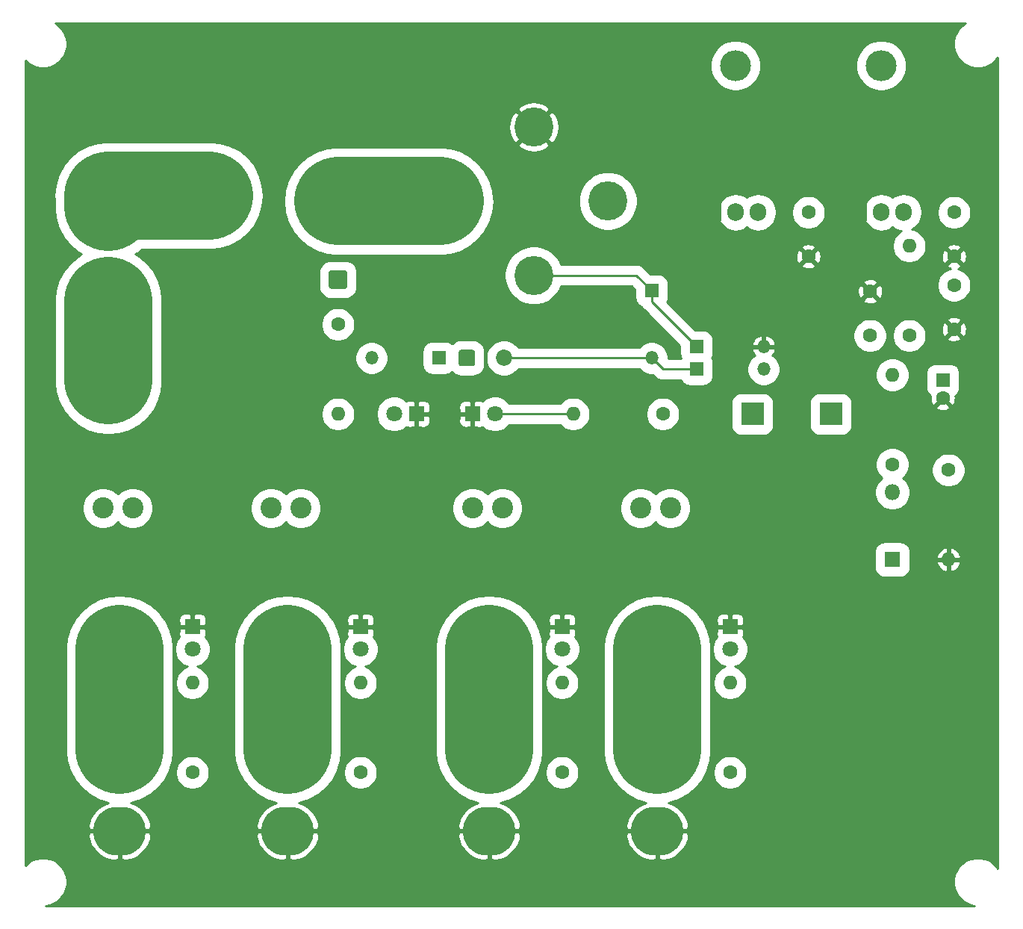
<source format=gbr>
%TF.GenerationSoftware,KiCad,Pcbnew,(5.1.9)-1*%
%TF.CreationDate,2021-05-13T23:27:45+01:00*%
%TF.ProjectId,PowerPole,506f7765-7250-46f6-9c65-2e6b69636164,rev?*%
%TF.SameCoordinates,Original*%
%TF.FileFunction,Copper,L2,Bot*%
%TF.FilePolarity,Positive*%
%FSLAX46Y46*%
G04 Gerber Fmt 4.6, Leading zero omitted, Abs format (unit mm)*
G04 Created by KiCad (PCBNEW (5.1.9)-1) date 2021-05-13 23:27:45*
%MOMM*%
%LPD*%
G01*
G04 APERTURE LIST*
%TA.AperFunction,ComponentPad*%
%ADD10C,1.850000*%
%TD*%
%TA.AperFunction,ComponentPad*%
%ADD11C,4.428000*%
%TD*%
%TA.AperFunction,ComponentPad*%
%ADD12C,2.400000*%
%TD*%
%TA.AperFunction,ComponentPad*%
%ADD13O,6.000000X5.500000*%
%TD*%
%TA.AperFunction,ComponentPad*%
%ADD14O,1.600000X1.600000*%
%TD*%
%TA.AperFunction,ComponentPad*%
%ADD15C,1.600000*%
%TD*%
%TA.AperFunction,ComponentPad*%
%ADD16O,1.905000X2.000000*%
%TD*%
%TA.AperFunction,ComponentPad*%
%ADD17R,1.905000X2.000000*%
%TD*%
%TA.AperFunction,ComponentPad*%
%ADD18O,3.500000X3.500000*%
%TD*%
%TA.AperFunction,ComponentPad*%
%ADD19C,1.800000*%
%TD*%
%TA.AperFunction,ComponentPad*%
%ADD20R,1.800000X1.800000*%
%TD*%
%TA.AperFunction,ComponentPad*%
%ADD21O,1.500000X1.500000*%
%TD*%
%TA.AperFunction,ComponentPad*%
%ADD22R,1.500000X1.500000*%
%TD*%
%TA.AperFunction,ComponentPad*%
%ADD23O,2.600000X2.600000*%
%TD*%
%TA.AperFunction,ComponentPad*%
%ADD24R,2.600000X2.600000*%
%TD*%
%TA.AperFunction,ComponentPad*%
%ADD25O,1.800000X1.800000*%
%TD*%
%TA.AperFunction,ComponentPad*%
%ADD26R,1.600000X1.600000*%
%TD*%
%TA.AperFunction,Conductor*%
%ADD27C,0.250000*%
%TD*%
%TA.AperFunction,Conductor*%
%ADD28C,10.000000*%
%TD*%
%TA.AperFunction,Conductor*%
%ADD29C,0.254000*%
%TD*%
%TA.AperFunction,Conductor*%
%ADD30C,0.100000*%
%TD*%
G04 APERTURE END LIST*
D10*
%TO.P,SW1,2*%
%TO.N,Net-(D11-Pad2)*%
X143265000Y-54610000D03*
%TO.P,SW1,1*%
%TO.N,Net-(D14-Pad1)*%
%TA.AperFunction,ComponentPad*%
G36*
G01*
X138140000Y-55285001D02*
X138140000Y-53934999D01*
G75*
G02*
X138389999Y-53685000I249999J0D01*
G01*
X139740001Y-53685000D01*
G75*
G02*
X139990000Y-53934999I0J-249999D01*
G01*
X139990000Y-55285001D01*
G75*
G02*
X139740001Y-55535000I-249999J0D01*
G01*
X138389999Y-55535000D01*
G75*
G02*
X138140000Y-55285001I0J249999D01*
G01*
G37*
%TD.AperFunction*%
%TD*%
D11*
%TO.P,K1,87*%
%TO.N,/Vout*%
X155060000Y-36830000D03*
%TO.P,K1,86*%
%TO.N,Net-(D11-Pad1)*%
X146660000Y-45230000D03*
%TO.P,K1,85*%
%TO.N,/GND*%
X146660000Y-28430000D03*
%TO.P,K1,30*%
%TO.N,Net-(D14-Pad2)*%
X137160000Y-36830000D03*
%TD*%
D12*
%TO.P,F5,4*%
%TO.N,/Vout*%
X158750000Y-71620000D03*
%TO.P,F5,3*%
X162150000Y-71620000D03*
%TO.P,F5,2*%
%TO.N,Net-(F5-Pad1)*%
X162150000Y-85090000D03*
%TO.P,F5,1*%
X158750000Y-85090000D03*
%TD*%
%TO.P,F4,4*%
%TO.N,/Vout*%
X139700000Y-71620000D03*
%TO.P,F4,3*%
X143100000Y-71620000D03*
%TO.P,F4,2*%
%TO.N,Net-(F4-Pad1)*%
X143100000Y-85090000D03*
%TO.P,F4,1*%
X139700000Y-85090000D03*
%TD*%
%TO.P,F3,4*%
%TO.N,/Vout*%
X116840000Y-71620000D03*
%TO.P,F3,3*%
X120240000Y-71620000D03*
%TO.P,F3,2*%
%TO.N,Net-(F3-Pad1)*%
X120240000Y-85090000D03*
%TO.P,F3,1*%
X116840000Y-85090000D03*
%TD*%
%TO.P,F2,4*%
%TO.N,/Vout*%
X97790000Y-71620000D03*
%TO.P,F2,3*%
X101190000Y-71620000D03*
%TO.P,F2,2*%
%TO.N,Net-(F2-Pad1)*%
X101190000Y-85090000D03*
%TO.P,F2,1*%
X97790000Y-85090000D03*
%TD*%
%TO.P,F1,4*%
%TO.N,Net-(D14-Pad2)*%
X123325000Y-34925000D03*
%TO.P,F1,3*%
X123325000Y-38325000D03*
%TO.P,F1,2*%
%TO.N,Net-(F1-Pad1)*%
X109855000Y-38325000D03*
%TO.P,F1,1*%
X109855000Y-34925000D03*
%TD*%
D13*
%TO.P,J5,2*%
%TO.N,/GND*%
X99695000Y-108230000D03*
%TO.P,J5,1*%
%TO.N,Net-(F2-Pad1)*%
X99695000Y-100330000D03*
%TD*%
%TO.P,J4,2*%
%TO.N,/GND*%
X118745000Y-108230000D03*
%TO.P,J4,1*%
%TO.N,Net-(F3-Pad1)*%
X118745000Y-100330000D03*
%TD*%
%TO.P,J3,2*%
%TO.N,/GND*%
X141605000Y-108230000D03*
%TO.P,J3,1*%
%TO.N,Net-(F4-Pad1)*%
X141605000Y-100330000D03*
%TD*%
%TO.P,J2,2*%
%TO.N,/GND*%
X160655000Y-108230000D03*
%TO.P,J2,1*%
%TO.N,Net-(F5-Pad1)*%
X160655000Y-100330000D03*
%TD*%
%TO.P,J1,2*%
%TO.N,Net-(J1-Pad2)*%
X98425000Y-46635000D03*
%TO.P,J1,1*%
%TO.N,Net-(F1-Pad1)*%
X98425000Y-38735000D03*
%TD*%
D14*
%TO.P,R8,2*%
%TO.N,Net-(D15-Pad2)*%
X124460000Y-60960000D03*
D15*
%TO.P,R8,1*%
%TO.N,Net-(D14-Pad2)*%
X124460000Y-50800000D03*
%TD*%
%TO.P,J8,1*%
%TO.N,/GND*%
%TA.AperFunction,ComponentPad*%
G36*
G01*
X105750000Y-59734200D02*
X105750000Y-55835800D01*
G75*
G02*
X106000800Y-55585000I250800J0D01*
G01*
X109899200Y-55585000D01*
G75*
G02*
X110150000Y-55835800I0J-250800D01*
G01*
X110150000Y-59734200D01*
G75*
G02*
X109899200Y-59985000I-250800J0D01*
G01*
X106000800Y-59985000D01*
G75*
G02*
X105750000Y-59734200I0J250800D01*
G01*
G37*
%TD.AperFunction*%
%TD*%
%TO.P,J7,1*%
%TO.N,Net-(J1-Pad2)*%
%TA.AperFunction,ComponentPad*%
G36*
G01*
X96225000Y-59734200D02*
X96225000Y-55835800D01*
G75*
G02*
X96475800Y-55585000I250800J0D01*
G01*
X100374200Y-55585000D01*
G75*
G02*
X100625000Y-55835800I0J-250800D01*
G01*
X100625000Y-59734200D01*
G75*
G02*
X100374200Y-59985000I-250800J0D01*
G01*
X96475800Y-59985000D01*
G75*
G02*
X96225000Y-59734200I0J250800D01*
G01*
G37*
%TD.AperFunction*%
%TD*%
%TO.P,J6,1*%
%TO.N,Net-(D14-Pad2)*%
%TA.AperFunction,ComponentPad*%
G36*
G01*
X123410000Y-46520001D02*
X123410000Y-44919999D01*
G75*
G02*
X123659999Y-44670000I249999J0D01*
G01*
X125260001Y-44670000D01*
G75*
G02*
X125510000Y-44919999I0J-249999D01*
G01*
X125510000Y-46520001D01*
G75*
G02*
X125260001Y-46770000I-249999J0D01*
G01*
X123659999Y-46770000D01*
G75*
G02*
X123410000Y-46520001I0J249999D01*
G01*
G37*
%TD.AperFunction*%
%TD*%
%TO.P,C5,2*%
%TO.N,/GND*%
X177800000Y-43100000D03*
%TO.P,C5,1*%
%TO.N,Net-(C1-Pad1)*%
X177800000Y-38100000D03*
%TD*%
D16*
%TO.P,D1,3*%
%TO.N,Net-(C1-Pad1)*%
X172085000Y-38100000D03*
%TO.P,D1,2*%
%TO.N,/Vout*%
X169545000Y-38100000D03*
D17*
%TO.P,D1,1*%
%TO.N,/GND*%
X167005000Y-38100000D03*
D18*
%TO.P,D1,*%
%TO.N,*%
X169545000Y-21440000D03*
%TD*%
D14*
%TO.P,R9,2*%
%TO.N,Net-(C1-Pad1)*%
X189230000Y-41910000D03*
D15*
%TO.P,R9,1*%
X189230000Y-52070000D03*
%TD*%
D14*
%TO.P,R7,2*%
%TO.N,Net-(D10-Pad2)*%
X107950000Y-91440000D03*
D15*
%TO.P,R7,1*%
%TO.N,Net-(F2-Pad1)*%
X107950000Y-101600000D03*
%TD*%
D14*
%TO.P,R6,2*%
%TO.N,Net-(D9-Pad2)*%
X127000000Y-91440000D03*
D15*
%TO.P,R6,1*%
%TO.N,Net-(F3-Pad1)*%
X127000000Y-101600000D03*
%TD*%
D14*
%TO.P,R5,2*%
%TO.N,Net-(D8-Pad2)*%
X149860000Y-91440000D03*
D15*
%TO.P,R5,1*%
%TO.N,Net-(F4-Pad1)*%
X149860000Y-101600000D03*
%TD*%
D14*
%TO.P,R4,2*%
%TO.N,Net-(D7-Pad2)*%
X168910000Y-91440000D03*
D15*
%TO.P,R4,1*%
%TO.N,Net-(F5-Pad1)*%
X168910000Y-101600000D03*
%TD*%
D14*
%TO.P,R3,2*%
%TO.N,Net-(D6-Pad2)*%
X151130000Y-60960000D03*
D15*
%TO.P,R3,1*%
%TO.N,/Vout*%
X161290000Y-60960000D03*
%TD*%
D14*
%TO.P,R2,2*%
%TO.N,Net-(C1-Pad1)*%
X187325000Y-56515000D03*
D15*
%TO.P,R2,1*%
%TO.N,Net-(D3-Pad2)*%
X187325000Y-66675000D03*
%TD*%
D14*
%TO.P,R1,2*%
%TO.N,/GND*%
X193675000Y-77470000D03*
D15*
%TO.P,R1,1*%
%TO.N,Net-(C1-Pad1)*%
X193675000Y-67310000D03*
%TD*%
D19*
%TO.P,D15,2*%
%TO.N,Net-(D15-Pad2)*%
X130810000Y-60960000D03*
D20*
%TO.P,D15,1*%
%TO.N,/GND*%
X133350000Y-60960000D03*
%TD*%
D21*
%TO.P,D14,2*%
%TO.N,Net-(D14-Pad2)*%
X128270000Y-54610000D03*
D22*
%TO.P,D14,1*%
%TO.N,Net-(D14-Pad1)*%
X135890000Y-54610000D03*
%TD*%
D21*
%TO.P,D13,2*%
%TO.N,/GND*%
X172720000Y-53340000D03*
D22*
%TO.P,D13,1*%
%TO.N,Net-(D11-Pad1)*%
X165100000Y-53340000D03*
%TD*%
D21*
%TO.P,D12,2*%
%TO.N,/Vout*%
X172720000Y-55880000D03*
D22*
%TO.P,D12,1*%
%TO.N,Net-(D11-Pad2)*%
X165100000Y-55880000D03*
%TD*%
D21*
%TO.P,D11,2*%
%TO.N,Net-(D11-Pad2)*%
X160020000Y-54610000D03*
D22*
%TO.P,D11,1*%
%TO.N,Net-(D11-Pad1)*%
X160020000Y-46990000D03*
%TD*%
D19*
%TO.P,D10,2*%
%TO.N,Net-(D10-Pad2)*%
X107950000Y-87630000D03*
D20*
%TO.P,D10,1*%
%TO.N,/GND*%
X107950000Y-85090000D03*
%TD*%
D19*
%TO.P,D9,2*%
%TO.N,Net-(D9-Pad2)*%
X127000000Y-87630000D03*
D20*
%TO.P,D9,1*%
%TO.N,/GND*%
X127000000Y-85090000D03*
%TD*%
D19*
%TO.P,D8,2*%
%TO.N,Net-(D8-Pad2)*%
X149860000Y-87630000D03*
D20*
%TO.P,D8,1*%
%TO.N,/GND*%
X149860000Y-85090000D03*
%TD*%
D19*
%TO.P,D7,2*%
%TO.N,Net-(D7-Pad2)*%
X168910000Y-87630000D03*
D20*
%TO.P,D7,1*%
%TO.N,/GND*%
X168910000Y-85090000D03*
%TD*%
D19*
%TO.P,D6,2*%
%TO.N,Net-(D6-Pad2)*%
X142240000Y-60960000D03*
D20*
%TO.P,D6,1*%
%TO.N,/GND*%
X139700000Y-60960000D03*
%TD*%
D23*
%TO.P,D5,2*%
%TO.N,/GND*%
X180340000Y-76200000D03*
D24*
%TO.P,D5,1*%
%TO.N,/Vout*%
X180340000Y-60960000D03*
%TD*%
D23*
%TO.P,D4,2*%
%TO.N,/GND*%
X171450000Y-76200000D03*
D24*
%TO.P,D4,1*%
%TO.N,/Vout*%
X171450000Y-60960000D03*
%TD*%
D25*
%TO.P,D3,2*%
%TO.N,Net-(D3-Pad2)*%
X187325000Y-69850000D03*
D20*
%TO.P,D3,1*%
%TO.N,/Vout*%
X187325000Y-77470000D03*
%TD*%
D16*
%TO.P,D2,3*%
%TO.N,Net-(C1-Pad1)*%
X188595000Y-38100000D03*
%TO.P,D2,2*%
%TO.N,/Vout*%
X186055000Y-38100000D03*
D17*
%TO.P,D2,1*%
%TO.N,/GND*%
X183515000Y-38100000D03*
D18*
%TO.P,D2,*%
%TO.N,*%
X186055000Y-21440000D03*
%TD*%
D15*
%TO.P,C4,2*%
%TO.N,/GND*%
X184785000Y-47070000D03*
%TO.P,C4,1*%
%TO.N,Net-(C1-Pad1)*%
X184785000Y-52070000D03*
%TD*%
%TO.P,C3,2*%
%TO.N,/GND*%
X194310000Y-51355000D03*
%TO.P,C3,1*%
%TO.N,Net-(C1-Pad1)*%
X194310000Y-46355000D03*
%TD*%
%TO.P,C2,2*%
%TO.N,/GND*%
X194310000Y-43100000D03*
%TO.P,C2,1*%
%TO.N,Net-(C1-Pad1)*%
X194310000Y-38100000D03*
%TD*%
%TO.P,C1,2*%
%TO.N,/GND*%
X193040000Y-59150000D03*
D26*
%TO.P,C1,1*%
%TO.N,Net-(C1-Pad1)*%
X193040000Y-57150000D03*
%TD*%
D27*
%TO.N,Net-(D6-Pad2)*%
X142240000Y-60960000D02*
X151130000Y-60960000D01*
%TO.N,Net-(D11-Pad2)*%
X161290000Y-55880000D02*
X160020000Y-54610000D01*
X165100000Y-55880000D02*
X161290000Y-55880000D01*
X143265000Y-54610000D02*
X160020000Y-54610000D01*
%TO.N,Net-(D11-Pad1)*%
X158260000Y-45230000D02*
X160020000Y-46990000D01*
X146660000Y-45230000D02*
X158260000Y-45230000D01*
X160020000Y-48260000D02*
X165100000Y-53340000D01*
X160020000Y-46990000D02*
X160020000Y-48260000D01*
D28*
%TO.N,Net-(D14-Pad2)*%
X136000000Y-36830000D02*
X124460000Y-36830000D01*
%TO.N,Net-(F1-Pad1)*%
X98425000Y-36195000D02*
X109855000Y-36195000D01*
X98425000Y-37500000D02*
X98425000Y-37000000D01*
%TO.N,Net-(F2-Pad1)*%
X99695000Y-99000000D02*
X99695000Y-87630000D01*
%TO.N,Net-(F3-Pad1)*%
X118745000Y-99000000D02*
X118745000Y-87630000D01*
%TO.N,Net-(F4-Pad1)*%
X141605000Y-99000000D02*
X141605000Y-87630000D01*
%TO.N,Net-(F5-Pad1)*%
X160655000Y-99000000D02*
X160655000Y-87630000D01*
%TO.N,Net-(J1-Pad2)*%
X98425000Y-57150000D02*
X98425000Y-48150000D01*
%TD*%
D29*
%TO.N,/GND*%
X195261639Y-16881801D02*
X194881801Y-17261639D01*
X194583364Y-17708281D01*
X194377797Y-18204563D01*
X194273000Y-18731414D01*
X194273000Y-19268586D01*
X194377797Y-19795437D01*
X194583364Y-20291719D01*
X194881801Y-20738361D01*
X195261639Y-21118199D01*
X195708281Y-21416636D01*
X196204563Y-21622203D01*
X196731414Y-21727000D01*
X197268586Y-21727000D01*
X197795437Y-21622203D01*
X198291719Y-21416636D01*
X198738361Y-21118199D01*
X199118199Y-20738361D01*
X199263000Y-20521651D01*
X199263000Y-112478349D01*
X199118199Y-112261639D01*
X198738361Y-111881801D01*
X198291719Y-111583364D01*
X197795437Y-111377797D01*
X197268586Y-111273000D01*
X196731414Y-111273000D01*
X196204563Y-111377797D01*
X195708281Y-111583364D01*
X195261639Y-111881801D01*
X194881801Y-112261639D01*
X194583364Y-112708281D01*
X194377797Y-113204563D01*
X194273000Y-113731414D01*
X194273000Y-114268586D01*
X194377797Y-114795437D01*
X194583364Y-115291719D01*
X194881801Y-115738361D01*
X195261639Y-116118199D01*
X195708281Y-116416636D01*
X196204563Y-116622203D01*
X196661031Y-116713000D01*
X91338969Y-116713000D01*
X91795437Y-116622203D01*
X92291719Y-116416636D01*
X92738361Y-116118199D01*
X93118199Y-115738361D01*
X93416636Y-115291719D01*
X93622203Y-114795437D01*
X93727000Y-114268586D01*
X93727000Y-113731414D01*
X93622203Y-113204563D01*
X93416636Y-112708281D01*
X93118199Y-112261639D01*
X92738361Y-111881801D01*
X92291719Y-111583364D01*
X91795437Y-111377797D01*
X91268586Y-111273000D01*
X90731414Y-111273000D01*
X90204563Y-111377797D01*
X89708281Y-111583364D01*
X89261639Y-111881801D01*
X89027000Y-112116440D01*
X89027000Y-108884594D01*
X96123896Y-108884594D01*
X96180000Y-109140351D01*
X96420337Y-109759829D01*
X96776910Y-110320516D01*
X97236016Y-110800866D01*
X97780012Y-111182419D01*
X98387993Y-111450512D01*
X99036594Y-111594843D01*
X99568000Y-111458555D01*
X99568000Y-108357000D01*
X99822000Y-108357000D01*
X99822000Y-111458555D01*
X100353406Y-111594843D01*
X101002007Y-111450512D01*
X101609988Y-111182419D01*
X102153984Y-110800866D01*
X102613090Y-110320516D01*
X102969663Y-109759829D01*
X103210000Y-109140351D01*
X103266104Y-108884594D01*
X115173896Y-108884594D01*
X115230000Y-109140351D01*
X115470337Y-109759829D01*
X115826910Y-110320516D01*
X116286016Y-110800866D01*
X116830012Y-111182419D01*
X117437993Y-111450512D01*
X118086594Y-111594843D01*
X118618000Y-111458555D01*
X118618000Y-108357000D01*
X118872000Y-108357000D01*
X118872000Y-111458555D01*
X119403406Y-111594843D01*
X120052007Y-111450512D01*
X120659988Y-111182419D01*
X121203984Y-110800866D01*
X121663090Y-110320516D01*
X122019663Y-109759829D01*
X122260000Y-109140351D01*
X122316104Y-108884594D01*
X138033896Y-108884594D01*
X138090000Y-109140351D01*
X138330337Y-109759829D01*
X138686910Y-110320516D01*
X139146016Y-110800866D01*
X139690012Y-111182419D01*
X140297993Y-111450512D01*
X140946594Y-111594843D01*
X141478000Y-111458555D01*
X141478000Y-108357000D01*
X141732000Y-108357000D01*
X141732000Y-111458555D01*
X142263406Y-111594843D01*
X142912007Y-111450512D01*
X143519988Y-111182419D01*
X144063984Y-110800866D01*
X144523090Y-110320516D01*
X144879663Y-109759829D01*
X145120000Y-109140351D01*
X145176104Y-108884594D01*
X157083896Y-108884594D01*
X157140000Y-109140351D01*
X157380337Y-109759829D01*
X157736910Y-110320516D01*
X158196016Y-110800866D01*
X158740012Y-111182419D01*
X159347993Y-111450512D01*
X159996594Y-111594843D01*
X160528000Y-111458555D01*
X160528000Y-108357000D01*
X160782000Y-108357000D01*
X160782000Y-111458555D01*
X161313406Y-111594843D01*
X161962007Y-111450512D01*
X162569988Y-111182419D01*
X163113984Y-110800866D01*
X163573090Y-110320516D01*
X163929663Y-109759829D01*
X164170000Y-109140351D01*
X164226104Y-108884594D01*
X164128749Y-108357000D01*
X160782000Y-108357000D01*
X160528000Y-108357000D01*
X157181251Y-108357000D01*
X157083896Y-108884594D01*
X145176104Y-108884594D01*
X145078749Y-108357000D01*
X141732000Y-108357000D01*
X141478000Y-108357000D01*
X138131251Y-108357000D01*
X138033896Y-108884594D01*
X122316104Y-108884594D01*
X122218749Y-108357000D01*
X118872000Y-108357000D01*
X118618000Y-108357000D01*
X115271251Y-108357000D01*
X115173896Y-108884594D01*
X103266104Y-108884594D01*
X103168749Y-108357000D01*
X99822000Y-108357000D01*
X99568000Y-108357000D01*
X96221251Y-108357000D01*
X96123896Y-108884594D01*
X89027000Y-108884594D01*
X89027000Y-99300990D01*
X93568000Y-99300990D01*
X93656653Y-100201101D01*
X94007002Y-101356045D01*
X94575937Y-102420448D01*
X95341595Y-103353405D01*
X96274551Y-104119063D01*
X97338954Y-104687998D01*
X98394205Y-105008106D01*
X98387993Y-105009488D01*
X97780012Y-105277581D01*
X97236016Y-105659134D01*
X96776910Y-106139484D01*
X96420337Y-106700171D01*
X96180000Y-107319649D01*
X96123896Y-107575406D01*
X96221251Y-108103000D01*
X99568000Y-108103000D01*
X99568000Y-108083000D01*
X99822000Y-108083000D01*
X99822000Y-108103000D01*
X103168749Y-108103000D01*
X103266104Y-107575406D01*
X103210000Y-107319649D01*
X102969663Y-106700171D01*
X102613090Y-106139484D01*
X102153984Y-105659134D01*
X101609988Y-105277581D01*
X101002007Y-105009488D01*
X100995794Y-105008105D01*
X102051045Y-104687998D01*
X103115448Y-104119063D01*
X104048405Y-103353405D01*
X104814063Y-102420449D01*
X105354048Y-101410207D01*
X106023000Y-101410207D01*
X106023000Y-101789793D01*
X106097053Y-102162085D01*
X106242315Y-102512777D01*
X106453201Y-102828391D01*
X106721609Y-103096799D01*
X107037223Y-103307685D01*
X107387915Y-103452947D01*
X107760207Y-103527000D01*
X108139793Y-103527000D01*
X108512085Y-103452947D01*
X108862777Y-103307685D01*
X109178391Y-103096799D01*
X109446799Y-102828391D01*
X109657685Y-102512777D01*
X109802947Y-102162085D01*
X109877000Y-101789793D01*
X109877000Y-101410207D01*
X109802947Y-101037915D01*
X109657685Y-100687223D01*
X109446799Y-100371609D01*
X109178391Y-100103201D01*
X108862777Y-99892315D01*
X108512085Y-99747053D01*
X108139793Y-99673000D01*
X107760207Y-99673000D01*
X107387915Y-99747053D01*
X107037223Y-99892315D01*
X106721609Y-100103201D01*
X106453201Y-100371609D01*
X106242315Y-100687223D01*
X106097053Y-101037915D01*
X106023000Y-101410207D01*
X105354048Y-101410207D01*
X105382998Y-101356046D01*
X105733347Y-100201102D01*
X105822000Y-99300991D01*
X105822000Y-99300990D01*
X112618000Y-99300990D01*
X112706653Y-100201101D01*
X113057002Y-101356045D01*
X113625937Y-102420448D01*
X114391595Y-103353405D01*
X115324551Y-104119063D01*
X116388954Y-104687998D01*
X117444205Y-105008106D01*
X117437993Y-105009488D01*
X116830012Y-105277581D01*
X116286016Y-105659134D01*
X115826910Y-106139484D01*
X115470337Y-106700171D01*
X115230000Y-107319649D01*
X115173896Y-107575406D01*
X115271251Y-108103000D01*
X118618000Y-108103000D01*
X118618000Y-108083000D01*
X118872000Y-108083000D01*
X118872000Y-108103000D01*
X122218749Y-108103000D01*
X122316104Y-107575406D01*
X122260000Y-107319649D01*
X122019663Y-106700171D01*
X121663090Y-106139484D01*
X121203984Y-105659134D01*
X120659988Y-105277581D01*
X120052007Y-105009488D01*
X120045794Y-105008105D01*
X121101045Y-104687998D01*
X122165448Y-104119063D01*
X123098405Y-103353405D01*
X123864063Y-102420449D01*
X124404048Y-101410207D01*
X125073000Y-101410207D01*
X125073000Y-101789793D01*
X125147053Y-102162085D01*
X125292315Y-102512777D01*
X125503201Y-102828391D01*
X125771609Y-103096799D01*
X126087223Y-103307685D01*
X126437915Y-103452947D01*
X126810207Y-103527000D01*
X127189793Y-103527000D01*
X127562085Y-103452947D01*
X127912777Y-103307685D01*
X128228391Y-103096799D01*
X128496799Y-102828391D01*
X128707685Y-102512777D01*
X128852947Y-102162085D01*
X128927000Y-101789793D01*
X128927000Y-101410207D01*
X128852947Y-101037915D01*
X128707685Y-100687223D01*
X128496799Y-100371609D01*
X128228391Y-100103201D01*
X127912777Y-99892315D01*
X127562085Y-99747053D01*
X127189793Y-99673000D01*
X126810207Y-99673000D01*
X126437915Y-99747053D01*
X126087223Y-99892315D01*
X125771609Y-100103201D01*
X125503201Y-100371609D01*
X125292315Y-100687223D01*
X125147053Y-101037915D01*
X125073000Y-101410207D01*
X124404048Y-101410207D01*
X124432998Y-101356046D01*
X124783347Y-100201102D01*
X124872000Y-99300991D01*
X124872000Y-99300990D01*
X135478000Y-99300990D01*
X135566653Y-100201101D01*
X135917002Y-101356045D01*
X136485937Y-102420448D01*
X137251595Y-103353405D01*
X138184551Y-104119063D01*
X139248954Y-104687998D01*
X140304205Y-105008106D01*
X140297993Y-105009488D01*
X139690012Y-105277581D01*
X139146016Y-105659134D01*
X138686910Y-106139484D01*
X138330337Y-106700171D01*
X138090000Y-107319649D01*
X138033896Y-107575406D01*
X138131251Y-108103000D01*
X141478000Y-108103000D01*
X141478000Y-108083000D01*
X141732000Y-108083000D01*
X141732000Y-108103000D01*
X145078749Y-108103000D01*
X145176104Y-107575406D01*
X145120000Y-107319649D01*
X144879663Y-106700171D01*
X144523090Y-106139484D01*
X144063984Y-105659134D01*
X143519988Y-105277581D01*
X142912007Y-105009488D01*
X142905794Y-105008105D01*
X143961045Y-104687998D01*
X145025448Y-104119063D01*
X145958405Y-103353405D01*
X146724063Y-102420449D01*
X147264048Y-101410207D01*
X147933000Y-101410207D01*
X147933000Y-101789793D01*
X148007053Y-102162085D01*
X148152315Y-102512777D01*
X148363201Y-102828391D01*
X148631609Y-103096799D01*
X148947223Y-103307685D01*
X149297915Y-103452947D01*
X149670207Y-103527000D01*
X150049793Y-103527000D01*
X150422085Y-103452947D01*
X150772777Y-103307685D01*
X151088391Y-103096799D01*
X151356799Y-102828391D01*
X151567685Y-102512777D01*
X151712947Y-102162085D01*
X151787000Y-101789793D01*
X151787000Y-101410207D01*
X151712947Y-101037915D01*
X151567685Y-100687223D01*
X151356799Y-100371609D01*
X151088391Y-100103201D01*
X150772777Y-99892315D01*
X150422085Y-99747053D01*
X150049793Y-99673000D01*
X149670207Y-99673000D01*
X149297915Y-99747053D01*
X148947223Y-99892315D01*
X148631609Y-100103201D01*
X148363201Y-100371609D01*
X148152315Y-100687223D01*
X148007053Y-101037915D01*
X147933000Y-101410207D01*
X147264048Y-101410207D01*
X147292998Y-101356046D01*
X147643347Y-100201102D01*
X147732000Y-99300991D01*
X147732000Y-99300990D01*
X154528000Y-99300990D01*
X154616653Y-100201101D01*
X154967002Y-101356045D01*
X155535937Y-102420448D01*
X156301595Y-103353405D01*
X157234551Y-104119063D01*
X158298954Y-104687998D01*
X159354205Y-105008106D01*
X159347993Y-105009488D01*
X158740012Y-105277581D01*
X158196016Y-105659134D01*
X157736910Y-106139484D01*
X157380337Y-106700171D01*
X157140000Y-107319649D01*
X157083896Y-107575406D01*
X157181251Y-108103000D01*
X160528000Y-108103000D01*
X160528000Y-108083000D01*
X160782000Y-108083000D01*
X160782000Y-108103000D01*
X164128749Y-108103000D01*
X164226104Y-107575406D01*
X164170000Y-107319649D01*
X163929663Y-106700171D01*
X163573090Y-106139484D01*
X163113984Y-105659134D01*
X162569988Y-105277581D01*
X161962007Y-105009488D01*
X161955794Y-105008105D01*
X163011045Y-104687998D01*
X164075448Y-104119063D01*
X165008405Y-103353405D01*
X165774063Y-102420449D01*
X166314048Y-101410207D01*
X166983000Y-101410207D01*
X166983000Y-101789793D01*
X167057053Y-102162085D01*
X167202315Y-102512777D01*
X167413201Y-102828391D01*
X167681609Y-103096799D01*
X167997223Y-103307685D01*
X168347915Y-103452947D01*
X168720207Y-103527000D01*
X169099793Y-103527000D01*
X169472085Y-103452947D01*
X169822777Y-103307685D01*
X170138391Y-103096799D01*
X170406799Y-102828391D01*
X170617685Y-102512777D01*
X170762947Y-102162085D01*
X170837000Y-101789793D01*
X170837000Y-101410207D01*
X170762947Y-101037915D01*
X170617685Y-100687223D01*
X170406799Y-100371609D01*
X170138391Y-100103201D01*
X169822777Y-99892315D01*
X169472085Y-99747053D01*
X169099793Y-99673000D01*
X168720207Y-99673000D01*
X168347915Y-99747053D01*
X167997223Y-99892315D01*
X167681609Y-100103201D01*
X167413201Y-100371609D01*
X167202315Y-100687223D01*
X167057053Y-101037915D01*
X166983000Y-101410207D01*
X166314048Y-101410207D01*
X166342998Y-101356046D01*
X166693347Y-100201102D01*
X166782000Y-99300991D01*
X166782000Y-87430358D01*
X166883000Y-87430358D01*
X166883000Y-87829642D01*
X166960896Y-88221254D01*
X167113696Y-88590145D01*
X167335526Y-88922137D01*
X167617863Y-89204474D01*
X167949855Y-89426304D01*
X168318746Y-89579104D01*
X168353312Y-89585980D01*
X168347915Y-89587053D01*
X167997223Y-89732315D01*
X167681609Y-89943201D01*
X167413201Y-90211609D01*
X167202315Y-90527223D01*
X167057053Y-90877915D01*
X166983000Y-91250207D01*
X166983000Y-91629793D01*
X167057053Y-92002085D01*
X167202315Y-92352777D01*
X167413201Y-92668391D01*
X167681609Y-92936799D01*
X167997223Y-93147685D01*
X168347915Y-93292947D01*
X168720207Y-93367000D01*
X169099793Y-93367000D01*
X169472085Y-93292947D01*
X169822777Y-93147685D01*
X170138391Y-92936799D01*
X170406799Y-92668391D01*
X170617685Y-92352777D01*
X170762947Y-92002085D01*
X170837000Y-91629793D01*
X170837000Y-91250207D01*
X170762947Y-90877915D01*
X170617685Y-90527223D01*
X170406799Y-90211609D01*
X170138391Y-89943201D01*
X169822777Y-89732315D01*
X169472085Y-89587053D01*
X169466688Y-89585980D01*
X169501254Y-89579104D01*
X169870145Y-89426304D01*
X170202137Y-89204474D01*
X170484474Y-88922137D01*
X170706304Y-88590145D01*
X170859104Y-88221254D01*
X170937000Y-87829642D01*
X170937000Y-87430358D01*
X170859104Y-87038746D01*
X170706304Y-86669855D01*
X170484474Y-86337863D01*
X170392984Y-86246373D01*
X170399502Y-86234180D01*
X170435812Y-86114482D01*
X170448072Y-85990000D01*
X170445000Y-85375750D01*
X170286250Y-85217000D01*
X169037000Y-85217000D01*
X169037000Y-85237000D01*
X168783000Y-85237000D01*
X168783000Y-85217000D01*
X167533750Y-85217000D01*
X167375000Y-85375750D01*
X167371928Y-85990000D01*
X167384188Y-86114482D01*
X167420498Y-86234180D01*
X167427016Y-86246373D01*
X167335526Y-86337863D01*
X167113696Y-86669855D01*
X166960896Y-87038746D01*
X166883000Y-87430358D01*
X166782000Y-87430358D01*
X166782000Y-87329009D01*
X166693347Y-86428898D01*
X166342998Y-85273954D01*
X165774063Y-84209551D01*
X165758018Y-84190000D01*
X167371928Y-84190000D01*
X167375000Y-84804250D01*
X167533750Y-84963000D01*
X168783000Y-84963000D01*
X168783000Y-83713750D01*
X169037000Y-83713750D01*
X169037000Y-84963000D01*
X170286250Y-84963000D01*
X170445000Y-84804250D01*
X170448072Y-84190000D01*
X170435812Y-84065518D01*
X170399502Y-83945820D01*
X170340537Y-83835506D01*
X170261185Y-83738815D01*
X170164494Y-83659463D01*
X170054180Y-83600498D01*
X169934482Y-83564188D01*
X169810000Y-83551928D01*
X169195750Y-83555000D01*
X169037000Y-83713750D01*
X168783000Y-83713750D01*
X168624250Y-83555000D01*
X168010000Y-83551928D01*
X167885518Y-83564188D01*
X167765820Y-83600498D01*
X167655506Y-83659463D01*
X167558815Y-83738815D01*
X167479463Y-83835506D01*
X167420498Y-83945820D01*
X167384188Y-84065518D01*
X167371928Y-84190000D01*
X165758018Y-84190000D01*
X165008405Y-83276595D01*
X164075449Y-82510937D01*
X163011046Y-81942002D01*
X161856102Y-81591653D01*
X160655000Y-81473355D01*
X159453899Y-81591653D01*
X158298955Y-81942002D01*
X157234552Y-82510937D01*
X156301596Y-83276595D01*
X155535938Y-84209551D01*
X154967003Y-85273954D01*
X154616654Y-86428898D01*
X154528001Y-87329009D01*
X154528000Y-99300990D01*
X147732000Y-99300990D01*
X147732000Y-87430358D01*
X147833000Y-87430358D01*
X147833000Y-87829642D01*
X147910896Y-88221254D01*
X148063696Y-88590145D01*
X148285526Y-88922137D01*
X148567863Y-89204474D01*
X148899855Y-89426304D01*
X149268746Y-89579104D01*
X149303312Y-89585980D01*
X149297915Y-89587053D01*
X148947223Y-89732315D01*
X148631609Y-89943201D01*
X148363201Y-90211609D01*
X148152315Y-90527223D01*
X148007053Y-90877915D01*
X147933000Y-91250207D01*
X147933000Y-91629793D01*
X148007053Y-92002085D01*
X148152315Y-92352777D01*
X148363201Y-92668391D01*
X148631609Y-92936799D01*
X148947223Y-93147685D01*
X149297915Y-93292947D01*
X149670207Y-93367000D01*
X150049793Y-93367000D01*
X150422085Y-93292947D01*
X150772777Y-93147685D01*
X151088391Y-92936799D01*
X151356799Y-92668391D01*
X151567685Y-92352777D01*
X151712947Y-92002085D01*
X151787000Y-91629793D01*
X151787000Y-91250207D01*
X151712947Y-90877915D01*
X151567685Y-90527223D01*
X151356799Y-90211609D01*
X151088391Y-89943201D01*
X150772777Y-89732315D01*
X150422085Y-89587053D01*
X150416688Y-89585980D01*
X150451254Y-89579104D01*
X150820145Y-89426304D01*
X151152137Y-89204474D01*
X151434474Y-88922137D01*
X151656304Y-88590145D01*
X151809104Y-88221254D01*
X151887000Y-87829642D01*
X151887000Y-87430358D01*
X151809104Y-87038746D01*
X151656304Y-86669855D01*
X151434474Y-86337863D01*
X151342984Y-86246373D01*
X151349502Y-86234180D01*
X151385812Y-86114482D01*
X151398072Y-85990000D01*
X151395000Y-85375750D01*
X151236250Y-85217000D01*
X149987000Y-85217000D01*
X149987000Y-85237000D01*
X149733000Y-85237000D01*
X149733000Y-85217000D01*
X148483750Y-85217000D01*
X148325000Y-85375750D01*
X148321928Y-85990000D01*
X148334188Y-86114482D01*
X148370498Y-86234180D01*
X148377016Y-86246373D01*
X148285526Y-86337863D01*
X148063696Y-86669855D01*
X147910896Y-87038746D01*
X147833000Y-87430358D01*
X147732000Y-87430358D01*
X147732000Y-87329009D01*
X147643347Y-86428898D01*
X147292998Y-85273954D01*
X146724063Y-84209551D01*
X146708018Y-84190000D01*
X148321928Y-84190000D01*
X148325000Y-84804250D01*
X148483750Y-84963000D01*
X149733000Y-84963000D01*
X149733000Y-83713750D01*
X149987000Y-83713750D01*
X149987000Y-84963000D01*
X151236250Y-84963000D01*
X151395000Y-84804250D01*
X151398072Y-84190000D01*
X151385812Y-84065518D01*
X151349502Y-83945820D01*
X151290537Y-83835506D01*
X151211185Y-83738815D01*
X151114494Y-83659463D01*
X151004180Y-83600498D01*
X150884482Y-83564188D01*
X150760000Y-83551928D01*
X150145750Y-83555000D01*
X149987000Y-83713750D01*
X149733000Y-83713750D01*
X149574250Y-83555000D01*
X148960000Y-83551928D01*
X148835518Y-83564188D01*
X148715820Y-83600498D01*
X148605506Y-83659463D01*
X148508815Y-83738815D01*
X148429463Y-83835506D01*
X148370498Y-83945820D01*
X148334188Y-84065518D01*
X148321928Y-84190000D01*
X146708018Y-84190000D01*
X145958405Y-83276595D01*
X145025449Y-82510937D01*
X143961046Y-81942002D01*
X142806102Y-81591653D01*
X141605000Y-81473355D01*
X140403899Y-81591653D01*
X139248955Y-81942002D01*
X138184552Y-82510937D01*
X137251596Y-83276595D01*
X136485938Y-84209551D01*
X135917003Y-85273954D01*
X135566654Y-86428898D01*
X135478001Y-87329009D01*
X135478000Y-99300990D01*
X124872000Y-99300990D01*
X124872000Y-87430358D01*
X124973000Y-87430358D01*
X124973000Y-87829642D01*
X125050896Y-88221254D01*
X125203696Y-88590145D01*
X125425526Y-88922137D01*
X125707863Y-89204474D01*
X126039855Y-89426304D01*
X126408746Y-89579104D01*
X126443312Y-89585980D01*
X126437915Y-89587053D01*
X126087223Y-89732315D01*
X125771609Y-89943201D01*
X125503201Y-90211609D01*
X125292315Y-90527223D01*
X125147053Y-90877915D01*
X125073000Y-91250207D01*
X125073000Y-91629793D01*
X125147053Y-92002085D01*
X125292315Y-92352777D01*
X125503201Y-92668391D01*
X125771609Y-92936799D01*
X126087223Y-93147685D01*
X126437915Y-93292947D01*
X126810207Y-93367000D01*
X127189793Y-93367000D01*
X127562085Y-93292947D01*
X127912777Y-93147685D01*
X128228391Y-92936799D01*
X128496799Y-92668391D01*
X128707685Y-92352777D01*
X128852947Y-92002085D01*
X128927000Y-91629793D01*
X128927000Y-91250207D01*
X128852947Y-90877915D01*
X128707685Y-90527223D01*
X128496799Y-90211609D01*
X128228391Y-89943201D01*
X127912777Y-89732315D01*
X127562085Y-89587053D01*
X127556688Y-89585980D01*
X127591254Y-89579104D01*
X127960145Y-89426304D01*
X128292137Y-89204474D01*
X128574474Y-88922137D01*
X128796304Y-88590145D01*
X128949104Y-88221254D01*
X129027000Y-87829642D01*
X129027000Y-87430358D01*
X128949104Y-87038746D01*
X128796304Y-86669855D01*
X128574474Y-86337863D01*
X128482984Y-86246373D01*
X128489502Y-86234180D01*
X128525812Y-86114482D01*
X128538072Y-85990000D01*
X128535000Y-85375750D01*
X128376250Y-85217000D01*
X127127000Y-85217000D01*
X127127000Y-85237000D01*
X126873000Y-85237000D01*
X126873000Y-85217000D01*
X125623750Y-85217000D01*
X125465000Y-85375750D01*
X125461928Y-85990000D01*
X125474188Y-86114482D01*
X125510498Y-86234180D01*
X125517016Y-86246373D01*
X125425526Y-86337863D01*
X125203696Y-86669855D01*
X125050896Y-87038746D01*
X124973000Y-87430358D01*
X124872000Y-87430358D01*
X124872000Y-87329009D01*
X124783347Y-86428898D01*
X124432998Y-85273954D01*
X123864063Y-84209551D01*
X123848018Y-84190000D01*
X125461928Y-84190000D01*
X125465000Y-84804250D01*
X125623750Y-84963000D01*
X126873000Y-84963000D01*
X126873000Y-83713750D01*
X127127000Y-83713750D01*
X127127000Y-84963000D01*
X128376250Y-84963000D01*
X128535000Y-84804250D01*
X128538072Y-84190000D01*
X128525812Y-84065518D01*
X128489502Y-83945820D01*
X128430537Y-83835506D01*
X128351185Y-83738815D01*
X128254494Y-83659463D01*
X128144180Y-83600498D01*
X128024482Y-83564188D01*
X127900000Y-83551928D01*
X127285750Y-83555000D01*
X127127000Y-83713750D01*
X126873000Y-83713750D01*
X126714250Y-83555000D01*
X126100000Y-83551928D01*
X125975518Y-83564188D01*
X125855820Y-83600498D01*
X125745506Y-83659463D01*
X125648815Y-83738815D01*
X125569463Y-83835506D01*
X125510498Y-83945820D01*
X125474188Y-84065518D01*
X125461928Y-84190000D01*
X123848018Y-84190000D01*
X123098405Y-83276595D01*
X122165449Y-82510937D01*
X121101046Y-81942002D01*
X119946102Y-81591653D01*
X118745000Y-81473355D01*
X117543899Y-81591653D01*
X116388955Y-81942002D01*
X115324552Y-82510937D01*
X114391596Y-83276595D01*
X113625938Y-84209551D01*
X113057003Y-85273954D01*
X112706654Y-86428898D01*
X112618001Y-87329009D01*
X112618000Y-99300990D01*
X105822000Y-99300990D01*
X105822000Y-87430358D01*
X105923000Y-87430358D01*
X105923000Y-87829642D01*
X106000896Y-88221254D01*
X106153696Y-88590145D01*
X106375526Y-88922137D01*
X106657863Y-89204474D01*
X106989855Y-89426304D01*
X107358746Y-89579104D01*
X107393312Y-89585980D01*
X107387915Y-89587053D01*
X107037223Y-89732315D01*
X106721609Y-89943201D01*
X106453201Y-90211609D01*
X106242315Y-90527223D01*
X106097053Y-90877915D01*
X106023000Y-91250207D01*
X106023000Y-91629793D01*
X106097053Y-92002085D01*
X106242315Y-92352777D01*
X106453201Y-92668391D01*
X106721609Y-92936799D01*
X107037223Y-93147685D01*
X107387915Y-93292947D01*
X107760207Y-93367000D01*
X108139793Y-93367000D01*
X108512085Y-93292947D01*
X108862777Y-93147685D01*
X109178391Y-92936799D01*
X109446799Y-92668391D01*
X109657685Y-92352777D01*
X109802947Y-92002085D01*
X109877000Y-91629793D01*
X109877000Y-91250207D01*
X109802947Y-90877915D01*
X109657685Y-90527223D01*
X109446799Y-90211609D01*
X109178391Y-89943201D01*
X108862777Y-89732315D01*
X108512085Y-89587053D01*
X108506688Y-89585980D01*
X108541254Y-89579104D01*
X108910145Y-89426304D01*
X109242137Y-89204474D01*
X109524474Y-88922137D01*
X109746304Y-88590145D01*
X109899104Y-88221254D01*
X109977000Y-87829642D01*
X109977000Y-87430358D01*
X109899104Y-87038746D01*
X109746304Y-86669855D01*
X109524474Y-86337863D01*
X109432984Y-86246373D01*
X109439502Y-86234180D01*
X109475812Y-86114482D01*
X109488072Y-85990000D01*
X109485000Y-85375750D01*
X109326250Y-85217000D01*
X108077000Y-85217000D01*
X108077000Y-85237000D01*
X107823000Y-85237000D01*
X107823000Y-85217000D01*
X106573750Y-85217000D01*
X106415000Y-85375750D01*
X106411928Y-85990000D01*
X106424188Y-86114482D01*
X106460498Y-86234180D01*
X106467016Y-86246373D01*
X106375526Y-86337863D01*
X106153696Y-86669855D01*
X106000896Y-87038746D01*
X105923000Y-87430358D01*
X105822000Y-87430358D01*
X105822000Y-87329009D01*
X105733347Y-86428898D01*
X105382998Y-85273954D01*
X104814063Y-84209551D01*
X104798018Y-84190000D01*
X106411928Y-84190000D01*
X106415000Y-84804250D01*
X106573750Y-84963000D01*
X107823000Y-84963000D01*
X107823000Y-83713750D01*
X108077000Y-83713750D01*
X108077000Y-84963000D01*
X109326250Y-84963000D01*
X109485000Y-84804250D01*
X109488072Y-84190000D01*
X109475812Y-84065518D01*
X109439502Y-83945820D01*
X109380537Y-83835506D01*
X109301185Y-83738815D01*
X109204494Y-83659463D01*
X109094180Y-83600498D01*
X108974482Y-83564188D01*
X108850000Y-83551928D01*
X108235750Y-83555000D01*
X108077000Y-83713750D01*
X107823000Y-83713750D01*
X107664250Y-83555000D01*
X107050000Y-83551928D01*
X106925518Y-83564188D01*
X106805820Y-83600498D01*
X106695506Y-83659463D01*
X106598815Y-83738815D01*
X106519463Y-83835506D01*
X106460498Y-83945820D01*
X106424188Y-84065518D01*
X106411928Y-84190000D01*
X104798018Y-84190000D01*
X104048405Y-83276595D01*
X103115449Y-82510937D01*
X102051046Y-81942002D01*
X100896102Y-81591653D01*
X99695000Y-81473355D01*
X98493899Y-81591653D01*
X97338955Y-81942002D01*
X96274552Y-82510937D01*
X95341596Y-83276595D01*
X94575938Y-84209551D01*
X94007003Y-85273954D01*
X93656654Y-86428898D01*
X93568001Y-87329009D01*
X93568000Y-99300990D01*
X89027000Y-99300990D01*
X89027000Y-76570000D01*
X185292547Y-76570000D01*
X185292547Y-78370000D01*
X185314307Y-78590931D01*
X185378750Y-78803371D01*
X185483400Y-78999157D01*
X185624235Y-79170765D01*
X185795843Y-79311600D01*
X185991629Y-79416250D01*
X186204069Y-79480693D01*
X186425000Y-79502453D01*
X188225000Y-79502453D01*
X188445931Y-79480693D01*
X188658371Y-79416250D01*
X188854157Y-79311600D01*
X189025765Y-79170765D01*
X189166600Y-78999157D01*
X189271250Y-78803371D01*
X189335693Y-78590931D01*
X189357453Y-78370000D01*
X189357453Y-77819040D01*
X192283091Y-77819040D01*
X192377930Y-78083881D01*
X192522615Y-78325131D01*
X192711586Y-78533519D01*
X192937580Y-78701037D01*
X193191913Y-78821246D01*
X193325961Y-78861904D01*
X193548000Y-78739915D01*
X193548000Y-77597000D01*
X193802000Y-77597000D01*
X193802000Y-78739915D01*
X194024039Y-78861904D01*
X194158087Y-78821246D01*
X194412420Y-78701037D01*
X194638414Y-78533519D01*
X194827385Y-78325131D01*
X194972070Y-78083881D01*
X195066909Y-77819040D01*
X194945624Y-77597000D01*
X193802000Y-77597000D01*
X193548000Y-77597000D01*
X192404376Y-77597000D01*
X192283091Y-77819040D01*
X189357453Y-77819040D01*
X189357453Y-77120960D01*
X192283091Y-77120960D01*
X192404376Y-77343000D01*
X193548000Y-77343000D01*
X193548000Y-76200085D01*
X193802000Y-76200085D01*
X193802000Y-77343000D01*
X194945624Y-77343000D01*
X195066909Y-77120960D01*
X194972070Y-76856119D01*
X194827385Y-76614869D01*
X194638414Y-76406481D01*
X194412420Y-76238963D01*
X194158087Y-76118754D01*
X194024039Y-76078096D01*
X193802000Y-76200085D01*
X193548000Y-76200085D01*
X193325961Y-76078096D01*
X193191913Y-76118754D01*
X192937580Y-76238963D01*
X192711586Y-76406481D01*
X192522615Y-76614869D01*
X192377930Y-76856119D01*
X192283091Y-77120960D01*
X189357453Y-77120960D01*
X189357453Y-76570000D01*
X189335693Y-76349069D01*
X189271250Y-76136629D01*
X189166600Y-75940843D01*
X189025765Y-75769235D01*
X188854157Y-75628400D01*
X188658371Y-75523750D01*
X188445931Y-75459307D01*
X188225000Y-75437547D01*
X186425000Y-75437547D01*
X186204069Y-75459307D01*
X185991629Y-75523750D01*
X185795843Y-75628400D01*
X185624235Y-75769235D01*
X185483400Y-75940843D01*
X185378750Y-76136629D01*
X185314307Y-76349069D01*
X185292547Y-76570000D01*
X89027000Y-76570000D01*
X89027000Y-71390811D01*
X95463000Y-71390811D01*
X95463000Y-71849189D01*
X95552426Y-72298761D01*
X95727840Y-72722248D01*
X95982501Y-73103376D01*
X96306624Y-73427499D01*
X96687752Y-73682160D01*
X97111239Y-73857574D01*
X97560811Y-73947000D01*
X98019189Y-73947000D01*
X98468761Y-73857574D01*
X98892248Y-73682160D01*
X99273376Y-73427499D01*
X99490000Y-73210875D01*
X99706624Y-73427499D01*
X100087752Y-73682160D01*
X100511239Y-73857574D01*
X100960811Y-73947000D01*
X101419189Y-73947000D01*
X101868761Y-73857574D01*
X102292248Y-73682160D01*
X102673376Y-73427499D01*
X102997499Y-73103376D01*
X103252160Y-72722248D01*
X103427574Y-72298761D01*
X103517000Y-71849189D01*
X103517000Y-71390811D01*
X114513000Y-71390811D01*
X114513000Y-71849189D01*
X114602426Y-72298761D01*
X114777840Y-72722248D01*
X115032501Y-73103376D01*
X115356624Y-73427499D01*
X115737752Y-73682160D01*
X116161239Y-73857574D01*
X116610811Y-73947000D01*
X117069189Y-73947000D01*
X117518761Y-73857574D01*
X117942248Y-73682160D01*
X118323376Y-73427499D01*
X118540000Y-73210875D01*
X118756624Y-73427499D01*
X119137752Y-73682160D01*
X119561239Y-73857574D01*
X120010811Y-73947000D01*
X120469189Y-73947000D01*
X120918761Y-73857574D01*
X121342248Y-73682160D01*
X121723376Y-73427499D01*
X122047499Y-73103376D01*
X122302160Y-72722248D01*
X122477574Y-72298761D01*
X122567000Y-71849189D01*
X122567000Y-71390811D01*
X137373000Y-71390811D01*
X137373000Y-71849189D01*
X137462426Y-72298761D01*
X137637840Y-72722248D01*
X137892501Y-73103376D01*
X138216624Y-73427499D01*
X138597752Y-73682160D01*
X139021239Y-73857574D01*
X139470811Y-73947000D01*
X139929189Y-73947000D01*
X140378761Y-73857574D01*
X140802248Y-73682160D01*
X141183376Y-73427499D01*
X141400000Y-73210875D01*
X141616624Y-73427499D01*
X141997752Y-73682160D01*
X142421239Y-73857574D01*
X142870811Y-73947000D01*
X143329189Y-73947000D01*
X143778761Y-73857574D01*
X144202248Y-73682160D01*
X144583376Y-73427499D01*
X144907499Y-73103376D01*
X145162160Y-72722248D01*
X145337574Y-72298761D01*
X145427000Y-71849189D01*
X145427000Y-71390811D01*
X156423000Y-71390811D01*
X156423000Y-71849189D01*
X156512426Y-72298761D01*
X156687840Y-72722248D01*
X156942501Y-73103376D01*
X157266624Y-73427499D01*
X157647752Y-73682160D01*
X158071239Y-73857574D01*
X158520811Y-73947000D01*
X158979189Y-73947000D01*
X159428761Y-73857574D01*
X159852248Y-73682160D01*
X160233376Y-73427499D01*
X160450000Y-73210875D01*
X160666624Y-73427499D01*
X161047752Y-73682160D01*
X161471239Y-73857574D01*
X161920811Y-73947000D01*
X162379189Y-73947000D01*
X162828761Y-73857574D01*
X163252248Y-73682160D01*
X163633376Y-73427499D01*
X163957499Y-73103376D01*
X164212160Y-72722248D01*
X164387574Y-72298761D01*
X164477000Y-71849189D01*
X164477000Y-71390811D01*
X164387574Y-70941239D01*
X164212160Y-70517752D01*
X163957499Y-70136624D01*
X163633376Y-69812501D01*
X163390712Y-69650358D01*
X185298000Y-69650358D01*
X185298000Y-70049642D01*
X185375896Y-70441254D01*
X185528696Y-70810145D01*
X185750526Y-71142137D01*
X186032863Y-71424474D01*
X186364855Y-71646304D01*
X186733746Y-71799104D01*
X187125358Y-71877000D01*
X187524642Y-71877000D01*
X187916254Y-71799104D01*
X188285145Y-71646304D01*
X188617137Y-71424474D01*
X188899474Y-71142137D01*
X189121304Y-70810145D01*
X189274104Y-70441254D01*
X189352000Y-70049642D01*
X189352000Y-69650358D01*
X189274104Y-69258746D01*
X189121304Y-68889855D01*
X188899474Y-68557863D01*
X188617137Y-68275526D01*
X188507645Y-68202366D01*
X188553391Y-68171799D01*
X188821799Y-67903391D01*
X189032685Y-67587777D01*
X189177947Y-67237085D01*
X189201195Y-67120207D01*
X191748000Y-67120207D01*
X191748000Y-67499793D01*
X191822053Y-67872085D01*
X191967315Y-68222777D01*
X192178201Y-68538391D01*
X192446609Y-68806799D01*
X192762223Y-69017685D01*
X193112915Y-69162947D01*
X193485207Y-69237000D01*
X193864793Y-69237000D01*
X194237085Y-69162947D01*
X194587777Y-69017685D01*
X194903391Y-68806799D01*
X195171799Y-68538391D01*
X195382685Y-68222777D01*
X195527947Y-67872085D01*
X195602000Y-67499793D01*
X195602000Y-67120207D01*
X195527947Y-66747915D01*
X195382685Y-66397223D01*
X195171799Y-66081609D01*
X194903391Y-65813201D01*
X194587777Y-65602315D01*
X194237085Y-65457053D01*
X193864793Y-65383000D01*
X193485207Y-65383000D01*
X193112915Y-65457053D01*
X192762223Y-65602315D01*
X192446609Y-65813201D01*
X192178201Y-66081609D01*
X191967315Y-66397223D01*
X191822053Y-66747915D01*
X191748000Y-67120207D01*
X189201195Y-67120207D01*
X189252000Y-66864793D01*
X189252000Y-66485207D01*
X189177947Y-66112915D01*
X189032685Y-65762223D01*
X188821799Y-65446609D01*
X188553391Y-65178201D01*
X188237777Y-64967315D01*
X187887085Y-64822053D01*
X187514793Y-64748000D01*
X187135207Y-64748000D01*
X186762915Y-64822053D01*
X186412223Y-64967315D01*
X186096609Y-65178201D01*
X185828201Y-65446609D01*
X185617315Y-65762223D01*
X185472053Y-66112915D01*
X185398000Y-66485207D01*
X185398000Y-66864793D01*
X185472053Y-67237085D01*
X185617315Y-67587777D01*
X185828201Y-67903391D01*
X186096609Y-68171799D01*
X186142355Y-68202366D01*
X186032863Y-68275526D01*
X185750526Y-68557863D01*
X185528696Y-68889855D01*
X185375896Y-69258746D01*
X185298000Y-69650358D01*
X163390712Y-69650358D01*
X163252248Y-69557840D01*
X162828761Y-69382426D01*
X162379189Y-69293000D01*
X161920811Y-69293000D01*
X161471239Y-69382426D01*
X161047752Y-69557840D01*
X160666624Y-69812501D01*
X160450000Y-70029125D01*
X160233376Y-69812501D01*
X159852248Y-69557840D01*
X159428761Y-69382426D01*
X158979189Y-69293000D01*
X158520811Y-69293000D01*
X158071239Y-69382426D01*
X157647752Y-69557840D01*
X157266624Y-69812501D01*
X156942501Y-70136624D01*
X156687840Y-70517752D01*
X156512426Y-70941239D01*
X156423000Y-71390811D01*
X145427000Y-71390811D01*
X145337574Y-70941239D01*
X145162160Y-70517752D01*
X144907499Y-70136624D01*
X144583376Y-69812501D01*
X144202248Y-69557840D01*
X143778761Y-69382426D01*
X143329189Y-69293000D01*
X142870811Y-69293000D01*
X142421239Y-69382426D01*
X141997752Y-69557840D01*
X141616624Y-69812501D01*
X141400000Y-70029125D01*
X141183376Y-69812501D01*
X140802248Y-69557840D01*
X140378761Y-69382426D01*
X139929189Y-69293000D01*
X139470811Y-69293000D01*
X139021239Y-69382426D01*
X138597752Y-69557840D01*
X138216624Y-69812501D01*
X137892501Y-70136624D01*
X137637840Y-70517752D01*
X137462426Y-70941239D01*
X137373000Y-71390811D01*
X122567000Y-71390811D01*
X122477574Y-70941239D01*
X122302160Y-70517752D01*
X122047499Y-70136624D01*
X121723376Y-69812501D01*
X121342248Y-69557840D01*
X120918761Y-69382426D01*
X120469189Y-69293000D01*
X120010811Y-69293000D01*
X119561239Y-69382426D01*
X119137752Y-69557840D01*
X118756624Y-69812501D01*
X118540000Y-70029125D01*
X118323376Y-69812501D01*
X117942248Y-69557840D01*
X117518761Y-69382426D01*
X117069189Y-69293000D01*
X116610811Y-69293000D01*
X116161239Y-69382426D01*
X115737752Y-69557840D01*
X115356624Y-69812501D01*
X115032501Y-70136624D01*
X114777840Y-70517752D01*
X114602426Y-70941239D01*
X114513000Y-71390811D01*
X103517000Y-71390811D01*
X103427574Y-70941239D01*
X103252160Y-70517752D01*
X102997499Y-70136624D01*
X102673376Y-69812501D01*
X102292248Y-69557840D01*
X101868761Y-69382426D01*
X101419189Y-69293000D01*
X100960811Y-69293000D01*
X100511239Y-69382426D01*
X100087752Y-69557840D01*
X99706624Y-69812501D01*
X99490000Y-70029125D01*
X99273376Y-69812501D01*
X98892248Y-69557840D01*
X98468761Y-69382426D01*
X98019189Y-69293000D01*
X97560811Y-69293000D01*
X97111239Y-69382426D01*
X96687752Y-69557840D01*
X96306624Y-69812501D01*
X95982501Y-70136624D01*
X95727840Y-70517752D01*
X95552426Y-70941239D01*
X95463000Y-71390811D01*
X89027000Y-71390811D01*
X89027000Y-36195000D01*
X92268355Y-36195000D01*
X92307998Y-36597500D01*
X92298000Y-36699009D01*
X92298000Y-37800990D01*
X92386653Y-38701101D01*
X92737002Y-39856045D01*
X93305937Y-40920448D01*
X94071595Y-41853405D01*
X95004551Y-42619063D01*
X95389833Y-42825000D01*
X95004552Y-43030937D01*
X94071596Y-43796595D01*
X93305938Y-44729551D01*
X92737003Y-45793954D01*
X92386654Y-46948898D01*
X92298001Y-47849009D01*
X92298000Y-57450990D01*
X92386653Y-58351101D01*
X92737002Y-59506045D01*
X93305937Y-60570448D01*
X94071595Y-61503405D01*
X95004551Y-62269063D01*
X96068954Y-62837998D01*
X97223898Y-63188347D01*
X98425000Y-63306645D01*
X99626101Y-63188347D01*
X100781045Y-62837998D01*
X101845448Y-62269063D01*
X102778405Y-61503405D01*
X103380125Y-60770207D01*
X122533000Y-60770207D01*
X122533000Y-61149793D01*
X122607053Y-61522085D01*
X122752315Y-61872777D01*
X122963201Y-62188391D01*
X123231609Y-62456799D01*
X123547223Y-62667685D01*
X123897915Y-62812947D01*
X124270207Y-62887000D01*
X124649793Y-62887000D01*
X125022085Y-62812947D01*
X125372777Y-62667685D01*
X125688391Y-62456799D01*
X125956799Y-62188391D01*
X126167685Y-61872777D01*
X126312947Y-61522085D01*
X126387000Y-61149793D01*
X126387000Y-60770207D01*
X126385041Y-60760358D01*
X128783000Y-60760358D01*
X128783000Y-61159642D01*
X128860896Y-61551254D01*
X129013696Y-61920145D01*
X129235526Y-62252137D01*
X129517863Y-62534474D01*
X129849855Y-62756304D01*
X130218746Y-62909104D01*
X130610358Y-62987000D01*
X131009642Y-62987000D01*
X131401254Y-62909104D01*
X131770145Y-62756304D01*
X132102137Y-62534474D01*
X132193627Y-62442984D01*
X132205820Y-62449502D01*
X132325518Y-62485812D01*
X132450000Y-62498072D01*
X133064250Y-62495000D01*
X133223000Y-62336250D01*
X133223000Y-61087000D01*
X133477000Y-61087000D01*
X133477000Y-62336250D01*
X133635750Y-62495000D01*
X134250000Y-62498072D01*
X134374482Y-62485812D01*
X134494180Y-62449502D01*
X134604494Y-62390537D01*
X134701185Y-62311185D01*
X134780537Y-62214494D01*
X134839502Y-62104180D01*
X134875812Y-61984482D01*
X134888072Y-61860000D01*
X138161928Y-61860000D01*
X138174188Y-61984482D01*
X138210498Y-62104180D01*
X138269463Y-62214494D01*
X138348815Y-62311185D01*
X138445506Y-62390537D01*
X138555820Y-62449502D01*
X138675518Y-62485812D01*
X138800000Y-62498072D01*
X139414250Y-62495000D01*
X139573000Y-62336250D01*
X139573000Y-61087000D01*
X138323750Y-61087000D01*
X138165000Y-61245750D01*
X138161928Y-61860000D01*
X134888072Y-61860000D01*
X134885000Y-61245750D01*
X134726250Y-61087000D01*
X133477000Y-61087000D01*
X133223000Y-61087000D01*
X133203000Y-61087000D01*
X133203000Y-60833000D01*
X133223000Y-60833000D01*
X133223000Y-59583750D01*
X133477000Y-59583750D01*
X133477000Y-60833000D01*
X134726250Y-60833000D01*
X134885000Y-60674250D01*
X134888072Y-60060000D01*
X138161928Y-60060000D01*
X138165000Y-60674250D01*
X138323750Y-60833000D01*
X139573000Y-60833000D01*
X139573000Y-59583750D01*
X139827000Y-59583750D01*
X139827000Y-60833000D01*
X139847000Y-60833000D01*
X139847000Y-61087000D01*
X139827000Y-61087000D01*
X139827000Y-62336250D01*
X139985750Y-62495000D01*
X140600000Y-62498072D01*
X140724482Y-62485812D01*
X140844180Y-62449502D01*
X140856373Y-62442984D01*
X140947863Y-62534474D01*
X141279855Y-62756304D01*
X141648746Y-62909104D01*
X142040358Y-62987000D01*
X142439642Y-62987000D01*
X142831254Y-62909104D01*
X143200145Y-62756304D01*
X143532137Y-62534474D01*
X143814474Y-62252137D01*
X143841293Y-62212000D01*
X149656810Y-62212000D01*
X149901609Y-62456799D01*
X150217223Y-62667685D01*
X150567915Y-62812947D01*
X150940207Y-62887000D01*
X151319793Y-62887000D01*
X151692085Y-62812947D01*
X152042777Y-62667685D01*
X152358391Y-62456799D01*
X152626799Y-62188391D01*
X152837685Y-61872777D01*
X152982947Y-61522085D01*
X153057000Y-61149793D01*
X153057000Y-60770207D01*
X159363000Y-60770207D01*
X159363000Y-61149793D01*
X159437053Y-61522085D01*
X159582315Y-61872777D01*
X159793201Y-62188391D01*
X160061609Y-62456799D01*
X160377223Y-62667685D01*
X160727915Y-62812947D01*
X161100207Y-62887000D01*
X161479793Y-62887000D01*
X161852085Y-62812947D01*
X162202777Y-62667685D01*
X162518391Y-62456799D01*
X162786799Y-62188391D01*
X162997685Y-61872777D01*
X163142947Y-61522085D01*
X163217000Y-61149793D01*
X163217000Y-60770207D01*
X163142947Y-60397915D01*
X162997685Y-60047223D01*
X162786799Y-59731609D01*
X162715190Y-59660000D01*
X169017547Y-59660000D01*
X169017547Y-62260000D01*
X169039307Y-62480931D01*
X169103750Y-62693371D01*
X169208400Y-62889157D01*
X169349235Y-63060765D01*
X169520843Y-63201600D01*
X169716629Y-63306250D01*
X169929069Y-63370693D01*
X170150000Y-63392453D01*
X172750000Y-63392453D01*
X172970931Y-63370693D01*
X173183371Y-63306250D01*
X173379157Y-63201600D01*
X173550765Y-63060765D01*
X173691600Y-62889157D01*
X173796250Y-62693371D01*
X173860693Y-62480931D01*
X173882453Y-62260000D01*
X173882453Y-59660000D01*
X177907547Y-59660000D01*
X177907547Y-62260000D01*
X177929307Y-62480931D01*
X177993750Y-62693371D01*
X178098400Y-62889157D01*
X178239235Y-63060765D01*
X178410843Y-63201600D01*
X178606629Y-63306250D01*
X178819069Y-63370693D01*
X179040000Y-63392453D01*
X181640000Y-63392453D01*
X181860931Y-63370693D01*
X182073371Y-63306250D01*
X182269157Y-63201600D01*
X182440765Y-63060765D01*
X182581600Y-62889157D01*
X182686250Y-62693371D01*
X182750693Y-62480931D01*
X182772453Y-62260000D01*
X182772453Y-60142702D01*
X192226903Y-60142702D01*
X192298486Y-60386671D01*
X192553996Y-60507571D01*
X192828184Y-60576300D01*
X193110512Y-60590217D01*
X193390130Y-60548787D01*
X193656292Y-60453603D01*
X193781514Y-60386671D01*
X193853097Y-60142702D01*
X193040000Y-59329605D01*
X192226903Y-60142702D01*
X182772453Y-60142702D01*
X182772453Y-59660000D01*
X182750693Y-59439069D01*
X182686250Y-59226629D01*
X182581600Y-59030843D01*
X182440765Y-58859235D01*
X182269157Y-58718400D01*
X182073371Y-58613750D01*
X181860931Y-58549307D01*
X181640000Y-58527547D01*
X179040000Y-58527547D01*
X178819069Y-58549307D01*
X178606629Y-58613750D01*
X178410843Y-58718400D01*
X178239235Y-58859235D01*
X178098400Y-59030843D01*
X177993750Y-59226629D01*
X177929307Y-59439069D01*
X177907547Y-59660000D01*
X173882453Y-59660000D01*
X173860693Y-59439069D01*
X173796250Y-59226629D01*
X173691600Y-59030843D01*
X173550765Y-58859235D01*
X173379157Y-58718400D01*
X173183371Y-58613750D01*
X172970931Y-58549307D01*
X172750000Y-58527547D01*
X170150000Y-58527547D01*
X169929069Y-58549307D01*
X169716629Y-58613750D01*
X169520843Y-58718400D01*
X169349235Y-58859235D01*
X169208400Y-59030843D01*
X169103750Y-59226629D01*
X169039307Y-59439069D01*
X169017547Y-59660000D01*
X162715190Y-59660000D01*
X162518391Y-59463201D01*
X162202777Y-59252315D01*
X161852085Y-59107053D01*
X161479793Y-59033000D01*
X161100207Y-59033000D01*
X160727915Y-59107053D01*
X160377223Y-59252315D01*
X160061609Y-59463201D01*
X159793201Y-59731609D01*
X159582315Y-60047223D01*
X159437053Y-60397915D01*
X159363000Y-60770207D01*
X153057000Y-60770207D01*
X152982947Y-60397915D01*
X152837685Y-60047223D01*
X152626799Y-59731609D01*
X152358391Y-59463201D01*
X152042777Y-59252315D01*
X151692085Y-59107053D01*
X151319793Y-59033000D01*
X150940207Y-59033000D01*
X150567915Y-59107053D01*
X150217223Y-59252315D01*
X149901609Y-59463201D01*
X149656810Y-59708000D01*
X143841293Y-59708000D01*
X143814474Y-59667863D01*
X143532137Y-59385526D01*
X143200145Y-59163696D01*
X142831254Y-59010896D01*
X142439642Y-58933000D01*
X142040358Y-58933000D01*
X141648746Y-59010896D01*
X141279855Y-59163696D01*
X140947863Y-59385526D01*
X140856373Y-59477016D01*
X140844180Y-59470498D01*
X140724482Y-59434188D01*
X140600000Y-59421928D01*
X139985750Y-59425000D01*
X139827000Y-59583750D01*
X139573000Y-59583750D01*
X139414250Y-59425000D01*
X138800000Y-59421928D01*
X138675518Y-59434188D01*
X138555820Y-59470498D01*
X138445506Y-59529463D01*
X138348815Y-59608815D01*
X138269463Y-59705506D01*
X138210498Y-59815820D01*
X138174188Y-59935518D01*
X138161928Y-60060000D01*
X134888072Y-60060000D01*
X134875812Y-59935518D01*
X134839502Y-59815820D01*
X134780537Y-59705506D01*
X134701185Y-59608815D01*
X134604494Y-59529463D01*
X134494180Y-59470498D01*
X134374482Y-59434188D01*
X134250000Y-59421928D01*
X133635750Y-59425000D01*
X133477000Y-59583750D01*
X133223000Y-59583750D01*
X133064250Y-59425000D01*
X132450000Y-59421928D01*
X132325518Y-59434188D01*
X132205820Y-59470498D01*
X132193627Y-59477016D01*
X132102137Y-59385526D01*
X131770145Y-59163696D01*
X131401254Y-59010896D01*
X131009642Y-58933000D01*
X130610358Y-58933000D01*
X130218746Y-59010896D01*
X129849855Y-59163696D01*
X129517863Y-59385526D01*
X129235526Y-59667863D01*
X129013696Y-59999855D01*
X128860896Y-60368746D01*
X128783000Y-60760358D01*
X126385041Y-60760358D01*
X126312947Y-60397915D01*
X126167685Y-60047223D01*
X125956799Y-59731609D01*
X125688391Y-59463201D01*
X125372777Y-59252315D01*
X125022085Y-59107053D01*
X124649793Y-59033000D01*
X124270207Y-59033000D01*
X123897915Y-59107053D01*
X123547223Y-59252315D01*
X123231609Y-59463201D01*
X122963201Y-59731609D01*
X122752315Y-60047223D01*
X122607053Y-60397915D01*
X122533000Y-60770207D01*
X103380125Y-60770207D01*
X103544063Y-60570449D01*
X104112998Y-59506046D01*
X104463347Y-58351102D01*
X104552000Y-57450991D01*
X104552000Y-54425132D01*
X126393000Y-54425132D01*
X126393000Y-54794868D01*
X126465132Y-55157501D01*
X126606624Y-55499093D01*
X126812039Y-55806518D01*
X127073482Y-56067961D01*
X127380907Y-56273376D01*
X127722499Y-56414868D01*
X128085132Y-56487000D01*
X128454868Y-56487000D01*
X128817501Y-56414868D01*
X129159093Y-56273376D01*
X129466518Y-56067961D01*
X129727961Y-55806518D01*
X129933376Y-55499093D01*
X130074868Y-55157501D01*
X130147000Y-54794868D01*
X130147000Y-54425132D01*
X130074868Y-54062499D01*
X129990991Y-53860000D01*
X134007547Y-53860000D01*
X134007547Y-55360000D01*
X134029307Y-55580931D01*
X134093750Y-55793371D01*
X134198400Y-55989157D01*
X134339235Y-56160765D01*
X134510843Y-56301600D01*
X134706629Y-56406250D01*
X134919069Y-56470693D01*
X135140000Y-56492453D01*
X136640000Y-56492453D01*
X136860931Y-56470693D01*
X137073371Y-56406250D01*
X137269157Y-56301600D01*
X137373940Y-56215607D01*
X137412458Y-56262542D01*
X137621950Y-56434468D01*
X137860958Y-56562220D01*
X138120296Y-56640890D01*
X138389999Y-56667453D01*
X139740001Y-56667453D01*
X140009704Y-56640890D01*
X140269042Y-56562220D01*
X140508050Y-56434468D01*
X140717542Y-56262542D01*
X140889468Y-56053050D01*
X141017220Y-55814042D01*
X141095890Y-55554704D01*
X141122453Y-55285001D01*
X141122453Y-54407896D01*
X141213000Y-54407896D01*
X141213000Y-54812104D01*
X141291857Y-55208546D01*
X141446541Y-55581987D01*
X141671107Y-55918074D01*
X141956926Y-56203893D01*
X142293013Y-56428459D01*
X142666454Y-56583143D01*
X143062896Y-56662000D01*
X143467104Y-56662000D01*
X143863546Y-56583143D01*
X144236987Y-56428459D01*
X144573074Y-56203893D01*
X144858893Y-55918074D01*
X144896360Y-55862000D01*
X158617521Y-55862000D01*
X158823482Y-56067961D01*
X159130907Y-56273376D01*
X159472499Y-56414868D01*
X159835132Y-56487000D01*
X160126404Y-56487000D01*
X160361217Y-56721813D01*
X160400419Y-56769581D01*
X160448187Y-56808783D01*
X160591060Y-56926036D01*
X160808562Y-57042293D01*
X161044565Y-57113884D01*
X161228502Y-57132000D01*
X161228503Y-57132000D01*
X161289999Y-57138057D01*
X161351495Y-57132000D01*
X163340433Y-57132000D01*
X163408400Y-57259157D01*
X163549235Y-57430765D01*
X163720843Y-57571600D01*
X163916629Y-57676250D01*
X164129069Y-57740693D01*
X164350000Y-57762453D01*
X165850000Y-57762453D01*
X166070931Y-57740693D01*
X166283371Y-57676250D01*
X166479157Y-57571600D01*
X166650765Y-57430765D01*
X166791600Y-57259157D01*
X166896250Y-57063371D01*
X166960693Y-56850931D01*
X166982453Y-56630000D01*
X166982453Y-55695132D01*
X170843000Y-55695132D01*
X170843000Y-56064868D01*
X170915132Y-56427501D01*
X171056624Y-56769093D01*
X171262039Y-57076518D01*
X171523482Y-57337961D01*
X171830907Y-57543376D01*
X172172499Y-57684868D01*
X172535132Y-57757000D01*
X172904868Y-57757000D01*
X173267501Y-57684868D01*
X173609093Y-57543376D01*
X173916518Y-57337961D01*
X174177961Y-57076518D01*
X174383376Y-56769093D01*
X174524868Y-56427501D01*
X174545215Y-56325207D01*
X185398000Y-56325207D01*
X185398000Y-56704793D01*
X185472053Y-57077085D01*
X185617315Y-57427777D01*
X185828201Y-57743391D01*
X186096609Y-58011799D01*
X186412223Y-58222685D01*
X186762915Y-58367947D01*
X187135207Y-58442000D01*
X187514793Y-58442000D01*
X187887085Y-58367947D01*
X188237777Y-58222685D01*
X188553391Y-58011799D01*
X188821799Y-57743391D01*
X189032685Y-57427777D01*
X189177947Y-57077085D01*
X189252000Y-56704793D01*
X189252000Y-56350000D01*
X191107547Y-56350000D01*
X191107547Y-57950000D01*
X191129307Y-58170931D01*
X191193750Y-58383371D01*
X191298400Y-58579157D01*
X191439235Y-58750765D01*
X191610843Y-58891600D01*
X191623660Y-58898451D01*
X191613700Y-58938184D01*
X191599783Y-59220512D01*
X191641213Y-59500130D01*
X191736397Y-59766292D01*
X191803329Y-59891514D01*
X192047298Y-59963097D01*
X192860395Y-59150000D01*
X192846253Y-59135858D01*
X192899657Y-59082453D01*
X193180343Y-59082453D01*
X193233748Y-59135858D01*
X193219605Y-59150000D01*
X194032702Y-59963097D01*
X194276671Y-59891514D01*
X194397571Y-59636004D01*
X194466300Y-59361816D01*
X194480217Y-59079488D01*
X194453610Y-58899910D01*
X194469157Y-58891600D01*
X194640765Y-58750765D01*
X194781600Y-58579157D01*
X194886250Y-58383371D01*
X194950693Y-58170931D01*
X194972453Y-57950000D01*
X194972453Y-56350000D01*
X194950693Y-56129069D01*
X194886250Y-55916629D01*
X194781600Y-55720843D01*
X194640765Y-55549235D01*
X194469157Y-55408400D01*
X194273371Y-55303750D01*
X194060931Y-55239307D01*
X193840000Y-55217547D01*
X192240000Y-55217547D01*
X192019069Y-55239307D01*
X191806629Y-55303750D01*
X191610843Y-55408400D01*
X191439235Y-55549235D01*
X191298400Y-55720843D01*
X191193750Y-55916629D01*
X191129307Y-56129069D01*
X191107547Y-56350000D01*
X189252000Y-56350000D01*
X189252000Y-56325207D01*
X189177947Y-55952915D01*
X189032685Y-55602223D01*
X188821799Y-55286609D01*
X188553391Y-55018201D01*
X188237777Y-54807315D01*
X187887085Y-54662053D01*
X187514793Y-54588000D01*
X187135207Y-54588000D01*
X186762915Y-54662053D01*
X186412223Y-54807315D01*
X186096609Y-55018201D01*
X185828201Y-55286609D01*
X185617315Y-55602223D01*
X185472053Y-55952915D01*
X185398000Y-56325207D01*
X174545215Y-56325207D01*
X174597000Y-56064868D01*
X174597000Y-55695132D01*
X174524868Y-55332499D01*
X174383376Y-54990907D01*
X174177961Y-54683482D01*
X173916518Y-54422039D01*
X173721701Y-54291866D01*
X173749440Y-54266549D01*
X173910420Y-54047912D01*
X174025653Y-53802070D01*
X174062318Y-53681185D01*
X173939656Y-53467000D01*
X172847000Y-53467000D01*
X172847000Y-53487000D01*
X172593000Y-53487000D01*
X172593000Y-53467000D01*
X171500344Y-53467000D01*
X171377682Y-53681185D01*
X171414347Y-53802070D01*
X171529580Y-54047912D01*
X171690560Y-54266549D01*
X171718299Y-54291866D01*
X171523482Y-54422039D01*
X171262039Y-54683482D01*
X171056624Y-54990907D01*
X170915132Y-55332499D01*
X170843000Y-55695132D01*
X166982453Y-55695132D01*
X166982453Y-55130000D01*
X166960693Y-54909069D01*
X166896250Y-54696629D01*
X166849946Y-54610000D01*
X166896250Y-54523371D01*
X166960693Y-54310931D01*
X166982453Y-54090000D01*
X166982453Y-52998815D01*
X171377682Y-52998815D01*
X171500344Y-53213000D01*
X172593000Y-53213000D01*
X172593000Y-52119580D01*
X172847000Y-52119580D01*
X172847000Y-53213000D01*
X173939656Y-53213000D01*
X174062318Y-52998815D01*
X174025653Y-52877930D01*
X173910420Y-52632088D01*
X173749440Y-52413451D01*
X173548899Y-52230421D01*
X173316504Y-52090031D01*
X173061186Y-51997677D01*
X172847000Y-52119580D01*
X172593000Y-52119580D01*
X172378814Y-51997677D01*
X172123496Y-52090031D01*
X171891101Y-52230421D01*
X171690560Y-52413451D01*
X171529580Y-52632088D01*
X171414347Y-52877930D01*
X171377682Y-52998815D01*
X166982453Y-52998815D01*
X166982453Y-52590000D01*
X166960693Y-52369069D01*
X166896250Y-52156629D01*
X166791600Y-51960843D01*
X166725424Y-51880207D01*
X182858000Y-51880207D01*
X182858000Y-52259793D01*
X182932053Y-52632085D01*
X183077315Y-52982777D01*
X183288201Y-53298391D01*
X183556609Y-53566799D01*
X183872223Y-53777685D01*
X184222915Y-53922947D01*
X184595207Y-53997000D01*
X184974793Y-53997000D01*
X185347085Y-53922947D01*
X185697777Y-53777685D01*
X186013391Y-53566799D01*
X186281799Y-53298391D01*
X186492685Y-52982777D01*
X186637947Y-52632085D01*
X186712000Y-52259793D01*
X186712000Y-51880207D01*
X187303000Y-51880207D01*
X187303000Y-52259793D01*
X187377053Y-52632085D01*
X187522315Y-52982777D01*
X187733201Y-53298391D01*
X188001609Y-53566799D01*
X188317223Y-53777685D01*
X188667915Y-53922947D01*
X189040207Y-53997000D01*
X189419793Y-53997000D01*
X189792085Y-53922947D01*
X190142777Y-53777685D01*
X190458391Y-53566799D01*
X190726799Y-53298391D01*
X190937685Y-52982777D01*
X191082947Y-52632085D01*
X191139513Y-52347702D01*
X193496903Y-52347702D01*
X193568486Y-52591671D01*
X193823996Y-52712571D01*
X194098184Y-52781300D01*
X194380512Y-52795217D01*
X194660130Y-52753787D01*
X194926292Y-52658603D01*
X195051514Y-52591671D01*
X195123097Y-52347702D01*
X194310000Y-51534605D01*
X193496903Y-52347702D01*
X191139513Y-52347702D01*
X191157000Y-52259793D01*
X191157000Y-51880207D01*
X191082947Y-51507915D01*
X191048815Y-51425512D01*
X192869783Y-51425512D01*
X192911213Y-51705130D01*
X193006397Y-51971292D01*
X193073329Y-52096514D01*
X193317298Y-52168097D01*
X194130395Y-51355000D01*
X194489605Y-51355000D01*
X195302702Y-52168097D01*
X195546671Y-52096514D01*
X195667571Y-51841004D01*
X195736300Y-51566816D01*
X195750217Y-51284488D01*
X195708787Y-51004870D01*
X195613603Y-50738708D01*
X195546671Y-50613486D01*
X195302702Y-50541903D01*
X194489605Y-51355000D01*
X194130395Y-51355000D01*
X193317298Y-50541903D01*
X193073329Y-50613486D01*
X192952429Y-50868996D01*
X192883700Y-51143184D01*
X192869783Y-51425512D01*
X191048815Y-51425512D01*
X190937685Y-51157223D01*
X190726799Y-50841609D01*
X190458391Y-50573201D01*
X190142777Y-50362315D01*
X190142736Y-50362298D01*
X193496903Y-50362298D01*
X194310000Y-51175395D01*
X195123097Y-50362298D01*
X195051514Y-50118329D01*
X194796004Y-49997429D01*
X194521816Y-49928700D01*
X194239488Y-49914783D01*
X193959870Y-49956213D01*
X193693708Y-50051397D01*
X193568486Y-50118329D01*
X193496903Y-50362298D01*
X190142736Y-50362298D01*
X189792085Y-50217053D01*
X189419793Y-50143000D01*
X189040207Y-50143000D01*
X188667915Y-50217053D01*
X188317223Y-50362315D01*
X188001609Y-50573201D01*
X187733201Y-50841609D01*
X187522315Y-51157223D01*
X187377053Y-51507915D01*
X187303000Y-51880207D01*
X186712000Y-51880207D01*
X186637947Y-51507915D01*
X186492685Y-51157223D01*
X186281799Y-50841609D01*
X186013391Y-50573201D01*
X185697777Y-50362315D01*
X185347085Y-50217053D01*
X184974793Y-50143000D01*
X184595207Y-50143000D01*
X184222915Y-50217053D01*
X183872223Y-50362315D01*
X183556609Y-50573201D01*
X183288201Y-50841609D01*
X183077315Y-51157223D01*
X182932053Y-51507915D01*
X182858000Y-51880207D01*
X166725424Y-51880207D01*
X166650765Y-51789235D01*
X166479157Y-51648400D01*
X166283371Y-51543750D01*
X166070931Y-51479307D01*
X165850000Y-51457547D01*
X164988142Y-51457547D01*
X161777138Y-48246543D01*
X161816250Y-48173371D01*
X161849821Y-48062702D01*
X183971903Y-48062702D01*
X184043486Y-48306671D01*
X184298996Y-48427571D01*
X184573184Y-48496300D01*
X184855512Y-48510217D01*
X185135130Y-48468787D01*
X185401292Y-48373603D01*
X185526514Y-48306671D01*
X185598097Y-48062702D01*
X184785000Y-47249605D01*
X183971903Y-48062702D01*
X161849821Y-48062702D01*
X161880693Y-47960931D01*
X161902453Y-47740000D01*
X161902453Y-47140512D01*
X183344783Y-47140512D01*
X183386213Y-47420130D01*
X183481397Y-47686292D01*
X183548329Y-47811514D01*
X183792298Y-47883097D01*
X184605395Y-47070000D01*
X184964605Y-47070000D01*
X185777702Y-47883097D01*
X186021671Y-47811514D01*
X186142571Y-47556004D01*
X186211300Y-47281816D01*
X186225217Y-46999488D01*
X186183787Y-46719870D01*
X186088603Y-46453708D01*
X186021671Y-46328486D01*
X185777702Y-46256903D01*
X184964605Y-47070000D01*
X184605395Y-47070000D01*
X183792298Y-46256903D01*
X183548329Y-46328486D01*
X183427429Y-46583996D01*
X183358700Y-46858184D01*
X183344783Y-47140512D01*
X161902453Y-47140512D01*
X161902453Y-46240000D01*
X161886429Y-46077298D01*
X183971903Y-46077298D01*
X184785000Y-46890395D01*
X185510188Y-46165207D01*
X192383000Y-46165207D01*
X192383000Y-46544793D01*
X192457053Y-46917085D01*
X192602315Y-47267777D01*
X192813201Y-47583391D01*
X193081609Y-47851799D01*
X193397223Y-48062685D01*
X193747915Y-48207947D01*
X194120207Y-48282000D01*
X194499793Y-48282000D01*
X194872085Y-48207947D01*
X195222777Y-48062685D01*
X195538391Y-47851799D01*
X195806799Y-47583391D01*
X196017685Y-47267777D01*
X196162947Y-46917085D01*
X196237000Y-46544793D01*
X196237000Y-46165207D01*
X196162947Y-45792915D01*
X196017685Y-45442223D01*
X195806799Y-45126609D01*
X195538391Y-44858201D01*
X195222777Y-44647315D01*
X194872085Y-44502053D01*
X194730017Y-44473794D01*
X194926292Y-44403603D01*
X195051514Y-44336671D01*
X195123097Y-44092702D01*
X194310000Y-43279605D01*
X193496903Y-44092702D01*
X193568486Y-44336671D01*
X193823996Y-44457571D01*
X193889277Y-44473935D01*
X193747915Y-44502053D01*
X193397223Y-44647315D01*
X193081609Y-44858201D01*
X192813201Y-45126609D01*
X192602315Y-45442223D01*
X192457053Y-45792915D01*
X192383000Y-46165207D01*
X185510188Y-46165207D01*
X185598097Y-46077298D01*
X185526514Y-45833329D01*
X185271004Y-45712429D01*
X184996816Y-45643700D01*
X184714488Y-45629783D01*
X184434870Y-45671213D01*
X184168708Y-45766397D01*
X184043486Y-45833329D01*
X183971903Y-46077298D01*
X161886429Y-46077298D01*
X161880693Y-46019069D01*
X161816250Y-45806629D01*
X161711600Y-45610843D01*
X161570765Y-45439235D01*
X161399157Y-45298400D01*
X161203371Y-45193750D01*
X160990931Y-45129307D01*
X160770000Y-45107547D01*
X159908142Y-45107547D01*
X159188787Y-44388192D01*
X159149581Y-44340419D01*
X158958939Y-44183964D01*
X158788201Y-44092702D01*
X176986903Y-44092702D01*
X177058486Y-44336671D01*
X177313996Y-44457571D01*
X177588184Y-44526300D01*
X177870512Y-44540217D01*
X178150130Y-44498787D01*
X178416292Y-44403603D01*
X178541514Y-44336671D01*
X178613097Y-44092702D01*
X177800000Y-43279605D01*
X176986903Y-44092702D01*
X158788201Y-44092702D01*
X158741438Y-44067707D01*
X158505435Y-43996116D01*
X158321498Y-43978000D01*
X158321496Y-43978000D01*
X158260000Y-43971943D01*
X158198504Y-43978000D01*
X149757678Y-43978000D01*
X149620756Y-43647443D01*
X149302081Y-43170512D01*
X176359783Y-43170512D01*
X176401213Y-43450130D01*
X176496397Y-43716292D01*
X176563329Y-43841514D01*
X176807298Y-43913097D01*
X177620395Y-43100000D01*
X177979605Y-43100000D01*
X178792702Y-43913097D01*
X179036671Y-43841514D01*
X179157571Y-43586004D01*
X179226300Y-43311816D01*
X179240217Y-43029488D01*
X179198787Y-42749870D01*
X179103603Y-42483708D01*
X179036671Y-42358486D01*
X178792702Y-42286903D01*
X177979605Y-43100000D01*
X177620395Y-43100000D01*
X176807298Y-42286903D01*
X176563329Y-42358486D01*
X176442429Y-42613996D01*
X176373700Y-42888184D01*
X176359783Y-43170512D01*
X149302081Y-43170512D01*
X149255124Y-43100236D01*
X148789764Y-42634876D01*
X148242557Y-42269244D01*
X147851586Y-42107298D01*
X176986903Y-42107298D01*
X177800000Y-42920395D01*
X178613097Y-42107298D01*
X178541514Y-41863329D01*
X178286004Y-41742429D01*
X178011816Y-41673700D01*
X177729488Y-41659783D01*
X177449870Y-41701213D01*
X177183708Y-41796397D01*
X177058486Y-41863329D01*
X176986903Y-42107298D01*
X147851586Y-42107298D01*
X147634534Y-42017392D01*
X146989060Y-41889000D01*
X146330940Y-41889000D01*
X145685466Y-42017392D01*
X145077443Y-42269244D01*
X144530236Y-42634876D01*
X144064876Y-43100236D01*
X143699244Y-43647443D01*
X143447392Y-44255466D01*
X143319000Y-44900940D01*
X143319000Y-45559060D01*
X143447392Y-46204534D01*
X143699244Y-46812557D01*
X144064876Y-47359764D01*
X144530236Y-47825124D01*
X145077443Y-48190756D01*
X145685466Y-48442608D01*
X146330940Y-48571000D01*
X146989060Y-48571000D01*
X147634534Y-48442608D01*
X148242557Y-48190756D01*
X148789764Y-47825124D01*
X149255124Y-47359764D01*
X149620756Y-46812557D01*
X149757678Y-46482000D01*
X157741405Y-46482000D01*
X158137547Y-46878142D01*
X158137547Y-47740000D01*
X158159307Y-47960931D01*
X158223750Y-48173371D01*
X158328400Y-48369157D01*
X158469235Y-48540765D01*
X158640843Y-48681600D01*
X158836629Y-48786250D01*
X158890375Y-48802554D01*
X158967612Y-48947053D01*
X158973965Y-48958939D01*
X159130420Y-49149581D01*
X159178188Y-49188783D01*
X163217547Y-53228142D01*
X163217547Y-54090000D01*
X163239307Y-54310931D01*
X163303750Y-54523371D01*
X163350054Y-54610000D01*
X163340433Y-54628000D01*
X161897000Y-54628000D01*
X161897000Y-54425132D01*
X161824868Y-54062499D01*
X161683376Y-53720907D01*
X161477961Y-53413482D01*
X161216518Y-53152039D01*
X160909093Y-52946624D01*
X160567501Y-52805132D01*
X160204868Y-52733000D01*
X159835132Y-52733000D01*
X159472499Y-52805132D01*
X159130907Y-52946624D01*
X158823482Y-53152039D01*
X158617521Y-53358000D01*
X144896360Y-53358000D01*
X144858893Y-53301926D01*
X144573074Y-53016107D01*
X144236987Y-52791541D01*
X143863546Y-52636857D01*
X143467104Y-52558000D01*
X143062896Y-52558000D01*
X142666454Y-52636857D01*
X142293013Y-52791541D01*
X141956926Y-53016107D01*
X141671107Y-53301926D01*
X141446541Y-53638013D01*
X141291857Y-54011454D01*
X141213000Y-54407896D01*
X141122453Y-54407896D01*
X141122453Y-53934999D01*
X141095890Y-53665296D01*
X141017220Y-53405958D01*
X140889468Y-53166950D01*
X140717542Y-52957458D01*
X140508050Y-52785532D01*
X140269042Y-52657780D01*
X140009704Y-52579110D01*
X139740001Y-52552547D01*
X138389999Y-52552547D01*
X138120296Y-52579110D01*
X137860958Y-52657780D01*
X137621950Y-52785532D01*
X137412458Y-52957458D01*
X137373940Y-53004393D01*
X137269157Y-52918400D01*
X137073371Y-52813750D01*
X136860931Y-52749307D01*
X136640000Y-52727547D01*
X135140000Y-52727547D01*
X134919069Y-52749307D01*
X134706629Y-52813750D01*
X134510843Y-52918400D01*
X134339235Y-53059235D01*
X134198400Y-53230843D01*
X134093750Y-53426629D01*
X134029307Y-53639069D01*
X134007547Y-53860000D01*
X129990991Y-53860000D01*
X129933376Y-53720907D01*
X129727961Y-53413482D01*
X129466518Y-53152039D01*
X129159093Y-52946624D01*
X128817501Y-52805132D01*
X128454868Y-52733000D01*
X128085132Y-52733000D01*
X127722499Y-52805132D01*
X127380907Y-52946624D01*
X127073482Y-53152039D01*
X126812039Y-53413482D01*
X126606624Y-53720907D01*
X126465132Y-54062499D01*
X126393000Y-54425132D01*
X104552000Y-54425132D01*
X104552000Y-50610207D01*
X122533000Y-50610207D01*
X122533000Y-50989793D01*
X122607053Y-51362085D01*
X122752315Y-51712777D01*
X122963201Y-52028391D01*
X123231609Y-52296799D01*
X123547223Y-52507685D01*
X123897915Y-52652947D01*
X124270207Y-52727000D01*
X124649793Y-52727000D01*
X125022085Y-52652947D01*
X125372777Y-52507685D01*
X125688391Y-52296799D01*
X125956799Y-52028391D01*
X126167685Y-51712777D01*
X126312947Y-51362085D01*
X126387000Y-50989793D01*
X126387000Y-50610207D01*
X126312947Y-50237915D01*
X126167685Y-49887223D01*
X125956799Y-49571609D01*
X125688391Y-49303201D01*
X125372777Y-49092315D01*
X125022085Y-48947053D01*
X124649793Y-48873000D01*
X124270207Y-48873000D01*
X123897915Y-48947053D01*
X123547223Y-49092315D01*
X123231609Y-49303201D01*
X122963201Y-49571609D01*
X122752315Y-49887223D01*
X122607053Y-50237915D01*
X122533000Y-50610207D01*
X104552000Y-50610207D01*
X104552000Y-47849009D01*
X104463347Y-46948898D01*
X104112998Y-45793954D01*
X103645860Y-44919999D01*
X122277547Y-44919999D01*
X122277547Y-46520001D01*
X122304110Y-46789704D01*
X122382780Y-47049042D01*
X122510532Y-47288050D01*
X122682458Y-47497542D01*
X122891950Y-47669468D01*
X123130958Y-47797220D01*
X123390296Y-47875890D01*
X123659999Y-47902453D01*
X125260001Y-47902453D01*
X125529704Y-47875890D01*
X125789042Y-47797220D01*
X126028050Y-47669468D01*
X126237542Y-47497542D01*
X126409468Y-47288050D01*
X126537220Y-47049042D01*
X126615890Y-46789704D01*
X126642453Y-46520001D01*
X126642453Y-44919999D01*
X126615890Y-44650296D01*
X126537220Y-44390958D01*
X126409468Y-44151950D01*
X126237542Y-43942458D01*
X126028050Y-43770532D01*
X125789042Y-43642780D01*
X125529704Y-43564110D01*
X125260001Y-43537547D01*
X123659999Y-43537547D01*
X123390296Y-43564110D01*
X123130958Y-43642780D01*
X122891950Y-43770532D01*
X122682458Y-43942458D01*
X122510532Y-44151950D01*
X122382780Y-44390958D01*
X122304110Y-44650296D01*
X122277547Y-44919999D01*
X103645860Y-44919999D01*
X103544063Y-44729551D01*
X102778405Y-43796595D01*
X101845449Y-43030937D01*
X101460167Y-42825000D01*
X101845448Y-42619063D01*
X102207420Y-42322000D01*
X110155991Y-42322000D01*
X111056102Y-42233347D01*
X112211046Y-41882998D01*
X113275449Y-41314063D01*
X114208405Y-40548405D01*
X114974063Y-39615449D01*
X115542998Y-38551046D01*
X115893347Y-37396102D01*
X115949103Y-36830000D01*
X118303355Y-36830000D01*
X118421653Y-38031102D01*
X118772002Y-39186046D01*
X119340937Y-40250449D01*
X120106595Y-41183405D01*
X121039551Y-41949063D01*
X122103954Y-42517998D01*
X123258898Y-42868347D01*
X124159009Y-42957000D01*
X136300991Y-42957000D01*
X137201102Y-42868347D01*
X138356046Y-42517998D01*
X139420449Y-41949063D01*
X140353405Y-41183405D01*
X141119063Y-40250449D01*
X141687998Y-39186046D01*
X142038347Y-38031102D01*
X142156645Y-36830000D01*
X142124236Y-36500940D01*
X151719000Y-36500940D01*
X151719000Y-37159060D01*
X151847392Y-37804534D01*
X152099244Y-38412557D01*
X152464876Y-38959764D01*
X152930236Y-39425124D01*
X153477443Y-39790756D01*
X154085466Y-40042608D01*
X154730940Y-40171000D01*
X155389060Y-40171000D01*
X156034534Y-40042608D01*
X156642557Y-39790756D01*
X157189764Y-39425124D01*
X157655124Y-38959764D01*
X158020756Y-38412557D01*
X158212209Y-37950349D01*
X167465500Y-37950349D01*
X167465500Y-38249652D01*
X167495589Y-38555153D01*
X167614497Y-38947140D01*
X167807594Y-39308398D01*
X168067457Y-39625043D01*
X168384102Y-39884906D01*
X168745361Y-40078003D01*
X169137348Y-40196911D01*
X169545000Y-40237061D01*
X169952653Y-40196911D01*
X170344640Y-40078003D01*
X170705898Y-39884906D01*
X170815000Y-39795369D01*
X170924102Y-39884906D01*
X171285361Y-40078003D01*
X171677348Y-40196911D01*
X172085000Y-40237061D01*
X172492653Y-40196911D01*
X172884640Y-40078003D01*
X173245898Y-39884906D01*
X173562543Y-39625043D01*
X173822406Y-39308398D01*
X174015503Y-38947139D01*
X174134411Y-38555152D01*
X174164500Y-38249651D01*
X174164500Y-37950348D01*
X174160547Y-37910207D01*
X175873000Y-37910207D01*
X175873000Y-38289793D01*
X175947053Y-38662085D01*
X176092315Y-39012777D01*
X176303201Y-39328391D01*
X176571609Y-39596799D01*
X176887223Y-39807685D01*
X177237915Y-39952947D01*
X177610207Y-40027000D01*
X177989793Y-40027000D01*
X178362085Y-39952947D01*
X178712777Y-39807685D01*
X179028391Y-39596799D01*
X179296799Y-39328391D01*
X179507685Y-39012777D01*
X179652947Y-38662085D01*
X179727000Y-38289793D01*
X179727000Y-37950349D01*
X183975500Y-37950349D01*
X183975500Y-38249652D01*
X184005589Y-38555153D01*
X184124497Y-38947140D01*
X184317594Y-39308398D01*
X184577457Y-39625043D01*
X184894102Y-39884906D01*
X185255361Y-40078003D01*
X185647348Y-40196911D01*
X186055000Y-40237061D01*
X186462653Y-40196911D01*
X186854640Y-40078003D01*
X187215898Y-39884906D01*
X187325000Y-39795369D01*
X187434102Y-39884906D01*
X187795361Y-40078003D01*
X188187348Y-40196911D01*
X188307587Y-40208753D01*
X188001609Y-40413201D01*
X187733201Y-40681609D01*
X187522315Y-40997223D01*
X187377053Y-41347915D01*
X187303000Y-41720207D01*
X187303000Y-42099793D01*
X187377053Y-42472085D01*
X187522315Y-42822777D01*
X187733201Y-43138391D01*
X188001609Y-43406799D01*
X188317223Y-43617685D01*
X188667915Y-43762947D01*
X189040207Y-43837000D01*
X189419793Y-43837000D01*
X189792085Y-43762947D01*
X190142777Y-43617685D01*
X190458391Y-43406799D01*
X190694678Y-43170512D01*
X192869783Y-43170512D01*
X192911213Y-43450130D01*
X193006397Y-43716292D01*
X193073329Y-43841514D01*
X193317298Y-43913097D01*
X194130395Y-43100000D01*
X194489605Y-43100000D01*
X195302702Y-43913097D01*
X195546671Y-43841514D01*
X195667571Y-43586004D01*
X195736300Y-43311816D01*
X195750217Y-43029488D01*
X195708787Y-42749870D01*
X195613603Y-42483708D01*
X195546671Y-42358486D01*
X195302702Y-42286903D01*
X194489605Y-43100000D01*
X194130395Y-43100000D01*
X193317298Y-42286903D01*
X193073329Y-42358486D01*
X192952429Y-42613996D01*
X192883700Y-42888184D01*
X192869783Y-43170512D01*
X190694678Y-43170512D01*
X190726799Y-43138391D01*
X190937685Y-42822777D01*
X191082947Y-42472085D01*
X191155507Y-42107298D01*
X193496903Y-42107298D01*
X194310000Y-42920395D01*
X195123097Y-42107298D01*
X195051514Y-41863329D01*
X194796004Y-41742429D01*
X194521816Y-41673700D01*
X194239488Y-41659783D01*
X193959870Y-41701213D01*
X193693708Y-41796397D01*
X193568486Y-41863329D01*
X193496903Y-42107298D01*
X191155507Y-42107298D01*
X191157000Y-42099793D01*
X191157000Y-41720207D01*
X191082947Y-41347915D01*
X190937685Y-40997223D01*
X190726799Y-40681609D01*
X190458391Y-40413201D01*
X190142777Y-40202315D01*
X189792085Y-40057053D01*
X189530995Y-40005119D01*
X189755898Y-39884906D01*
X190072543Y-39625043D01*
X190332406Y-39308398D01*
X190525503Y-38947139D01*
X190644411Y-38555152D01*
X190674500Y-38249651D01*
X190674500Y-37950348D01*
X190670547Y-37910207D01*
X192383000Y-37910207D01*
X192383000Y-38289793D01*
X192457053Y-38662085D01*
X192602315Y-39012777D01*
X192813201Y-39328391D01*
X193081609Y-39596799D01*
X193397223Y-39807685D01*
X193747915Y-39952947D01*
X194120207Y-40027000D01*
X194499793Y-40027000D01*
X194872085Y-39952947D01*
X195222777Y-39807685D01*
X195538391Y-39596799D01*
X195806799Y-39328391D01*
X196017685Y-39012777D01*
X196162947Y-38662085D01*
X196237000Y-38289793D01*
X196237000Y-37910207D01*
X196162947Y-37537915D01*
X196017685Y-37187223D01*
X195806799Y-36871609D01*
X195538391Y-36603201D01*
X195222777Y-36392315D01*
X194872085Y-36247053D01*
X194499793Y-36173000D01*
X194120207Y-36173000D01*
X193747915Y-36247053D01*
X193397223Y-36392315D01*
X193081609Y-36603201D01*
X192813201Y-36871609D01*
X192602315Y-37187223D01*
X192457053Y-37537915D01*
X192383000Y-37910207D01*
X190670547Y-37910207D01*
X190644411Y-37644847D01*
X190525503Y-37252860D01*
X190332406Y-36891602D01*
X190072543Y-36574957D01*
X189755898Y-36315094D01*
X189394639Y-36121997D01*
X189002652Y-36003089D01*
X188595000Y-35962939D01*
X188187347Y-36003089D01*
X187795360Y-36121997D01*
X187434102Y-36315094D01*
X187325000Y-36404631D01*
X187215898Y-36315094D01*
X186854639Y-36121997D01*
X186462652Y-36003089D01*
X186055000Y-35962939D01*
X185647347Y-36003089D01*
X185255360Y-36121997D01*
X184894102Y-36315094D01*
X184577457Y-36574957D01*
X184317594Y-36891602D01*
X184124497Y-37252861D01*
X184005589Y-37644848D01*
X183975500Y-37950349D01*
X179727000Y-37950349D01*
X179727000Y-37910207D01*
X179652947Y-37537915D01*
X179507685Y-37187223D01*
X179296799Y-36871609D01*
X179028391Y-36603201D01*
X178712777Y-36392315D01*
X178362085Y-36247053D01*
X177989793Y-36173000D01*
X177610207Y-36173000D01*
X177237915Y-36247053D01*
X176887223Y-36392315D01*
X176571609Y-36603201D01*
X176303201Y-36871609D01*
X176092315Y-37187223D01*
X175947053Y-37537915D01*
X175873000Y-37910207D01*
X174160547Y-37910207D01*
X174134411Y-37644847D01*
X174015503Y-37252860D01*
X173822406Y-36891602D01*
X173562543Y-36574957D01*
X173245898Y-36315094D01*
X172884639Y-36121997D01*
X172492652Y-36003089D01*
X172085000Y-35962939D01*
X171677347Y-36003089D01*
X171285360Y-36121997D01*
X170924102Y-36315094D01*
X170815000Y-36404631D01*
X170705898Y-36315094D01*
X170344639Y-36121997D01*
X169952652Y-36003089D01*
X169545000Y-35962939D01*
X169137347Y-36003089D01*
X168745360Y-36121997D01*
X168384102Y-36315094D01*
X168067457Y-36574957D01*
X167807594Y-36891602D01*
X167614497Y-37252861D01*
X167495589Y-37644848D01*
X167465500Y-37950349D01*
X158212209Y-37950349D01*
X158272608Y-37804534D01*
X158401000Y-37159060D01*
X158401000Y-36500940D01*
X158272608Y-35855466D01*
X158020756Y-35247443D01*
X157655124Y-34700236D01*
X157189764Y-34234876D01*
X156642557Y-33869244D01*
X156034534Y-33617392D01*
X155389060Y-33489000D01*
X154730940Y-33489000D01*
X154085466Y-33617392D01*
X153477443Y-33869244D01*
X152930236Y-34234876D01*
X152464876Y-34700236D01*
X152099244Y-35247443D01*
X151847392Y-35855466D01*
X151719000Y-36500940D01*
X142124236Y-36500940D01*
X142038347Y-35628898D01*
X141687998Y-34473954D01*
X141119063Y-33409551D01*
X140353405Y-32476595D01*
X139420449Y-31710937D01*
X138356046Y-31142002D01*
X137201102Y-30791653D01*
X136300991Y-30703000D01*
X124159009Y-30703000D01*
X123258898Y-30791653D01*
X122103954Y-31142002D01*
X121039551Y-31710937D01*
X120106595Y-32476595D01*
X119340937Y-33409551D01*
X118772002Y-34473954D01*
X118421653Y-35628898D01*
X118303355Y-36830000D01*
X115949103Y-36830000D01*
X116011645Y-36195000D01*
X115893347Y-34993898D01*
X115542998Y-33838954D01*
X114974063Y-32774551D01*
X114208405Y-31841595D01*
X113275449Y-31075937D01*
X112211046Y-30507002D01*
X111956328Y-30429734D01*
X144839871Y-30429734D01*
X145081699Y-30818411D01*
X145577982Y-31080429D01*
X146115845Y-31240593D01*
X146674621Y-31292748D01*
X147232834Y-31234889D01*
X147769034Y-31069240D01*
X148238301Y-30818411D01*
X148480129Y-30429734D01*
X146660000Y-28609605D01*
X144839871Y-30429734D01*
X111956328Y-30429734D01*
X111056102Y-30156653D01*
X110155991Y-30068000D01*
X98124009Y-30068000D01*
X97223898Y-30156653D01*
X96068954Y-30507002D01*
X95004551Y-31075937D01*
X94071595Y-31841595D01*
X93305937Y-32774551D01*
X92737002Y-33838954D01*
X92386653Y-34993898D01*
X92268355Y-36195000D01*
X89027000Y-36195000D01*
X89027000Y-28444621D01*
X143797252Y-28444621D01*
X143855111Y-29002834D01*
X144020760Y-29539034D01*
X144271589Y-30008301D01*
X144660266Y-30250129D01*
X146480395Y-28430000D01*
X146839605Y-28430000D01*
X148659734Y-30250129D01*
X149048411Y-30008301D01*
X149310429Y-29512018D01*
X149470593Y-28974155D01*
X149522748Y-28415379D01*
X149464889Y-27857166D01*
X149299240Y-27320966D01*
X149048411Y-26851699D01*
X148659734Y-26609871D01*
X146839605Y-28430000D01*
X146480395Y-28430000D01*
X144660266Y-26609871D01*
X144271589Y-26851699D01*
X144009571Y-27347982D01*
X143849407Y-27885845D01*
X143797252Y-28444621D01*
X89027000Y-28444621D01*
X89027000Y-26430266D01*
X144839871Y-26430266D01*
X146660000Y-28250395D01*
X148480129Y-26430266D01*
X148238301Y-26041589D01*
X147742018Y-25779571D01*
X147204155Y-25619407D01*
X146645379Y-25567252D01*
X146087166Y-25625111D01*
X145550966Y-25790760D01*
X145081699Y-26041589D01*
X144839871Y-26430266D01*
X89027000Y-26430266D01*
X89027000Y-20883560D01*
X89261639Y-21118199D01*
X89708281Y-21416636D01*
X90204563Y-21622203D01*
X90731414Y-21727000D01*
X91268586Y-21727000D01*
X91795437Y-21622203D01*
X92291719Y-21416636D01*
X92680830Y-21156640D01*
X166668000Y-21156640D01*
X166668000Y-21723360D01*
X166778561Y-22279190D01*
X166995435Y-22802771D01*
X167310288Y-23273981D01*
X167711019Y-23674712D01*
X168182229Y-23989565D01*
X168705810Y-24206439D01*
X169261640Y-24317000D01*
X169828360Y-24317000D01*
X170384190Y-24206439D01*
X170907771Y-23989565D01*
X171378981Y-23674712D01*
X171779712Y-23273981D01*
X172094565Y-22802771D01*
X172311439Y-22279190D01*
X172422000Y-21723360D01*
X172422000Y-21156640D01*
X183178000Y-21156640D01*
X183178000Y-21723360D01*
X183288561Y-22279190D01*
X183505435Y-22802771D01*
X183820288Y-23273981D01*
X184221019Y-23674712D01*
X184692229Y-23989565D01*
X185215810Y-24206439D01*
X185771640Y-24317000D01*
X186338360Y-24317000D01*
X186894190Y-24206439D01*
X187417771Y-23989565D01*
X187888981Y-23674712D01*
X188289712Y-23273981D01*
X188604565Y-22802771D01*
X188821439Y-22279190D01*
X188932000Y-21723360D01*
X188932000Y-21156640D01*
X188821439Y-20600810D01*
X188604565Y-20077229D01*
X188289712Y-19606019D01*
X187888981Y-19205288D01*
X187417771Y-18890435D01*
X186894190Y-18673561D01*
X186338360Y-18563000D01*
X185771640Y-18563000D01*
X185215810Y-18673561D01*
X184692229Y-18890435D01*
X184221019Y-19205288D01*
X183820288Y-19606019D01*
X183505435Y-20077229D01*
X183288561Y-20600810D01*
X183178000Y-21156640D01*
X172422000Y-21156640D01*
X172311439Y-20600810D01*
X172094565Y-20077229D01*
X171779712Y-19606019D01*
X171378981Y-19205288D01*
X170907771Y-18890435D01*
X170384190Y-18673561D01*
X169828360Y-18563000D01*
X169261640Y-18563000D01*
X168705810Y-18673561D01*
X168182229Y-18890435D01*
X167711019Y-19205288D01*
X167310288Y-19606019D01*
X166995435Y-20077229D01*
X166778561Y-20600810D01*
X166668000Y-21156640D01*
X92680830Y-21156640D01*
X92738361Y-21118199D01*
X93118199Y-20738361D01*
X93416636Y-20291719D01*
X93622203Y-19795437D01*
X93727000Y-19268586D01*
X93727000Y-18731414D01*
X93622203Y-18204563D01*
X93416636Y-17708281D01*
X93118199Y-17261639D01*
X92738361Y-16881801D01*
X92371991Y-16637000D01*
X195628009Y-16637000D01*
X195261639Y-16881801D01*
%TA.AperFunction,Conductor*%
D30*
G36*
X195261639Y-16881801D02*
G01*
X194881801Y-17261639D01*
X194583364Y-17708281D01*
X194377797Y-18204563D01*
X194273000Y-18731414D01*
X194273000Y-19268586D01*
X194377797Y-19795437D01*
X194583364Y-20291719D01*
X194881801Y-20738361D01*
X195261639Y-21118199D01*
X195708281Y-21416636D01*
X196204563Y-21622203D01*
X196731414Y-21727000D01*
X197268586Y-21727000D01*
X197795437Y-21622203D01*
X198291719Y-21416636D01*
X198738361Y-21118199D01*
X199118199Y-20738361D01*
X199263000Y-20521651D01*
X199263000Y-112478349D01*
X199118199Y-112261639D01*
X198738361Y-111881801D01*
X198291719Y-111583364D01*
X197795437Y-111377797D01*
X197268586Y-111273000D01*
X196731414Y-111273000D01*
X196204563Y-111377797D01*
X195708281Y-111583364D01*
X195261639Y-111881801D01*
X194881801Y-112261639D01*
X194583364Y-112708281D01*
X194377797Y-113204563D01*
X194273000Y-113731414D01*
X194273000Y-114268586D01*
X194377797Y-114795437D01*
X194583364Y-115291719D01*
X194881801Y-115738361D01*
X195261639Y-116118199D01*
X195708281Y-116416636D01*
X196204563Y-116622203D01*
X196661031Y-116713000D01*
X91338969Y-116713000D01*
X91795437Y-116622203D01*
X92291719Y-116416636D01*
X92738361Y-116118199D01*
X93118199Y-115738361D01*
X93416636Y-115291719D01*
X93622203Y-114795437D01*
X93727000Y-114268586D01*
X93727000Y-113731414D01*
X93622203Y-113204563D01*
X93416636Y-112708281D01*
X93118199Y-112261639D01*
X92738361Y-111881801D01*
X92291719Y-111583364D01*
X91795437Y-111377797D01*
X91268586Y-111273000D01*
X90731414Y-111273000D01*
X90204563Y-111377797D01*
X89708281Y-111583364D01*
X89261639Y-111881801D01*
X89027000Y-112116440D01*
X89027000Y-108884594D01*
X96123896Y-108884594D01*
X96180000Y-109140351D01*
X96420337Y-109759829D01*
X96776910Y-110320516D01*
X97236016Y-110800866D01*
X97780012Y-111182419D01*
X98387993Y-111450512D01*
X99036594Y-111594843D01*
X99568000Y-111458555D01*
X99568000Y-108357000D01*
X99822000Y-108357000D01*
X99822000Y-111458555D01*
X100353406Y-111594843D01*
X101002007Y-111450512D01*
X101609988Y-111182419D01*
X102153984Y-110800866D01*
X102613090Y-110320516D01*
X102969663Y-109759829D01*
X103210000Y-109140351D01*
X103266104Y-108884594D01*
X115173896Y-108884594D01*
X115230000Y-109140351D01*
X115470337Y-109759829D01*
X115826910Y-110320516D01*
X116286016Y-110800866D01*
X116830012Y-111182419D01*
X117437993Y-111450512D01*
X118086594Y-111594843D01*
X118618000Y-111458555D01*
X118618000Y-108357000D01*
X118872000Y-108357000D01*
X118872000Y-111458555D01*
X119403406Y-111594843D01*
X120052007Y-111450512D01*
X120659988Y-111182419D01*
X121203984Y-110800866D01*
X121663090Y-110320516D01*
X122019663Y-109759829D01*
X122260000Y-109140351D01*
X122316104Y-108884594D01*
X138033896Y-108884594D01*
X138090000Y-109140351D01*
X138330337Y-109759829D01*
X138686910Y-110320516D01*
X139146016Y-110800866D01*
X139690012Y-111182419D01*
X140297993Y-111450512D01*
X140946594Y-111594843D01*
X141478000Y-111458555D01*
X141478000Y-108357000D01*
X141732000Y-108357000D01*
X141732000Y-111458555D01*
X142263406Y-111594843D01*
X142912007Y-111450512D01*
X143519988Y-111182419D01*
X144063984Y-110800866D01*
X144523090Y-110320516D01*
X144879663Y-109759829D01*
X145120000Y-109140351D01*
X145176104Y-108884594D01*
X157083896Y-108884594D01*
X157140000Y-109140351D01*
X157380337Y-109759829D01*
X157736910Y-110320516D01*
X158196016Y-110800866D01*
X158740012Y-111182419D01*
X159347993Y-111450512D01*
X159996594Y-111594843D01*
X160528000Y-111458555D01*
X160528000Y-108357000D01*
X160782000Y-108357000D01*
X160782000Y-111458555D01*
X161313406Y-111594843D01*
X161962007Y-111450512D01*
X162569988Y-111182419D01*
X163113984Y-110800866D01*
X163573090Y-110320516D01*
X163929663Y-109759829D01*
X164170000Y-109140351D01*
X164226104Y-108884594D01*
X164128749Y-108357000D01*
X160782000Y-108357000D01*
X160528000Y-108357000D01*
X157181251Y-108357000D01*
X157083896Y-108884594D01*
X145176104Y-108884594D01*
X145078749Y-108357000D01*
X141732000Y-108357000D01*
X141478000Y-108357000D01*
X138131251Y-108357000D01*
X138033896Y-108884594D01*
X122316104Y-108884594D01*
X122218749Y-108357000D01*
X118872000Y-108357000D01*
X118618000Y-108357000D01*
X115271251Y-108357000D01*
X115173896Y-108884594D01*
X103266104Y-108884594D01*
X103168749Y-108357000D01*
X99822000Y-108357000D01*
X99568000Y-108357000D01*
X96221251Y-108357000D01*
X96123896Y-108884594D01*
X89027000Y-108884594D01*
X89027000Y-99300990D01*
X93568000Y-99300990D01*
X93656653Y-100201101D01*
X94007002Y-101356045D01*
X94575937Y-102420448D01*
X95341595Y-103353405D01*
X96274551Y-104119063D01*
X97338954Y-104687998D01*
X98394205Y-105008106D01*
X98387993Y-105009488D01*
X97780012Y-105277581D01*
X97236016Y-105659134D01*
X96776910Y-106139484D01*
X96420337Y-106700171D01*
X96180000Y-107319649D01*
X96123896Y-107575406D01*
X96221251Y-108103000D01*
X99568000Y-108103000D01*
X99568000Y-108083000D01*
X99822000Y-108083000D01*
X99822000Y-108103000D01*
X103168749Y-108103000D01*
X103266104Y-107575406D01*
X103210000Y-107319649D01*
X102969663Y-106700171D01*
X102613090Y-106139484D01*
X102153984Y-105659134D01*
X101609988Y-105277581D01*
X101002007Y-105009488D01*
X100995794Y-105008105D01*
X102051045Y-104687998D01*
X103115448Y-104119063D01*
X104048405Y-103353405D01*
X104814063Y-102420449D01*
X105354048Y-101410207D01*
X106023000Y-101410207D01*
X106023000Y-101789793D01*
X106097053Y-102162085D01*
X106242315Y-102512777D01*
X106453201Y-102828391D01*
X106721609Y-103096799D01*
X107037223Y-103307685D01*
X107387915Y-103452947D01*
X107760207Y-103527000D01*
X108139793Y-103527000D01*
X108512085Y-103452947D01*
X108862777Y-103307685D01*
X109178391Y-103096799D01*
X109446799Y-102828391D01*
X109657685Y-102512777D01*
X109802947Y-102162085D01*
X109877000Y-101789793D01*
X109877000Y-101410207D01*
X109802947Y-101037915D01*
X109657685Y-100687223D01*
X109446799Y-100371609D01*
X109178391Y-100103201D01*
X108862777Y-99892315D01*
X108512085Y-99747053D01*
X108139793Y-99673000D01*
X107760207Y-99673000D01*
X107387915Y-99747053D01*
X107037223Y-99892315D01*
X106721609Y-100103201D01*
X106453201Y-100371609D01*
X106242315Y-100687223D01*
X106097053Y-101037915D01*
X106023000Y-101410207D01*
X105354048Y-101410207D01*
X105382998Y-101356046D01*
X105733347Y-100201102D01*
X105822000Y-99300991D01*
X105822000Y-99300990D01*
X112618000Y-99300990D01*
X112706653Y-100201101D01*
X113057002Y-101356045D01*
X113625937Y-102420448D01*
X114391595Y-103353405D01*
X115324551Y-104119063D01*
X116388954Y-104687998D01*
X117444205Y-105008106D01*
X117437993Y-105009488D01*
X116830012Y-105277581D01*
X116286016Y-105659134D01*
X115826910Y-106139484D01*
X115470337Y-106700171D01*
X115230000Y-107319649D01*
X115173896Y-107575406D01*
X115271251Y-108103000D01*
X118618000Y-108103000D01*
X118618000Y-108083000D01*
X118872000Y-108083000D01*
X118872000Y-108103000D01*
X122218749Y-108103000D01*
X122316104Y-107575406D01*
X122260000Y-107319649D01*
X122019663Y-106700171D01*
X121663090Y-106139484D01*
X121203984Y-105659134D01*
X120659988Y-105277581D01*
X120052007Y-105009488D01*
X120045794Y-105008105D01*
X121101045Y-104687998D01*
X122165448Y-104119063D01*
X123098405Y-103353405D01*
X123864063Y-102420449D01*
X124404048Y-101410207D01*
X125073000Y-101410207D01*
X125073000Y-101789793D01*
X125147053Y-102162085D01*
X125292315Y-102512777D01*
X125503201Y-102828391D01*
X125771609Y-103096799D01*
X126087223Y-103307685D01*
X126437915Y-103452947D01*
X126810207Y-103527000D01*
X127189793Y-103527000D01*
X127562085Y-103452947D01*
X127912777Y-103307685D01*
X128228391Y-103096799D01*
X128496799Y-102828391D01*
X128707685Y-102512777D01*
X128852947Y-102162085D01*
X128927000Y-101789793D01*
X128927000Y-101410207D01*
X128852947Y-101037915D01*
X128707685Y-100687223D01*
X128496799Y-100371609D01*
X128228391Y-100103201D01*
X127912777Y-99892315D01*
X127562085Y-99747053D01*
X127189793Y-99673000D01*
X126810207Y-99673000D01*
X126437915Y-99747053D01*
X126087223Y-99892315D01*
X125771609Y-100103201D01*
X125503201Y-100371609D01*
X125292315Y-100687223D01*
X125147053Y-101037915D01*
X125073000Y-101410207D01*
X124404048Y-101410207D01*
X124432998Y-101356046D01*
X124783347Y-100201102D01*
X124872000Y-99300991D01*
X124872000Y-99300990D01*
X135478000Y-99300990D01*
X135566653Y-100201101D01*
X135917002Y-101356045D01*
X136485937Y-102420448D01*
X137251595Y-103353405D01*
X138184551Y-104119063D01*
X139248954Y-104687998D01*
X140304205Y-105008106D01*
X140297993Y-105009488D01*
X139690012Y-105277581D01*
X139146016Y-105659134D01*
X138686910Y-106139484D01*
X138330337Y-106700171D01*
X138090000Y-107319649D01*
X138033896Y-107575406D01*
X138131251Y-108103000D01*
X141478000Y-108103000D01*
X141478000Y-108083000D01*
X141732000Y-108083000D01*
X141732000Y-108103000D01*
X145078749Y-108103000D01*
X145176104Y-107575406D01*
X145120000Y-107319649D01*
X144879663Y-106700171D01*
X144523090Y-106139484D01*
X144063984Y-105659134D01*
X143519988Y-105277581D01*
X142912007Y-105009488D01*
X142905794Y-105008105D01*
X143961045Y-104687998D01*
X145025448Y-104119063D01*
X145958405Y-103353405D01*
X146724063Y-102420449D01*
X147264048Y-101410207D01*
X147933000Y-101410207D01*
X147933000Y-101789793D01*
X148007053Y-102162085D01*
X148152315Y-102512777D01*
X148363201Y-102828391D01*
X148631609Y-103096799D01*
X148947223Y-103307685D01*
X149297915Y-103452947D01*
X149670207Y-103527000D01*
X150049793Y-103527000D01*
X150422085Y-103452947D01*
X150772777Y-103307685D01*
X151088391Y-103096799D01*
X151356799Y-102828391D01*
X151567685Y-102512777D01*
X151712947Y-102162085D01*
X151787000Y-101789793D01*
X151787000Y-101410207D01*
X151712947Y-101037915D01*
X151567685Y-100687223D01*
X151356799Y-100371609D01*
X151088391Y-100103201D01*
X150772777Y-99892315D01*
X150422085Y-99747053D01*
X150049793Y-99673000D01*
X149670207Y-99673000D01*
X149297915Y-99747053D01*
X148947223Y-99892315D01*
X148631609Y-100103201D01*
X148363201Y-100371609D01*
X148152315Y-100687223D01*
X148007053Y-101037915D01*
X147933000Y-101410207D01*
X147264048Y-101410207D01*
X147292998Y-101356046D01*
X147643347Y-100201102D01*
X147732000Y-99300991D01*
X147732000Y-99300990D01*
X154528000Y-99300990D01*
X154616653Y-100201101D01*
X154967002Y-101356045D01*
X155535937Y-102420448D01*
X156301595Y-103353405D01*
X157234551Y-104119063D01*
X158298954Y-104687998D01*
X159354205Y-105008106D01*
X159347993Y-105009488D01*
X158740012Y-105277581D01*
X158196016Y-105659134D01*
X157736910Y-106139484D01*
X157380337Y-106700171D01*
X157140000Y-107319649D01*
X157083896Y-107575406D01*
X157181251Y-108103000D01*
X160528000Y-108103000D01*
X160528000Y-108083000D01*
X160782000Y-108083000D01*
X160782000Y-108103000D01*
X164128749Y-108103000D01*
X164226104Y-107575406D01*
X164170000Y-107319649D01*
X163929663Y-106700171D01*
X163573090Y-106139484D01*
X163113984Y-105659134D01*
X162569988Y-105277581D01*
X161962007Y-105009488D01*
X161955794Y-105008105D01*
X163011045Y-104687998D01*
X164075448Y-104119063D01*
X165008405Y-103353405D01*
X165774063Y-102420449D01*
X166314048Y-101410207D01*
X166983000Y-101410207D01*
X166983000Y-101789793D01*
X167057053Y-102162085D01*
X167202315Y-102512777D01*
X167413201Y-102828391D01*
X167681609Y-103096799D01*
X167997223Y-103307685D01*
X168347915Y-103452947D01*
X168720207Y-103527000D01*
X169099793Y-103527000D01*
X169472085Y-103452947D01*
X169822777Y-103307685D01*
X170138391Y-103096799D01*
X170406799Y-102828391D01*
X170617685Y-102512777D01*
X170762947Y-102162085D01*
X170837000Y-101789793D01*
X170837000Y-101410207D01*
X170762947Y-101037915D01*
X170617685Y-100687223D01*
X170406799Y-100371609D01*
X170138391Y-100103201D01*
X169822777Y-99892315D01*
X169472085Y-99747053D01*
X169099793Y-99673000D01*
X168720207Y-99673000D01*
X168347915Y-99747053D01*
X167997223Y-99892315D01*
X167681609Y-100103201D01*
X167413201Y-100371609D01*
X167202315Y-100687223D01*
X167057053Y-101037915D01*
X166983000Y-101410207D01*
X166314048Y-101410207D01*
X166342998Y-101356046D01*
X166693347Y-100201102D01*
X166782000Y-99300991D01*
X166782000Y-87430358D01*
X166883000Y-87430358D01*
X166883000Y-87829642D01*
X166960896Y-88221254D01*
X167113696Y-88590145D01*
X167335526Y-88922137D01*
X167617863Y-89204474D01*
X167949855Y-89426304D01*
X168318746Y-89579104D01*
X168353312Y-89585980D01*
X168347915Y-89587053D01*
X167997223Y-89732315D01*
X167681609Y-89943201D01*
X167413201Y-90211609D01*
X167202315Y-90527223D01*
X167057053Y-90877915D01*
X166983000Y-91250207D01*
X166983000Y-91629793D01*
X167057053Y-92002085D01*
X167202315Y-92352777D01*
X167413201Y-92668391D01*
X167681609Y-92936799D01*
X167997223Y-93147685D01*
X168347915Y-93292947D01*
X168720207Y-93367000D01*
X169099793Y-93367000D01*
X169472085Y-93292947D01*
X169822777Y-93147685D01*
X170138391Y-92936799D01*
X170406799Y-92668391D01*
X170617685Y-92352777D01*
X170762947Y-92002085D01*
X170837000Y-91629793D01*
X170837000Y-91250207D01*
X170762947Y-90877915D01*
X170617685Y-90527223D01*
X170406799Y-90211609D01*
X170138391Y-89943201D01*
X169822777Y-89732315D01*
X169472085Y-89587053D01*
X169466688Y-89585980D01*
X169501254Y-89579104D01*
X169870145Y-89426304D01*
X170202137Y-89204474D01*
X170484474Y-88922137D01*
X170706304Y-88590145D01*
X170859104Y-88221254D01*
X170937000Y-87829642D01*
X170937000Y-87430358D01*
X170859104Y-87038746D01*
X170706304Y-86669855D01*
X170484474Y-86337863D01*
X170392984Y-86246373D01*
X170399502Y-86234180D01*
X170435812Y-86114482D01*
X170448072Y-85990000D01*
X170445000Y-85375750D01*
X170286250Y-85217000D01*
X169037000Y-85217000D01*
X169037000Y-85237000D01*
X168783000Y-85237000D01*
X168783000Y-85217000D01*
X167533750Y-85217000D01*
X167375000Y-85375750D01*
X167371928Y-85990000D01*
X167384188Y-86114482D01*
X167420498Y-86234180D01*
X167427016Y-86246373D01*
X167335526Y-86337863D01*
X167113696Y-86669855D01*
X166960896Y-87038746D01*
X166883000Y-87430358D01*
X166782000Y-87430358D01*
X166782000Y-87329009D01*
X166693347Y-86428898D01*
X166342998Y-85273954D01*
X165774063Y-84209551D01*
X165758018Y-84190000D01*
X167371928Y-84190000D01*
X167375000Y-84804250D01*
X167533750Y-84963000D01*
X168783000Y-84963000D01*
X168783000Y-83713750D01*
X169037000Y-83713750D01*
X169037000Y-84963000D01*
X170286250Y-84963000D01*
X170445000Y-84804250D01*
X170448072Y-84190000D01*
X170435812Y-84065518D01*
X170399502Y-83945820D01*
X170340537Y-83835506D01*
X170261185Y-83738815D01*
X170164494Y-83659463D01*
X170054180Y-83600498D01*
X169934482Y-83564188D01*
X169810000Y-83551928D01*
X169195750Y-83555000D01*
X169037000Y-83713750D01*
X168783000Y-83713750D01*
X168624250Y-83555000D01*
X168010000Y-83551928D01*
X167885518Y-83564188D01*
X167765820Y-83600498D01*
X167655506Y-83659463D01*
X167558815Y-83738815D01*
X167479463Y-83835506D01*
X167420498Y-83945820D01*
X167384188Y-84065518D01*
X167371928Y-84190000D01*
X165758018Y-84190000D01*
X165008405Y-83276595D01*
X164075449Y-82510937D01*
X163011046Y-81942002D01*
X161856102Y-81591653D01*
X160655000Y-81473355D01*
X159453899Y-81591653D01*
X158298955Y-81942002D01*
X157234552Y-82510937D01*
X156301596Y-83276595D01*
X155535938Y-84209551D01*
X154967003Y-85273954D01*
X154616654Y-86428898D01*
X154528001Y-87329009D01*
X154528000Y-99300990D01*
X147732000Y-99300990D01*
X147732000Y-87430358D01*
X147833000Y-87430358D01*
X147833000Y-87829642D01*
X147910896Y-88221254D01*
X148063696Y-88590145D01*
X148285526Y-88922137D01*
X148567863Y-89204474D01*
X148899855Y-89426304D01*
X149268746Y-89579104D01*
X149303312Y-89585980D01*
X149297915Y-89587053D01*
X148947223Y-89732315D01*
X148631609Y-89943201D01*
X148363201Y-90211609D01*
X148152315Y-90527223D01*
X148007053Y-90877915D01*
X147933000Y-91250207D01*
X147933000Y-91629793D01*
X148007053Y-92002085D01*
X148152315Y-92352777D01*
X148363201Y-92668391D01*
X148631609Y-92936799D01*
X148947223Y-93147685D01*
X149297915Y-93292947D01*
X149670207Y-93367000D01*
X150049793Y-93367000D01*
X150422085Y-93292947D01*
X150772777Y-93147685D01*
X151088391Y-92936799D01*
X151356799Y-92668391D01*
X151567685Y-92352777D01*
X151712947Y-92002085D01*
X151787000Y-91629793D01*
X151787000Y-91250207D01*
X151712947Y-90877915D01*
X151567685Y-90527223D01*
X151356799Y-90211609D01*
X151088391Y-89943201D01*
X150772777Y-89732315D01*
X150422085Y-89587053D01*
X150416688Y-89585980D01*
X150451254Y-89579104D01*
X150820145Y-89426304D01*
X151152137Y-89204474D01*
X151434474Y-88922137D01*
X151656304Y-88590145D01*
X151809104Y-88221254D01*
X151887000Y-87829642D01*
X151887000Y-87430358D01*
X151809104Y-87038746D01*
X151656304Y-86669855D01*
X151434474Y-86337863D01*
X151342984Y-86246373D01*
X151349502Y-86234180D01*
X151385812Y-86114482D01*
X151398072Y-85990000D01*
X151395000Y-85375750D01*
X151236250Y-85217000D01*
X149987000Y-85217000D01*
X149987000Y-85237000D01*
X149733000Y-85237000D01*
X149733000Y-85217000D01*
X148483750Y-85217000D01*
X148325000Y-85375750D01*
X148321928Y-85990000D01*
X148334188Y-86114482D01*
X148370498Y-86234180D01*
X148377016Y-86246373D01*
X148285526Y-86337863D01*
X148063696Y-86669855D01*
X147910896Y-87038746D01*
X147833000Y-87430358D01*
X147732000Y-87430358D01*
X147732000Y-87329009D01*
X147643347Y-86428898D01*
X147292998Y-85273954D01*
X146724063Y-84209551D01*
X146708018Y-84190000D01*
X148321928Y-84190000D01*
X148325000Y-84804250D01*
X148483750Y-84963000D01*
X149733000Y-84963000D01*
X149733000Y-83713750D01*
X149987000Y-83713750D01*
X149987000Y-84963000D01*
X151236250Y-84963000D01*
X151395000Y-84804250D01*
X151398072Y-84190000D01*
X151385812Y-84065518D01*
X151349502Y-83945820D01*
X151290537Y-83835506D01*
X151211185Y-83738815D01*
X151114494Y-83659463D01*
X151004180Y-83600498D01*
X150884482Y-83564188D01*
X150760000Y-83551928D01*
X150145750Y-83555000D01*
X149987000Y-83713750D01*
X149733000Y-83713750D01*
X149574250Y-83555000D01*
X148960000Y-83551928D01*
X148835518Y-83564188D01*
X148715820Y-83600498D01*
X148605506Y-83659463D01*
X148508815Y-83738815D01*
X148429463Y-83835506D01*
X148370498Y-83945820D01*
X148334188Y-84065518D01*
X148321928Y-84190000D01*
X146708018Y-84190000D01*
X145958405Y-83276595D01*
X145025449Y-82510937D01*
X143961046Y-81942002D01*
X142806102Y-81591653D01*
X141605000Y-81473355D01*
X140403899Y-81591653D01*
X139248955Y-81942002D01*
X138184552Y-82510937D01*
X137251596Y-83276595D01*
X136485938Y-84209551D01*
X135917003Y-85273954D01*
X135566654Y-86428898D01*
X135478001Y-87329009D01*
X135478000Y-99300990D01*
X124872000Y-99300990D01*
X124872000Y-87430358D01*
X124973000Y-87430358D01*
X124973000Y-87829642D01*
X125050896Y-88221254D01*
X125203696Y-88590145D01*
X125425526Y-88922137D01*
X125707863Y-89204474D01*
X126039855Y-89426304D01*
X126408746Y-89579104D01*
X126443312Y-89585980D01*
X126437915Y-89587053D01*
X126087223Y-89732315D01*
X125771609Y-89943201D01*
X125503201Y-90211609D01*
X125292315Y-90527223D01*
X125147053Y-90877915D01*
X125073000Y-91250207D01*
X125073000Y-91629793D01*
X125147053Y-92002085D01*
X125292315Y-92352777D01*
X125503201Y-92668391D01*
X125771609Y-92936799D01*
X126087223Y-93147685D01*
X126437915Y-93292947D01*
X126810207Y-93367000D01*
X127189793Y-93367000D01*
X127562085Y-93292947D01*
X127912777Y-93147685D01*
X128228391Y-92936799D01*
X128496799Y-92668391D01*
X128707685Y-92352777D01*
X128852947Y-92002085D01*
X128927000Y-91629793D01*
X128927000Y-91250207D01*
X128852947Y-90877915D01*
X128707685Y-90527223D01*
X128496799Y-90211609D01*
X128228391Y-89943201D01*
X127912777Y-89732315D01*
X127562085Y-89587053D01*
X127556688Y-89585980D01*
X127591254Y-89579104D01*
X127960145Y-89426304D01*
X128292137Y-89204474D01*
X128574474Y-88922137D01*
X128796304Y-88590145D01*
X128949104Y-88221254D01*
X129027000Y-87829642D01*
X129027000Y-87430358D01*
X128949104Y-87038746D01*
X128796304Y-86669855D01*
X128574474Y-86337863D01*
X128482984Y-86246373D01*
X128489502Y-86234180D01*
X128525812Y-86114482D01*
X128538072Y-85990000D01*
X128535000Y-85375750D01*
X128376250Y-85217000D01*
X127127000Y-85217000D01*
X127127000Y-85237000D01*
X126873000Y-85237000D01*
X126873000Y-85217000D01*
X125623750Y-85217000D01*
X125465000Y-85375750D01*
X125461928Y-85990000D01*
X125474188Y-86114482D01*
X125510498Y-86234180D01*
X125517016Y-86246373D01*
X125425526Y-86337863D01*
X125203696Y-86669855D01*
X125050896Y-87038746D01*
X124973000Y-87430358D01*
X124872000Y-87430358D01*
X124872000Y-87329009D01*
X124783347Y-86428898D01*
X124432998Y-85273954D01*
X123864063Y-84209551D01*
X123848018Y-84190000D01*
X125461928Y-84190000D01*
X125465000Y-84804250D01*
X125623750Y-84963000D01*
X126873000Y-84963000D01*
X126873000Y-83713750D01*
X127127000Y-83713750D01*
X127127000Y-84963000D01*
X128376250Y-84963000D01*
X128535000Y-84804250D01*
X128538072Y-84190000D01*
X128525812Y-84065518D01*
X128489502Y-83945820D01*
X128430537Y-83835506D01*
X128351185Y-83738815D01*
X128254494Y-83659463D01*
X128144180Y-83600498D01*
X128024482Y-83564188D01*
X127900000Y-83551928D01*
X127285750Y-83555000D01*
X127127000Y-83713750D01*
X126873000Y-83713750D01*
X126714250Y-83555000D01*
X126100000Y-83551928D01*
X125975518Y-83564188D01*
X125855820Y-83600498D01*
X125745506Y-83659463D01*
X125648815Y-83738815D01*
X125569463Y-83835506D01*
X125510498Y-83945820D01*
X125474188Y-84065518D01*
X125461928Y-84190000D01*
X123848018Y-84190000D01*
X123098405Y-83276595D01*
X122165449Y-82510937D01*
X121101046Y-81942002D01*
X119946102Y-81591653D01*
X118745000Y-81473355D01*
X117543899Y-81591653D01*
X116388955Y-81942002D01*
X115324552Y-82510937D01*
X114391596Y-83276595D01*
X113625938Y-84209551D01*
X113057003Y-85273954D01*
X112706654Y-86428898D01*
X112618001Y-87329009D01*
X112618000Y-99300990D01*
X105822000Y-99300990D01*
X105822000Y-87430358D01*
X105923000Y-87430358D01*
X105923000Y-87829642D01*
X106000896Y-88221254D01*
X106153696Y-88590145D01*
X106375526Y-88922137D01*
X106657863Y-89204474D01*
X106989855Y-89426304D01*
X107358746Y-89579104D01*
X107393312Y-89585980D01*
X107387915Y-89587053D01*
X107037223Y-89732315D01*
X106721609Y-89943201D01*
X106453201Y-90211609D01*
X106242315Y-90527223D01*
X106097053Y-90877915D01*
X106023000Y-91250207D01*
X106023000Y-91629793D01*
X106097053Y-92002085D01*
X106242315Y-92352777D01*
X106453201Y-92668391D01*
X106721609Y-92936799D01*
X107037223Y-93147685D01*
X107387915Y-93292947D01*
X107760207Y-93367000D01*
X108139793Y-93367000D01*
X108512085Y-93292947D01*
X108862777Y-93147685D01*
X109178391Y-92936799D01*
X109446799Y-92668391D01*
X109657685Y-92352777D01*
X109802947Y-92002085D01*
X109877000Y-91629793D01*
X109877000Y-91250207D01*
X109802947Y-90877915D01*
X109657685Y-90527223D01*
X109446799Y-90211609D01*
X109178391Y-89943201D01*
X108862777Y-89732315D01*
X108512085Y-89587053D01*
X108506688Y-89585980D01*
X108541254Y-89579104D01*
X108910145Y-89426304D01*
X109242137Y-89204474D01*
X109524474Y-88922137D01*
X109746304Y-88590145D01*
X109899104Y-88221254D01*
X109977000Y-87829642D01*
X109977000Y-87430358D01*
X109899104Y-87038746D01*
X109746304Y-86669855D01*
X109524474Y-86337863D01*
X109432984Y-86246373D01*
X109439502Y-86234180D01*
X109475812Y-86114482D01*
X109488072Y-85990000D01*
X109485000Y-85375750D01*
X109326250Y-85217000D01*
X108077000Y-85217000D01*
X108077000Y-85237000D01*
X107823000Y-85237000D01*
X107823000Y-85217000D01*
X106573750Y-85217000D01*
X106415000Y-85375750D01*
X106411928Y-85990000D01*
X106424188Y-86114482D01*
X106460498Y-86234180D01*
X106467016Y-86246373D01*
X106375526Y-86337863D01*
X106153696Y-86669855D01*
X106000896Y-87038746D01*
X105923000Y-87430358D01*
X105822000Y-87430358D01*
X105822000Y-87329009D01*
X105733347Y-86428898D01*
X105382998Y-85273954D01*
X104814063Y-84209551D01*
X104798018Y-84190000D01*
X106411928Y-84190000D01*
X106415000Y-84804250D01*
X106573750Y-84963000D01*
X107823000Y-84963000D01*
X107823000Y-83713750D01*
X108077000Y-83713750D01*
X108077000Y-84963000D01*
X109326250Y-84963000D01*
X109485000Y-84804250D01*
X109488072Y-84190000D01*
X109475812Y-84065518D01*
X109439502Y-83945820D01*
X109380537Y-83835506D01*
X109301185Y-83738815D01*
X109204494Y-83659463D01*
X109094180Y-83600498D01*
X108974482Y-83564188D01*
X108850000Y-83551928D01*
X108235750Y-83555000D01*
X108077000Y-83713750D01*
X107823000Y-83713750D01*
X107664250Y-83555000D01*
X107050000Y-83551928D01*
X106925518Y-83564188D01*
X106805820Y-83600498D01*
X106695506Y-83659463D01*
X106598815Y-83738815D01*
X106519463Y-83835506D01*
X106460498Y-83945820D01*
X106424188Y-84065518D01*
X106411928Y-84190000D01*
X104798018Y-84190000D01*
X104048405Y-83276595D01*
X103115449Y-82510937D01*
X102051046Y-81942002D01*
X100896102Y-81591653D01*
X99695000Y-81473355D01*
X98493899Y-81591653D01*
X97338955Y-81942002D01*
X96274552Y-82510937D01*
X95341596Y-83276595D01*
X94575938Y-84209551D01*
X94007003Y-85273954D01*
X93656654Y-86428898D01*
X93568001Y-87329009D01*
X93568000Y-99300990D01*
X89027000Y-99300990D01*
X89027000Y-76570000D01*
X185292547Y-76570000D01*
X185292547Y-78370000D01*
X185314307Y-78590931D01*
X185378750Y-78803371D01*
X185483400Y-78999157D01*
X185624235Y-79170765D01*
X185795843Y-79311600D01*
X185991629Y-79416250D01*
X186204069Y-79480693D01*
X186425000Y-79502453D01*
X188225000Y-79502453D01*
X188445931Y-79480693D01*
X188658371Y-79416250D01*
X188854157Y-79311600D01*
X189025765Y-79170765D01*
X189166600Y-78999157D01*
X189271250Y-78803371D01*
X189335693Y-78590931D01*
X189357453Y-78370000D01*
X189357453Y-77819040D01*
X192283091Y-77819040D01*
X192377930Y-78083881D01*
X192522615Y-78325131D01*
X192711586Y-78533519D01*
X192937580Y-78701037D01*
X193191913Y-78821246D01*
X193325961Y-78861904D01*
X193548000Y-78739915D01*
X193548000Y-77597000D01*
X193802000Y-77597000D01*
X193802000Y-78739915D01*
X194024039Y-78861904D01*
X194158087Y-78821246D01*
X194412420Y-78701037D01*
X194638414Y-78533519D01*
X194827385Y-78325131D01*
X194972070Y-78083881D01*
X195066909Y-77819040D01*
X194945624Y-77597000D01*
X193802000Y-77597000D01*
X193548000Y-77597000D01*
X192404376Y-77597000D01*
X192283091Y-77819040D01*
X189357453Y-77819040D01*
X189357453Y-77120960D01*
X192283091Y-77120960D01*
X192404376Y-77343000D01*
X193548000Y-77343000D01*
X193548000Y-76200085D01*
X193802000Y-76200085D01*
X193802000Y-77343000D01*
X194945624Y-77343000D01*
X195066909Y-77120960D01*
X194972070Y-76856119D01*
X194827385Y-76614869D01*
X194638414Y-76406481D01*
X194412420Y-76238963D01*
X194158087Y-76118754D01*
X194024039Y-76078096D01*
X193802000Y-76200085D01*
X193548000Y-76200085D01*
X193325961Y-76078096D01*
X193191913Y-76118754D01*
X192937580Y-76238963D01*
X192711586Y-76406481D01*
X192522615Y-76614869D01*
X192377930Y-76856119D01*
X192283091Y-77120960D01*
X189357453Y-77120960D01*
X189357453Y-76570000D01*
X189335693Y-76349069D01*
X189271250Y-76136629D01*
X189166600Y-75940843D01*
X189025765Y-75769235D01*
X188854157Y-75628400D01*
X188658371Y-75523750D01*
X188445931Y-75459307D01*
X188225000Y-75437547D01*
X186425000Y-75437547D01*
X186204069Y-75459307D01*
X185991629Y-75523750D01*
X185795843Y-75628400D01*
X185624235Y-75769235D01*
X185483400Y-75940843D01*
X185378750Y-76136629D01*
X185314307Y-76349069D01*
X185292547Y-76570000D01*
X89027000Y-76570000D01*
X89027000Y-71390811D01*
X95463000Y-71390811D01*
X95463000Y-71849189D01*
X95552426Y-72298761D01*
X95727840Y-72722248D01*
X95982501Y-73103376D01*
X96306624Y-73427499D01*
X96687752Y-73682160D01*
X97111239Y-73857574D01*
X97560811Y-73947000D01*
X98019189Y-73947000D01*
X98468761Y-73857574D01*
X98892248Y-73682160D01*
X99273376Y-73427499D01*
X99490000Y-73210875D01*
X99706624Y-73427499D01*
X100087752Y-73682160D01*
X100511239Y-73857574D01*
X100960811Y-73947000D01*
X101419189Y-73947000D01*
X101868761Y-73857574D01*
X102292248Y-73682160D01*
X102673376Y-73427499D01*
X102997499Y-73103376D01*
X103252160Y-72722248D01*
X103427574Y-72298761D01*
X103517000Y-71849189D01*
X103517000Y-71390811D01*
X114513000Y-71390811D01*
X114513000Y-71849189D01*
X114602426Y-72298761D01*
X114777840Y-72722248D01*
X115032501Y-73103376D01*
X115356624Y-73427499D01*
X115737752Y-73682160D01*
X116161239Y-73857574D01*
X116610811Y-73947000D01*
X117069189Y-73947000D01*
X117518761Y-73857574D01*
X117942248Y-73682160D01*
X118323376Y-73427499D01*
X118540000Y-73210875D01*
X118756624Y-73427499D01*
X119137752Y-73682160D01*
X119561239Y-73857574D01*
X120010811Y-73947000D01*
X120469189Y-73947000D01*
X120918761Y-73857574D01*
X121342248Y-73682160D01*
X121723376Y-73427499D01*
X122047499Y-73103376D01*
X122302160Y-72722248D01*
X122477574Y-72298761D01*
X122567000Y-71849189D01*
X122567000Y-71390811D01*
X137373000Y-71390811D01*
X137373000Y-71849189D01*
X137462426Y-72298761D01*
X137637840Y-72722248D01*
X137892501Y-73103376D01*
X138216624Y-73427499D01*
X138597752Y-73682160D01*
X139021239Y-73857574D01*
X139470811Y-73947000D01*
X139929189Y-73947000D01*
X140378761Y-73857574D01*
X140802248Y-73682160D01*
X141183376Y-73427499D01*
X141400000Y-73210875D01*
X141616624Y-73427499D01*
X141997752Y-73682160D01*
X142421239Y-73857574D01*
X142870811Y-73947000D01*
X143329189Y-73947000D01*
X143778761Y-73857574D01*
X144202248Y-73682160D01*
X144583376Y-73427499D01*
X144907499Y-73103376D01*
X145162160Y-72722248D01*
X145337574Y-72298761D01*
X145427000Y-71849189D01*
X145427000Y-71390811D01*
X156423000Y-71390811D01*
X156423000Y-71849189D01*
X156512426Y-72298761D01*
X156687840Y-72722248D01*
X156942501Y-73103376D01*
X157266624Y-73427499D01*
X157647752Y-73682160D01*
X158071239Y-73857574D01*
X158520811Y-73947000D01*
X158979189Y-73947000D01*
X159428761Y-73857574D01*
X159852248Y-73682160D01*
X160233376Y-73427499D01*
X160450000Y-73210875D01*
X160666624Y-73427499D01*
X161047752Y-73682160D01*
X161471239Y-73857574D01*
X161920811Y-73947000D01*
X162379189Y-73947000D01*
X162828761Y-73857574D01*
X163252248Y-73682160D01*
X163633376Y-73427499D01*
X163957499Y-73103376D01*
X164212160Y-72722248D01*
X164387574Y-72298761D01*
X164477000Y-71849189D01*
X164477000Y-71390811D01*
X164387574Y-70941239D01*
X164212160Y-70517752D01*
X163957499Y-70136624D01*
X163633376Y-69812501D01*
X163390712Y-69650358D01*
X185298000Y-69650358D01*
X185298000Y-70049642D01*
X185375896Y-70441254D01*
X185528696Y-70810145D01*
X185750526Y-71142137D01*
X186032863Y-71424474D01*
X186364855Y-71646304D01*
X186733746Y-71799104D01*
X187125358Y-71877000D01*
X187524642Y-71877000D01*
X187916254Y-71799104D01*
X188285145Y-71646304D01*
X188617137Y-71424474D01*
X188899474Y-71142137D01*
X189121304Y-70810145D01*
X189274104Y-70441254D01*
X189352000Y-70049642D01*
X189352000Y-69650358D01*
X189274104Y-69258746D01*
X189121304Y-68889855D01*
X188899474Y-68557863D01*
X188617137Y-68275526D01*
X188507645Y-68202366D01*
X188553391Y-68171799D01*
X188821799Y-67903391D01*
X189032685Y-67587777D01*
X189177947Y-67237085D01*
X189201195Y-67120207D01*
X191748000Y-67120207D01*
X191748000Y-67499793D01*
X191822053Y-67872085D01*
X191967315Y-68222777D01*
X192178201Y-68538391D01*
X192446609Y-68806799D01*
X192762223Y-69017685D01*
X193112915Y-69162947D01*
X193485207Y-69237000D01*
X193864793Y-69237000D01*
X194237085Y-69162947D01*
X194587777Y-69017685D01*
X194903391Y-68806799D01*
X195171799Y-68538391D01*
X195382685Y-68222777D01*
X195527947Y-67872085D01*
X195602000Y-67499793D01*
X195602000Y-67120207D01*
X195527947Y-66747915D01*
X195382685Y-66397223D01*
X195171799Y-66081609D01*
X194903391Y-65813201D01*
X194587777Y-65602315D01*
X194237085Y-65457053D01*
X193864793Y-65383000D01*
X193485207Y-65383000D01*
X193112915Y-65457053D01*
X192762223Y-65602315D01*
X192446609Y-65813201D01*
X192178201Y-66081609D01*
X191967315Y-66397223D01*
X191822053Y-66747915D01*
X191748000Y-67120207D01*
X189201195Y-67120207D01*
X189252000Y-66864793D01*
X189252000Y-66485207D01*
X189177947Y-66112915D01*
X189032685Y-65762223D01*
X188821799Y-65446609D01*
X188553391Y-65178201D01*
X188237777Y-64967315D01*
X187887085Y-64822053D01*
X187514793Y-64748000D01*
X187135207Y-64748000D01*
X186762915Y-64822053D01*
X186412223Y-64967315D01*
X186096609Y-65178201D01*
X185828201Y-65446609D01*
X185617315Y-65762223D01*
X185472053Y-66112915D01*
X185398000Y-66485207D01*
X185398000Y-66864793D01*
X185472053Y-67237085D01*
X185617315Y-67587777D01*
X185828201Y-67903391D01*
X186096609Y-68171799D01*
X186142355Y-68202366D01*
X186032863Y-68275526D01*
X185750526Y-68557863D01*
X185528696Y-68889855D01*
X185375896Y-69258746D01*
X185298000Y-69650358D01*
X163390712Y-69650358D01*
X163252248Y-69557840D01*
X162828761Y-69382426D01*
X162379189Y-69293000D01*
X161920811Y-69293000D01*
X161471239Y-69382426D01*
X161047752Y-69557840D01*
X160666624Y-69812501D01*
X160450000Y-70029125D01*
X160233376Y-69812501D01*
X159852248Y-69557840D01*
X159428761Y-69382426D01*
X158979189Y-69293000D01*
X158520811Y-69293000D01*
X158071239Y-69382426D01*
X157647752Y-69557840D01*
X157266624Y-69812501D01*
X156942501Y-70136624D01*
X156687840Y-70517752D01*
X156512426Y-70941239D01*
X156423000Y-71390811D01*
X145427000Y-71390811D01*
X145337574Y-70941239D01*
X145162160Y-70517752D01*
X144907499Y-70136624D01*
X144583376Y-69812501D01*
X144202248Y-69557840D01*
X143778761Y-69382426D01*
X143329189Y-69293000D01*
X142870811Y-69293000D01*
X142421239Y-69382426D01*
X141997752Y-69557840D01*
X141616624Y-69812501D01*
X141400000Y-70029125D01*
X141183376Y-69812501D01*
X140802248Y-69557840D01*
X140378761Y-69382426D01*
X139929189Y-69293000D01*
X139470811Y-69293000D01*
X139021239Y-69382426D01*
X138597752Y-69557840D01*
X138216624Y-69812501D01*
X137892501Y-70136624D01*
X137637840Y-70517752D01*
X137462426Y-70941239D01*
X137373000Y-71390811D01*
X122567000Y-71390811D01*
X122477574Y-70941239D01*
X122302160Y-70517752D01*
X122047499Y-70136624D01*
X121723376Y-69812501D01*
X121342248Y-69557840D01*
X120918761Y-69382426D01*
X120469189Y-69293000D01*
X120010811Y-69293000D01*
X119561239Y-69382426D01*
X119137752Y-69557840D01*
X118756624Y-69812501D01*
X118540000Y-70029125D01*
X118323376Y-69812501D01*
X117942248Y-69557840D01*
X117518761Y-69382426D01*
X117069189Y-69293000D01*
X116610811Y-69293000D01*
X116161239Y-69382426D01*
X115737752Y-69557840D01*
X115356624Y-69812501D01*
X115032501Y-70136624D01*
X114777840Y-70517752D01*
X114602426Y-70941239D01*
X114513000Y-71390811D01*
X103517000Y-71390811D01*
X103427574Y-70941239D01*
X103252160Y-70517752D01*
X102997499Y-70136624D01*
X102673376Y-69812501D01*
X102292248Y-69557840D01*
X101868761Y-69382426D01*
X101419189Y-69293000D01*
X100960811Y-69293000D01*
X100511239Y-69382426D01*
X100087752Y-69557840D01*
X99706624Y-69812501D01*
X99490000Y-70029125D01*
X99273376Y-69812501D01*
X98892248Y-69557840D01*
X98468761Y-69382426D01*
X98019189Y-69293000D01*
X97560811Y-69293000D01*
X97111239Y-69382426D01*
X96687752Y-69557840D01*
X96306624Y-69812501D01*
X95982501Y-70136624D01*
X95727840Y-70517752D01*
X95552426Y-70941239D01*
X95463000Y-71390811D01*
X89027000Y-71390811D01*
X89027000Y-36195000D01*
X92268355Y-36195000D01*
X92307998Y-36597500D01*
X92298000Y-36699009D01*
X92298000Y-37800990D01*
X92386653Y-38701101D01*
X92737002Y-39856045D01*
X93305937Y-40920448D01*
X94071595Y-41853405D01*
X95004551Y-42619063D01*
X95389833Y-42825000D01*
X95004552Y-43030937D01*
X94071596Y-43796595D01*
X93305938Y-44729551D01*
X92737003Y-45793954D01*
X92386654Y-46948898D01*
X92298001Y-47849009D01*
X92298000Y-57450990D01*
X92386653Y-58351101D01*
X92737002Y-59506045D01*
X93305937Y-60570448D01*
X94071595Y-61503405D01*
X95004551Y-62269063D01*
X96068954Y-62837998D01*
X97223898Y-63188347D01*
X98425000Y-63306645D01*
X99626101Y-63188347D01*
X100781045Y-62837998D01*
X101845448Y-62269063D01*
X102778405Y-61503405D01*
X103380125Y-60770207D01*
X122533000Y-60770207D01*
X122533000Y-61149793D01*
X122607053Y-61522085D01*
X122752315Y-61872777D01*
X122963201Y-62188391D01*
X123231609Y-62456799D01*
X123547223Y-62667685D01*
X123897915Y-62812947D01*
X124270207Y-62887000D01*
X124649793Y-62887000D01*
X125022085Y-62812947D01*
X125372777Y-62667685D01*
X125688391Y-62456799D01*
X125956799Y-62188391D01*
X126167685Y-61872777D01*
X126312947Y-61522085D01*
X126387000Y-61149793D01*
X126387000Y-60770207D01*
X126385041Y-60760358D01*
X128783000Y-60760358D01*
X128783000Y-61159642D01*
X128860896Y-61551254D01*
X129013696Y-61920145D01*
X129235526Y-62252137D01*
X129517863Y-62534474D01*
X129849855Y-62756304D01*
X130218746Y-62909104D01*
X130610358Y-62987000D01*
X131009642Y-62987000D01*
X131401254Y-62909104D01*
X131770145Y-62756304D01*
X132102137Y-62534474D01*
X132193627Y-62442984D01*
X132205820Y-62449502D01*
X132325518Y-62485812D01*
X132450000Y-62498072D01*
X133064250Y-62495000D01*
X133223000Y-62336250D01*
X133223000Y-61087000D01*
X133477000Y-61087000D01*
X133477000Y-62336250D01*
X133635750Y-62495000D01*
X134250000Y-62498072D01*
X134374482Y-62485812D01*
X134494180Y-62449502D01*
X134604494Y-62390537D01*
X134701185Y-62311185D01*
X134780537Y-62214494D01*
X134839502Y-62104180D01*
X134875812Y-61984482D01*
X134888072Y-61860000D01*
X138161928Y-61860000D01*
X138174188Y-61984482D01*
X138210498Y-62104180D01*
X138269463Y-62214494D01*
X138348815Y-62311185D01*
X138445506Y-62390537D01*
X138555820Y-62449502D01*
X138675518Y-62485812D01*
X138800000Y-62498072D01*
X139414250Y-62495000D01*
X139573000Y-62336250D01*
X139573000Y-61087000D01*
X138323750Y-61087000D01*
X138165000Y-61245750D01*
X138161928Y-61860000D01*
X134888072Y-61860000D01*
X134885000Y-61245750D01*
X134726250Y-61087000D01*
X133477000Y-61087000D01*
X133223000Y-61087000D01*
X133203000Y-61087000D01*
X133203000Y-60833000D01*
X133223000Y-60833000D01*
X133223000Y-59583750D01*
X133477000Y-59583750D01*
X133477000Y-60833000D01*
X134726250Y-60833000D01*
X134885000Y-60674250D01*
X134888072Y-60060000D01*
X138161928Y-60060000D01*
X138165000Y-60674250D01*
X138323750Y-60833000D01*
X139573000Y-60833000D01*
X139573000Y-59583750D01*
X139827000Y-59583750D01*
X139827000Y-60833000D01*
X139847000Y-60833000D01*
X139847000Y-61087000D01*
X139827000Y-61087000D01*
X139827000Y-62336250D01*
X139985750Y-62495000D01*
X140600000Y-62498072D01*
X140724482Y-62485812D01*
X140844180Y-62449502D01*
X140856373Y-62442984D01*
X140947863Y-62534474D01*
X141279855Y-62756304D01*
X141648746Y-62909104D01*
X142040358Y-62987000D01*
X142439642Y-62987000D01*
X142831254Y-62909104D01*
X143200145Y-62756304D01*
X143532137Y-62534474D01*
X143814474Y-62252137D01*
X143841293Y-62212000D01*
X149656810Y-62212000D01*
X149901609Y-62456799D01*
X150217223Y-62667685D01*
X150567915Y-62812947D01*
X150940207Y-62887000D01*
X151319793Y-62887000D01*
X151692085Y-62812947D01*
X152042777Y-62667685D01*
X152358391Y-62456799D01*
X152626799Y-62188391D01*
X152837685Y-61872777D01*
X152982947Y-61522085D01*
X153057000Y-61149793D01*
X153057000Y-60770207D01*
X159363000Y-60770207D01*
X159363000Y-61149793D01*
X159437053Y-61522085D01*
X159582315Y-61872777D01*
X159793201Y-62188391D01*
X160061609Y-62456799D01*
X160377223Y-62667685D01*
X160727915Y-62812947D01*
X161100207Y-62887000D01*
X161479793Y-62887000D01*
X161852085Y-62812947D01*
X162202777Y-62667685D01*
X162518391Y-62456799D01*
X162786799Y-62188391D01*
X162997685Y-61872777D01*
X163142947Y-61522085D01*
X163217000Y-61149793D01*
X163217000Y-60770207D01*
X163142947Y-60397915D01*
X162997685Y-60047223D01*
X162786799Y-59731609D01*
X162715190Y-59660000D01*
X169017547Y-59660000D01*
X169017547Y-62260000D01*
X169039307Y-62480931D01*
X169103750Y-62693371D01*
X169208400Y-62889157D01*
X169349235Y-63060765D01*
X169520843Y-63201600D01*
X169716629Y-63306250D01*
X169929069Y-63370693D01*
X170150000Y-63392453D01*
X172750000Y-63392453D01*
X172970931Y-63370693D01*
X173183371Y-63306250D01*
X173379157Y-63201600D01*
X173550765Y-63060765D01*
X173691600Y-62889157D01*
X173796250Y-62693371D01*
X173860693Y-62480931D01*
X173882453Y-62260000D01*
X173882453Y-59660000D01*
X177907547Y-59660000D01*
X177907547Y-62260000D01*
X177929307Y-62480931D01*
X177993750Y-62693371D01*
X178098400Y-62889157D01*
X178239235Y-63060765D01*
X178410843Y-63201600D01*
X178606629Y-63306250D01*
X178819069Y-63370693D01*
X179040000Y-63392453D01*
X181640000Y-63392453D01*
X181860931Y-63370693D01*
X182073371Y-63306250D01*
X182269157Y-63201600D01*
X182440765Y-63060765D01*
X182581600Y-62889157D01*
X182686250Y-62693371D01*
X182750693Y-62480931D01*
X182772453Y-62260000D01*
X182772453Y-60142702D01*
X192226903Y-60142702D01*
X192298486Y-60386671D01*
X192553996Y-60507571D01*
X192828184Y-60576300D01*
X193110512Y-60590217D01*
X193390130Y-60548787D01*
X193656292Y-60453603D01*
X193781514Y-60386671D01*
X193853097Y-60142702D01*
X193040000Y-59329605D01*
X192226903Y-60142702D01*
X182772453Y-60142702D01*
X182772453Y-59660000D01*
X182750693Y-59439069D01*
X182686250Y-59226629D01*
X182581600Y-59030843D01*
X182440765Y-58859235D01*
X182269157Y-58718400D01*
X182073371Y-58613750D01*
X181860931Y-58549307D01*
X181640000Y-58527547D01*
X179040000Y-58527547D01*
X178819069Y-58549307D01*
X178606629Y-58613750D01*
X178410843Y-58718400D01*
X178239235Y-58859235D01*
X178098400Y-59030843D01*
X177993750Y-59226629D01*
X177929307Y-59439069D01*
X177907547Y-59660000D01*
X173882453Y-59660000D01*
X173860693Y-59439069D01*
X173796250Y-59226629D01*
X173691600Y-59030843D01*
X173550765Y-58859235D01*
X173379157Y-58718400D01*
X173183371Y-58613750D01*
X172970931Y-58549307D01*
X172750000Y-58527547D01*
X170150000Y-58527547D01*
X169929069Y-58549307D01*
X169716629Y-58613750D01*
X169520843Y-58718400D01*
X169349235Y-58859235D01*
X169208400Y-59030843D01*
X169103750Y-59226629D01*
X169039307Y-59439069D01*
X169017547Y-59660000D01*
X162715190Y-59660000D01*
X162518391Y-59463201D01*
X162202777Y-59252315D01*
X161852085Y-59107053D01*
X161479793Y-59033000D01*
X161100207Y-59033000D01*
X160727915Y-59107053D01*
X160377223Y-59252315D01*
X160061609Y-59463201D01*
X159793201Y-59731609D01*
X159582315Y-60047223D01*
X159437053Y-60397915D01*
X159363000Y-60770207D01*
X153057000Y-60770207D01*
X152982947Y-60397915D01*
X152837685Y-60047223D01*
X152626799Y-59731609D01*
X152358391Y-59463201D01*
X152042777Y-59252315D01*
X151692085Y-59107053D01*
X151319793Y-59033000D01*
X150940207Y-59033000D01*
X150567915Y-59107053D01*
X150217223Y-59252315D01*
X149901609Y-59463201D01*
X149656810Y-59708000D01*
X143841293Y-59708000D01*
X143814474Y-59667863D01*
X143532137Y-59385526D01*
X143200145Y-59163696D01*
X142831254Y-59010896D01*
X142439642Y-58933000D01*
X142040358Y-58933000D01*
X141648746Y-59010896D01*
X141279855Y-59163696D01*
X140947863Y-59385526D01*
X140856373Y-59477016D01*
X140844180Y-59470498D01*
X140724482Y-59434188D01*
X140600000Y-59421928D01*
X139985750Y-59425000D01*
X139827000Y-59583750D01*
X139573000Y-59583750D01*
X139414250Y-59425000D01*
X138800000Y-59421928D01*
X138675518Y-59434188D01*
X138555820Y-59470498D01*
X138445506Y-59529463D01*
X138348815Y-59608815D01*
X138269463Y-59705506D01*
X138210498Y-59815820D01*
X138174188Y-59935518D01*
X138161928Y-60060000D01*
X134888072Y-60060000D01*
X134875812Y-59935518D01*
X134839502Y-59815820D01*
X134780537Y-59705506D01*
X134701185Y-59608815D01*
X134604494Y-59529463D01*
X134494180Y-59470498D01*
X134374482Y-59434188D01*
X134250000Y-59421928D01*
X133635750Y-59425000D01*
X133477000Y-59583750D01*
X133223000Y-59583750D01*
X133064250Y-59425000D01*
X132450000Y-59421928D01*
X132325518Y-59434188D01*
X132205820Y-59470498D01*
X132193627Y-59477016D01*
X132102137Y-59385526D01*
X131770145Y-59163696D01*
X131401254Y-59010896D01*
X131009642Y-58933000D01*
X130610358Y-58933000D01*
X130218746Y-59010896D01*
X129849855Y-59163696D01*
X129517863Y-59385526D01*
X129235526Y-59667863D01*
X129013696Y-59999855D01*
X128860896Y-60368746D01*
X128783000Y-60760358D01*
X126385041Y-60760358D01*
X126312947Y-60397915D01*
X126167685Y-60047223D01*
X125956799Y-59731609D01*
X125688391Y-59463201D01*
X125372777Y-59252315D01*
X125022085Y-59107053D01*
X124649793Y-59033000D01*
X124270207Y-59033000D01*
X123897915Y-59107053D01*
X123547223Y-59252315D01*
X123231609Y-59463201D01*
X122963201Y-59731609D01*
X122752315Y-60047223D01*
X122607053Y-60397915D01*
X122533000Y-60770207D01*
X103380125Y-60770207D01*
X103544063Y-60570449D01*
X104112998Y-59506046D01*
X104463347Y-58351102D01*
X104552000Y-57450991D01*
X104552000Y-54425132D01*
X126393000Y-54425132D01*
X126393000Y-54794868D01*
X126465132Y-55157501D01*
X126606624Y-55499093D01*
X126812039Y-55806518D01*
X127073482Y-56067961D01*
X127380907Y-56273376D01*
X127722499Y-56414868D01*
X128085132Y-56487000D01*
X128454868Y-56487000D01*
X128817501Y-56414868D01*
X129159093Y-56273376D01*
X129466518Y-56067961D01*
X129727961Y-55806518D01*
X129933376Y-55499093D01*
X130074868Y-55157501D01*
X130147000Y-54794868D01*
X130147000Y-54425132D01*
X130074868Y-54062499D01*
X129990991Y-53860000D01*
X134007547Y-53860000D01*
X134007547Y-55360000D01*
X134029307Y-55580931D01*
X134093750Y-55793371D01*
X134198400Y-55989157D01*
X134339235Y-56160765D01*
X134510843Y-56301600D01*
X134706629Y-56406250D01*
X134919069Y-56470693D01*
X135140000Y-56492453D01*
X136640000Y-56492453D01*
X136860931Y-56470693D01*
X137073371Y-56406250D01*
X137269157Y-56301600D01*
X137373940Y-56215607D01*
X137412458Y-56262542D01*
X137621950Y-56434468D01*
X137860958Y-56562220D01*
X138120296Y-56640890D01*
X138389999Y-56667453D01*
X139740001Y-56667453D01*
X140009704Y-56640890D01*
X140269042Y-56562220D01*
X140508050Y-56434468D01*
X140717542Y-56262542D01*
X140889468Y-56053050D01*
X141017220Y-55814042D01*
X141095890Y-55554704D01*
X141122453Y-55285001D01*
X141122453Y-54407896D01*
X141213000Y-54407896D01*
X141213000Y-54812104D01*
X141291857Y-55208546D01*
X141446541Y-55581987D01*
X141671107Y-55918074D01*
X141956926Y-56203893D01*
X142293013Y-56428459D01*
X142666454Y-56583143D01*
X143062896Y-56662000D01*
X143467104Y-56662000D01*
X143863546Y-56583143D01*
X144236987Y-56428459D01*
X144573074Y-56203893D01*
X144858893Y-55918074D01*
X144896360Y-55862000D01*
X158617521Y-55862000D01*
X158823482Y-56067961D01*
X159130907Y-56273376D01*
X159472499Y-56414868D01*
X159835132Y-56487000D01*
X160126404Y-56487000D01*
X160361217Y-56721813D01*
X160400419Y-56769581D01*
X160448187Y-56808783D01*
X160591060Y-56926036D01*
X160808562Y-57042293D01*
X161044565Y-57113884D01*
X161228502Y-57132000D01*
X161228503Y-57132000D01*
X161289999Y-57138057D01*
X161351495Y-57132000D01*
X163340433Y-57132000D01*
X163408400Y-57259157D01*
X163549235Y-57430765D01*
X163720843Y-57571600D01*
X163916629Y-57676250D01*
X164129069Y-57740693D01*
X164350000Y-57762453D01*
X165850000Y-57762453D01*
X166070931Y-57740693D01*
X166283371Y-57676250D01*
X166479157Y-57571600D01*
X166650765Y-57430765D01*
X166791600Y-57259157D01*
X166896250Y-57063371D01*
X166960693Y-56850931D01*
X166982453Y-56630000D01*
X166982453Y-55695132D01*
X170843000Y-55695132D01*
X170843000Y-56064868D01*
X170915132Y-56427501D01*
X171056624Y-56769093D01*
X171262039Y-57076518D01*
X171523482Y-57337961D01*
X171830907Y-57543376D01*
X172172499Y-57684868D01*
X172535132Y-57757000D01*
X172904868Y-57757000D01*
X173267501Y-57684868D01*
X173609093Y-57543376D01*
X173916518Y-57337961D01*
X174177961Y-57076518D01*
X174383376Y-56769093D01*
X174524868Y-56427501D01*
X174545215Y-56325207D01*
X185398000Y-56325207D01*
X185398000Y-56704793D01*
X185472053Y-57077085D01*
X185617315Y-57427777D01*
X185828201Y-57743391D01*
X186096609Y-58011799D01*
X186412223Y-58222685D01*
X186762915Y-58367947D01*
X187135207Y-58442000D01*
X187514793Y-58442000D01*
X187887085Y-58367947D01*
X188237777Y-58222685D01*
X188553391Y-58011799D01*
X188821799Y-57743391D01*
X189032685Y-57427777D01*
X189177947Y-57077085D01*
X189252000Y-56704793D01*
X189252000Y-56350000D01*
X191107547Y-56350000D01*
X191107547Y-57950000D01*
X191129307Y-58170931D01*
X191193750Y-58383371D01*
X191298400Y-58579157D01*
X191439235Y-58750765D01*
X191610843Y-58891600D01*
X191623660Y-58898451D01*
X191613700Y-58938184D01*
X191599783Y-59220512D01*
X191641213Y-59500130D01*
X191736397Y-59766292D01*
X191803329Y-59891514D01*
X192047298Y-59963097D01*
X192860395Y-59150000D01*
X192846253Y-59135858D01*
X192899657Y-59082453D01*
X193180343Y-59082453D01*
X193233748Y-59135858D01*
X193219605Y-59150000D01*
X194032702Y-59963097D01*
X194276671Y-59891514D01*
X194397571Y-59636004D01*
X194466300Y-59361816D01*
X194480217Y-59079488D01*
X194453610Y-58899910D01*
X194469157Y-58891600D01*
X194640765Y-58750765D01*
X194781600Y-58579157D01*
X194886250Y-58383371D01*
X194950693Y-58170931D01*
X194972453Y-57950000D01*
X194972453Y-56350000D01*
X194950693Y-56129069D01*
X194886250Y-55916629D01*
X194781600Y-55720843D01*
X194640765Y-55549235D01*
X194469157Y-55408400D01*
X194273371Y-55303750D01*
X194060931Y-55239307D01*
X193840000Y-55217547D01*
X192240000Y-55217547D01*
X192019069Y-55239307D01*
X191806629Y-55303750D01*
X191610843Y-55408400D01*
X191439235Y-55549235D01*
X191298400Y-55720843D01*
X191193750Y-55916629D01*
X191129307Y-56129069D01*
X191107547Y-56350000D01*
X189252000Y-56350000D01*
X189252000Y-56325207D01*
X189177947Y-55952915D01*
X189032685Y-55602223D01*
X188821799Y-55286609D01*
X188553391Y-55018201D01*
X188237777Y-54807315D01*
X187887085Y-54662053D01*
X187514793Y-54588000D01*
X187135207Y-54588000D01*
X186762915Y-54662053D01*
X186412223Y-54807315D01*
X186096609Y-55018201D01*
X185828201Y-55286609D01*
X185617315Y-55602223D01*
X185472053Y-55952915D01*
X185398000Y-56325207D01*
X174545215Y-56325207D01*
X174597000Y-56064868D01*
X174597000Y-55695132D01*
X174524868Y-55332499D01*
X174383376Y-54990907D01*
X174177961Y-54683482D01*
X173916518Y-54422039D01*
X173721701Y-54291866D01*
X173749440Y-54266549D01*
X173910420Y-54047912D01*
X174025653Y-53802070D01*
X174062318Y-53681185D01*
X173939656Y-53467000D01*
X172847000Y-53467000D01*
X172847000Y-53487000D01*
X172593000Y-53487000D01*
X172593000Y-53467000D01*
X171500344Y-53467000D01*
X171377682Y-53681185D01*
X171414347Y-53802070D01*
X171529580Y-54047912D01*
X171690560Y-54266549D01*
X171718299Y-54291866D01*
X171523482Y-54422039D01*
X171262039Y-54683482D01*
X171056624Y-54990907D01*
X170915132Y-55332499D01*
X170843000Y-55695132D01*
X166982453Y-55695132D01*
X166982453Y-55130000D01*
X166960693Y-54909069D01*
X166896250Y-54696629D01*
X166849946Y-54610000D01*
X166896250Y-54523371D01*
X166960693Y-54310931D01*
X166982453Y-54090000D01*
X166982453Y-52998815D01*
X171377682Y-52998815D01*
X171500344Y-53213000D01*
X172593000Y-53213000D01*
X172593000Y-52119580D01*
X172847000Y-52119580D01*
X172847000Y-53213000D01*
X173939656Y-53213000D01*
X174062318Y-52998815D01*
X174025653Y-52877930D01*
X173910420Y-52632088D01*
X173749440Y-52413451D01*
X173548899Y-52230421D01*
X173316504Y-52090031D01*
X173061186Y-51997677D01*
X172847000Y-52119580D01*
X172593000Y-52119580D01*
X172378814Y-51997677D01*
X172123496Y-52090031D01*
X171891101Y-52230421D01*
X171690560Y-52413451D01*
X171529580Y-52632088D01*
X171414347Y-52877930D01*
X171377682Y-52998815D01*
X166982453Y-52998815D01*
X166982453Y-52590000D01*
X166960693Y-52369069D01*
X166896250Y-52156629D01*
X166791600Y-51960843D01*
X166725424Y-51880207D01*
X182858000Y-51880207D01*
X182858000Y-52259793D01*
X182932053Y-52632085D01*
X183077315Y-52982777D01*
X183288201Y-53298391D01*
X183556609Y-53566799D01*
X183872223Y-53777685D01*
X184222915Y-53922947D01*
X184595207Y-53997000D01*
X184974793Y-53997000D01*
X185347085Y-53922947D01*
X185697777Y-53777685D01*
X186013391Y-53566799D01*
X186281799Y-53298391D01*
X186492685Y-52982777D01*
X186637947Y-52632085D01*
X186712000Y-52259793D01*
X186712000Y-51880207D01*
X187303000Y-51880207D01*
X187303000Y-52259793D01*
X187377053Y-52632085D01*
X187522315Y-52982777D01*
X187733201Y-53298391D01*
X188001609Y-53566799D01*
X188317223Y-53777685D01*
X188667915Y-53922947D01*
X189040207Y-53997000D01*
X189419793Y-53997000D01*
X189792085Y-53922947D01*
X190142777Y-53777685D01*
X190458391Y-53566799D01*
X190726799Y-53298391D01*
X190937685Y-52982777D01*
X191082947Y-52632085D01*
X191139513Y-52347702D01*
X193496903Y-52347702D01*
X193568486Y-52591671D01*
X193823996Y-52712571D01*
X194098184Y-52781300D01*
X194380512Y-52795217D01*
X194660130Y-52753787D01*
X194926292Y-52658603D01*
X195051514Y-52591671D01*
X195123097Y-52347702D01*
X194310000Y-51534605D01*
X193496903Y-52347702D01*
X191139513Y-52347702D01*
X191157000Y-52259793D01*
X191157000Y-51880207D01*
X191082947Y-51507915D01*
X191048815Y-51425512D01*
X192869783Y-51425512D01*
X192911213Y-51705130D01*
X193006397Y-51971292D01*
X193073329Y-52096514D01*
X193317298Y-52168097D01*
X194130395Y-51355000D01*
X194489605Y-51355000D01*
X195302702Y-52168097D01*
X195546671Y-52096514D01*
X195667571Y-51841004D01*
X195736300Y-51566816D01*
X195750217Y-51284488D01*
X195708787Y-51004870D01*
X195613603Y-50738708D01*
X195546671Y-50613486D01*
X195302702Y-50541903D01*
X194489605Y-51355000D01*
X194130395Y-51355000D01*
X193317298Y-50541903D01*
X193073329Y-50613486D01*
X192952429Y-50868996D01*
X192883700Y-51143184D01*
X192869783Y-51425512D01*
X191048815Y-51425512D01*
X190937685Y-51157223D01*
X190726799Y-50841609D01*
X190458391Y-50573201D01*
X190142777Y-50362315D01*
X190142736Y-50362298D01*
X193496903Y-50362298D01*
X194310000Y-51175395D01*
X195123097Y-50362298D01*
X195051514Y-50118329D01*
X194796004Y-49997429D01*
X194521816Y-49928700D01*
X194239488Y-49914783D01*
X193959870Y-49956213D01*
X193693708Y-50051397D01*
X193568486Y-50118329D01*
X193496903Y-50362298D01*
X190142736Y-50362298D01*
X189792085Y-50217053D01*
X189419793Y-50143000D01*
X189040207Y-50143000D01*
X188667915Y-50217053D01*
X188317223Y-50362315D01*
X188001609Y-50573201D01*
X187733201Y-50841609D01*
X187522315Y-51157223D01*
X187377053Y-51507915D01*
X187303000Y-51880207D01*
X186712000Y-51880207D01*
X186637947Y-51507915D01*
X186492685Y-51157223D01*
X186281799Y-50841609D01*
X186013391Y-50573201D01*
X185697777Y-50362315D01*
X185347085Y-50217053D01*
X184974793Y-50143000D01*
X184595207Y-50143000D01*
X184222915Y-50217053D01*
X183872223Y-50362315D01*
X183556609Y-50573201D01*
X183288201Y-50841609D01*
X183077315Y-51157223D01*
X182932053Y-51507915D01*
X182858000Y-51880207D01*
X166725424Y-51880207D01*
X166650765Y-51789235D01*
X166479157Y-51648400D01*
X166283371Y-51543750D01*
X166070931Y-51479307D01*
X165850000Y-51457547D01*
X164988142Y-51457547D01*
X161777138Y-48246543D01*
X161816250Y-48173371D01*
X161849821Y-48062702D01*
X183971903Y-48062702D01*
X184043486Y-48306671D01*
X184298996Y-48427571D01*
X184573184Y-48496300D01*
X184855512Y-48510217D01*
X185135130Y-48468787D01*
X185401292Y-48373603D01*
X185526514Y-48306671D01*
X185598097Y-48062702D01*
X184785000Y-47249605D01*
X183971903Y-48062702D01*
X161849821Y-48062702D01*
X161880693Y-47960931D01*
X161902453Y-47740000D01*
X161902453Y-47140512D01*
X183344783Y-47140512D01*
X183386213Y-47420130D01*
X183481397Y-47686292D01*
X183548329Y-47811514D01*
X183792298Y-47883097D01*
X184605395Y-47070000D01*
X184964605Y-47070000D01*
X185777702Y-47883097D01*
X186021671Y-47811514D01*
X186142571Y-47556004D01*
X186211300Y-47281816D01*
X186225217Y-46999488D01*
X186183787Y-46719870D01*
X186088603Y-46453708D01*
X186021671Y-46328486D01*
X185777702Y-46256903D01*
X184964605Y-47070000D01*
X184605395Y-47070000D01*
X183792298Y-46256903D01*
X183548329Y-46328486D01*
X183427429Y-46583996D01*
X183358700Y-46858184D01*
X183344783Y-47140512D01*
X161902453Y-47140512D01*
X161902453Y-46240000D01*
X161886429Y-46077298D01*
X183971903Y-46077298D01*
X184785000Y-46890395D01*
X185510188Y-46165207D01*
X192383000Y-46165207D01*
X192383000Y-46544793D01*
X192457053Y-46917085D01*
X192602315Y-47267777D01*
X192813201Y-47583391D01*
X193081609Y-47851799D01*
X193397223Y-48062685D01*
X193747915Y-48207947D01*
X194120207Y-48282000D01*
X194499793Y-48282000D01*
X194872085Y-48207947D01*
X195222777Y-48062685D01*
X195538391Y-47851799D01*
X195806799Y-47583391D01*
X196017685Y-47267777D01*
X196162947Y-46917085D01*
X196237000Y-46544793D01*
X196237000Y-46165207D01*
X196162947Y-45792915D01*
X196017685Y-45442223D01*
X195806799Y-45126609D01*
X195538391Y-44858201D01*
X195222777Y-44647315D01*
X194872085Y-44502053D01*
X194730017Y-44473794D01*
X194926292Y-44403603D01*
X195051514Y-44336671D01*
X195123097Y-44092702D01*
X194310000Y-43279605D01*
X193496903Y-44092702D01*
X193568486Y-44336671D01*
X193823996Y-44457571D01*
X193889277Y-44473935D01*
X193747915Y-44502053D01*
X193397223Y-44647315D01*
X193081609Y-44858201D01*
X192813201Y-45126609D01*
X192602315Y-45442223D01*
X192457053Y-45792915D01*
X192383000Y-46165207D01*
X185510188Y-46165207D01*
X185598097Y-46077298D01*
X185526514Y-45833329D01*
X185271004Y-45712429D01*
X184996816Y-45643700D01*
X184714488Y-45629783D01*
X184434870Y-45671213D01*
X184168708Y-45766397D01*
X184043486Y-45833329D01*
X183971903Y-46077298D01*
X161886429Y-46077298D01*
X161880693Y-46019069D01*
X161816250Y-45806629D01*
X161711600Y-45610843D01*
X161570765Y-45439235D01*
X161399157Y-45298400D01*
X161203371Y-45193750D01*
X160990931Y-45129307D01*
X160770000Y-45107547D01*
X159908142Y-45107547D01*
X159188787Y-44388192D01*
X159149581Y-44340419D01*
X158958939Y-44183964D01*
X158788201Y-44092702D01*
X176986903Y-44092702D01*
X177058486Y-44336671D01*
X177313996Y-44457571D01*
X177588184Y-44526300D01*
X177870512Y-44540217D01*
X178150130Y-44498787D01*
X178416292Y-44403603D01*
X178541514Y-44336671D01*
X178613097Y-44092702D01*
X177800000Y-43279605D01*
X176986903Y-44092702D01*
X158788201Y-44092702D01*
X158741438Y-44067707D01*
X158505435Y-43996116D01*
X158321498Y-43978000D01*
X158321496Y-43978000D01*
X158260000Y-43971943D01*
X158198504Y-43978000D01*
X149757678Y-43978000D01*
X149620756Y-43647443D01*
X149302081Y-43170512D01*
X176359783Y-43170512D01*
X176401213Y-43450130D01*
X176496397Y-43716292D01*
X176563329Y-43841514D01*
X176807298Y-43913097D01*
X177620395Y-43100000D01*
X177979605Y-43100000D01*
X178792702Y-43913097D01*
X179036671Y-43841514D01*
X179157571Y-43586004D01*
X179226300Y-43311816D01*
X179240217Y-43029488D01*
X179198787Y-42749870D01*
X179103603Y-42483708D01*
X179036671Y-42358486D01*
X178792702Y-42286903D01*
X177979605Y-43100000D01*
X177620395Y-43100000D01*
X176807298Y-42286903D01*
X176563329Y-42358486D01*
X176442429Y-42613996D01*
X176373700Y-42888184D01*
X176359783Y-43170512D01*
X149302081Y-43170512D01*
X149255124Y-43100236D01*
X148789764Y-42634876D01*
X148242557Y-42269244D01*
X147851586Y-42107298D01*
X176986903Y-42107298D01*
X177800000Y-42920395D01*
X178613097Y-42107298D01*
X178541514Y-41863329D01*
X178286004Y-41742429D01*
X178011816Y-41673700D01*
X177729488Y-41659783D01*
X177449870Y-41701213D01*
X177183708Y-41796397D01*
X177058486Y-41863329D01*
X176986903Y-42107298D01*
X147851586Y-42107298D01*
X147634534Y-42017392D01*
X146989060Y-41889000D01*
X146330940Y-41889000D01*
X145685466Y-42017392D01*
X145077443Y-42269244D01*
X144530236Y-42634876D01*
X144064876Y-43100236D01*
X143699244Y-43647443D01*
X143447392Y-44255466D01*
X143319000Y-44900940D01*
X143319000Y-45559060D01*
X143447392Y-46204534D01*
X143699244Y-46812557D01*
X144064876Y-47359764D01*
X144530236Y-47825124D01*
X145077443Y-48190756D01*
X145685466Y-48442608D01*
X146330940Y-48571000D01*
X146989060Y-48571000D01*
X147634534Y-48442608D01*
X148242557Y-48190756D01*
X148789764Y-47825124D01*
X149255124Y-47359764D01*
X149620756Y-46812557D01*
X149757678Y-46482000D01*
X157741405Y-46482000D01*
X158137547Y-46878142D01*
X158137547Y-47740000D01*
X158159307Y-47960931D01*
X158223750Y-48173371D01*
X158328400Y-48369157D01*
X158469235Y-48540765D01*
X158640843Y-48681600D01*
X158836629Y-48786250D01*
X158890375Y-48802554D01*
X158967612Y-48947053D01*
X158973965Y-48958939D01*
X159130420Y-49149581D01*
X159178188Y-49188783D01*
X163217547Y-53228142D01*
X163217547Y-54090000D01*
X163239307Y-54310931D01*
X163303750Y-54523371D01*
X163350054Y-54610000D01*
X163340433Y-54628000D01*
X161897000Y-54628000D01*
X161897000Y-54425132D01*
X161824868Y-54062499D01*
X161683376Y-53720907D01*
X161477961Y-53413482D01*
X161216518Y-53152039D01*
X160909093Y-52946624D01*
X160567501Y-52805132D01*
X160204868Y-52733000D01*
X159835132Y-52733000D01*
X159472499Y-52805132D01*
X159130907Y-52946624D01*
X158823482Y-53152039D01*
X158617521Y-53358000D01*
X144896360Y-53358000D01*
X144858893Y-53301926D01*
X144573074Y-53016107D01*
X144236987Y-52791541D01*
X143863546Y-52636857D01*
X143467104Y-52558000D01*
X143062896Y-52558000D01*
X142666454Y-52636857D01*
X142293013Y-52791541D01*
X141956926Y-53016107D01*
X141671107Y-53301926D01*
X141446541Y-53638013D01*
X141291857Y-54011454D01*
X141213000Y-54407896D01*
X141122453Y-54407896D01*
X141122453Y-53934999D01*
X141095890Y-53665296D01*
X141017220Y-53405958D01*
X140889468Y-53166950D01*
X140717542Y-52957458D01*
X140508050Y-52785532D01*
X140269042Y-52657780D01*
X140009704Y-52579110D01*
X139740001Y-52552547D01*
X138389999Y-52552547D01*
X138120296Y-52579110D01*
X137860958Y-52657780D01*
X137621950Y-52785532D01*
X137412458Y-52957458D01*
X137373940Y-53004393D01*
X137269157Y-52918400D01*
X137073371Y-52813750D01*
X136860931Y-52749307D01*
X136640000Y-52727547D01*
X135140000Y-52727547D01*
X134919069Y-52749307D01*
X134706629Y-52813750D01*
X134510843Y-52918400D01*
X134339235Y-53059235D01*
X134198400Y-53230843D01*
X134093750Y-53426629D01*
X134029307Y-53639069D01*
X134007547Y-53860000D01*
X129990991Y-53860000D01*
X129933376Y-53720907D01*
X129727961Y-53413482D01*
X129466518Y-53152039D01*
X129159093Y-52946624D01*
X128817501Y-52805132D01*
X128454868Y-52733000D01*
X128085132Y-52733000D01*
X127722499Y-52805132D01*
X127380907Y-52946624D01*
X127073482Y-53152039D01*
X126812039Y-53413482D01*
X126606624Y-53720907D01*
X126465132Y-54062499D01*
X126393000Y-54425132D01*
X104552000Y-54425132D01*
X104552000Y-50610207D01*
X122533000Y-50610207D01*
X122533000Y-50989793D01*
X122607053Y-51362085D01*
X122752315Y-51712777D01*
X122963201Y-52028391D01*
X123231609Y-52296799D01*
X123547223Y-52507685D01*
X123897915Y-52652947D01*
X124270207Y-52727000D01*
X124649793Y-52727000D01*
X125022085Y-52652947D01*
X125372777Y-52507685D01*
X125688391Y-52296799D01*
X125956799Y-52028391D01*
X126167685Y-51712777D01*
X126312947Y-51362085D01*
X126387000Y-50989793D01*
X126387000Y-50610207D01*
X126312947Y-50237915D01*
X126167685Y-49887223D01*
X125956799Y-49571609D01*
X125688391Y-49303201D01*
X125372777Y-49092315D01*
X125022085Y-48947053D01*
X124649793Y-48873000D01*
X124270207Y-48873000D01*
X123897915Y-48947053D01*
X123547223Y-49092315D01*
X123231609Y-49303201D01*
X122963201Y-49571609D01*
X122752315Y-49887223D01*
X122607053Y-50237915D01*
X122533000Y-50610207D01*
X104552000Y-50610207D01*
X104552000Y-47849009D01*
X104463347Y-46948898D01*
X104112998Y-45793954D01*
X103645860Y-44919999D01*
X122277547Y-44919999D01*
X122277547Y-46520001D01*
X122304110Y-46789704D01*
X122382780Y-47049042D01*
X122510532Y-47288050D01*
X122682458Y-47497542D01*
X122891950Y-47669468D01*
X123130958Y-47797220D01*
X123390296Y-47875890D01*
X123659999Y-47902453D01*
X125260001Y-47902453D01*
X125529704Y-47875890D01*
X125789042Y-47797220D01*
X126028050Y-47669468D01*
X126237542Y-47497542D01*
X126409468Y-47288050D01*
X126537220Y-47049042D01*
X126615890Y-46789704D01*
X126642453Y-46520001D01*
X126642453Y-44919999D01*
X126615890Y-44650296D01*
X126537220Y-44390958D01*
X126409468Y-44151950D01*
X126237542Y-43942458D01*
X126028050Y-43770532D01*
X125789042Y-43642780D01*
X125529704Y-43564110D01*
X125260001Y-43537547D01*
X123659999Y-43537547D01*
X123390296Y-43564110D01*
X123130958Y-43642780D01*
X122891950Y-43770532D01*
X122682458Y-43942458D01*
X122510532Y-44151950D01*
X122382780Y-44390958D01*
X122304110Y-44650296D01*
X122277547Y-44919999D01*
X103645860Y-44919999D01*
X103544063Y-44729551D01*
X102778405Y-43796595D01*
X101845449Y-43030937D01*
X101460167Y-42825000D01*
X101845448Y-42619063D01*
X102207420Y-42322000D01*
X110155991Y-42322000D01*
X111056102Y-42233347D01*
X112211046Y-41882998D01*
X113275449Y-41314063D01*
X114208405Y-40548405D01*
X114974063Y-39615449D01*
X115542998Y-38551046D01*
X115893347Y-37396102D01*
X115949103Y-36830000D01*
X118303355Y-36830000D01*
X118421653Y-38031102D01*
X118772002Y-39186046D01*
X119340937Y-40250449D01*
X120106595Y-41183405D01*
X121039551Y-41949063D01*
X122103954Y-42517998D01*
X123258898Y-42868347D01*
X124159009Y-42957000D01*
X136300991Y-42957000D01*
X137201102Y-42868347D01*
X138356046Y-42517998D01*
X139420449Y-41949063D01*
X140353405Y-41183405D01*
X141119063Y-40250449D01*
X141687998Y-39186046D01*
X142038347Y-38031102D01*
X142156645Y-36830000D01*
X142124236Y-36500940D01*
X151719000Y-36500940D01*
X151719000Y-37159060D01*
X151847392Y-37804534D01*
X152099244Y-38412557D01*
X152464876Y-38959764D01*
X152930236Y-39425124D01*
X153477443Y-39790756D01*
X154085466Y-40042608D01*
X154730940Y-40171000D01*
X155389060Y-40171000D01*
X156034534Y-40042608D01*
X156642557Y-39790756D01*
X157189764Y-39425124D01*
X157655124Y-38959764D01*
X158020756Y-38412557D01*
X158212209Y-37950349D01*
X167465500Y-37950349D01*
X167465500Y-38249652D01*
X167495589Y-38555153D01*
X167614497Y-38947140D01*
X167807594Y-39308398D01*
X168067457Y-39625043D01*
X168384102Y-39884906D01*
X168745361Y-40078003D01*
X169137348Y-40196911D01*
X169545000Y-40237061D01*
X169952653Y-40196911D01*
X170344640Y-40078003D01*
X170705898Y-39884906D01*
X170815000Y-39795369D01*
X170924102Y-39884906D01*
X171285361Y-40078003D01*
X171677348Y-40196911D01*
X172085000Y-40237061D01*
X172492653Y-40196911D01*
X172884640Y-40078003D01*
X173245898Y-39884906D01*
X173562543Y-39625043D01*
X173822406Y-39308398D01*
X174015503Y-38947139D01*
X174134411Y-38555152D01*
X174164500Y-38249651D01*
X174164500Y-37950348D01*
X174160547Y-37910207D01*
X175873000Y-37910207D01*
X175873000Y-38289793D01*
X175947053Y-38662085D01*
X176092315Y-39012777D01*
X176303201Y-39328391D01*
X176571609Y-39596799D01*
X176887223Y-39807685D01*
X177237915Y-39952947D01*
X177610207Y-40027000D01*
X177989793Y-40027000D01*
X178362085Y-39952947D01*
X178712777Y-39807685D01*
X179028391Y-39596799D01*
X179296799Y-39328391D01*
X179507685Y-39012777D01*
X179652947Y-38662085D01*
X179727000Y-38289793D01*
X179727000Y-37950349D01*
X183975500Y-37950349D01*
X183975500Y-38249652D01*
X184005589Y-38555153D01*
X184124497Y-38947140D01*
X184317594Y-39308398D01*
X184577457Y-39625043D01*
X184894102Y-39884906D01*
X185255361Y-40078003D01*
X185647348Y-40196911D01*
X186055000Y-40237061D01*
X186462653Y-40196911D01*
X186854640Y-40078003D01*
X187215898Y-39884906D01*
X187325000Y-39795369D01*
X187434102Y-39884906D01*
X187795361Y-40078003D01*
X188187348Y-40196911D01*
X188307587Y-40208753D01*
X188001609Y-40413201D01*
X187733201Y-40681609D01*
X187522315Y-40997223D01*
X187377053Y-41347915D01*
X187303000Y-41720207D01*
X187303000Y-42099793D01*
X187377053Y-42472085D01*
X187522315Y-42822777D01*
X187733201Y-43138391D01*
X188001609Y-43406799D01*
X188317223Y-43617685D01*
X188667915Y-43762947D01*
X189040207Y-43837000D01*
X189419793Y-43837000D01*
X189792085Y-43762947D01*
X190142777Y-43617685D01*
X190458391Y-43406799D01*
X190694678Y-43170512D01*
X192869783Y-43170512D01*
X192911213Y-43450130D01*
X193006397Y-43716292D01*
X193073329Y-43841514D01*
X193317298Y-43913097D01*
X194130395Y-43100000D01*
X194489605Y-43100000D01*
X195302702Y-43913097D01*
X195546671Y-43841514D01*
X195667571Y-43586004D01*
X195736300Y-43311816D01*
X195750217Y-43029488D01*
X195708787Y-42749870D01*
X195613603Y-42483708D01*
X195546671Y-42358486D01*
X195302702Y-42286903D01*
X194489605Y-43100000D01*
X194130395Y-43100000D01*
X193317298Y-42286903D01*
X193073329Y-42358486D01*
X192952429Y-42613996D01*
X192883700Y-42888184D01*
X192869783Y-43170512D01*
X190694678Y-43170512D01*
X190726799Y-43138391D01*
X190937685Y-42822777D01*
X191082947Y-42472085D01*
X191155507Y-42107298D01*
X193496903Y-42107298D01*
X194310000Y-42920395D01*
X195123097Y-42107298D01*
X195051514Y-41863329D01*
X194796004Y-41742429D01*
X194521816Y-41673700D01*
X194239488Y-41659783D01*
X193959870Y-41701213D01*
X193693708Y-41796397D01*
X193568486Y-41863329D01*
X193496903Y-42107298D01*
X191155507Y-42107298D01*
X191157000Y-42099793D01*
X191157000Y-41720207D01*
X191082947Y-41347915D01*
X190937685Y-40997223D01*
X190726799Y-40681609D01*
X190458391Y-40413201D01*
X190142777Y-40202315D01*
X189792085Y-40057053D01*
X189530995Y-40005119D01*
X189755898Y-39884906D01*
X190072543Y-39625043D01*
X190332406Y-39308398D01*
X190525503Y-38947139D01*
X190644411Y-38555152D01*
X190674500Y-38249651D01*
X190674500Y-37950348D01*
X190670547Y-37910207D01*
X192383000Y-37910207D01*
X192383000Y-38289793D01*
X192457053Y-38662085D01*
X192602315Y-39012777D01*
X192813201Y-39328391D01*
X193081609Y-39596799D01*
X193397223Y-39807685D01*
X193747915Y-39952947D01*
X194120207Y-40027000D01*
X194499793Y-40027000D01*
X194872085Y-39952947D01*
X195222777Y-39807685D01*
X195538391Y-39596799D01*
X195806799Y-39328391D01*
X196017685Y-39012777D01*
X196162947Y-38662085D01*
X196237000Y-38289793D01*
X196237000Y-37910207D01*
X196162947Y-37537915D01*
X196017685Y-37187223D01*
X195806799Y-36871609D01*
X195538391Y-36603201D01*
X195222777Y-36392315D01*
X194872085Y-36247053D01*
X194499793Y-36173000D01*
X194120207Y-36173000D01*
X193747915Y-36247053D01*
X193397223Y-36392315D01*
X193081609Y-36603201D01*
X192813201Y-36871609D01*
X192602315Y-37187223D01*
X192457053Y-37537915D01*
X192383000Y-37910207D01*
X190670547Y-37910207D01*
X190644411Y-37644847D01*
X190525503Y-37252860D01*
X190332406Y-36891602D01*
X190072543Y-36574957D01*
X189755898Y-36315094D01*
X189394639Y-36121997D01*
X189002652Y-36003089D01*
X188595000Y-35962939D01*
X188187347Y-36003089D01*
X187795360Y-36121997D01*
X187434102Y-36315094D01*
X187325000Y-36404631D01*
X187215898Y-36315094D01*
X186854639Y-36121997D01*
X186462652Y-36003089D01*
X186055000Y-35962939D01*
X185647347Y-36003089D01*
X185255360Y-36121997D01*
X184894102Y-36315094D01*
X184577457Y-36574957D01*
X184317594Y-36891602D01*
X184124497Y-37252861D01*
X184005589Y-37644848D01*
X183975500Y-37950349D01*
X179727000Y-37950349D01*
X179727000Y-37910207D01*
X179652947Y-37537915D01*
X179507685Y-37187223D01*
X179296799Y-36871609D01*
X179028391Y-36603201D01*
X178712777Y-36392315D01*
X178362085Y-36247053D01*
X177989793Y-36173000D01*
X177610207Y-36173000D01*
X177237915Y-36247053D01*
X176887223Y-36392315D01*
X176571609Y-36603201D01*
X176303201Y-36871609D01*
X176092315Y-37187223D01*
X175947053Y-37537915D01*
X175873000Y-37910207D01*
X174160547Y-37910207D01*
X174134411Y-37644847D01*
X174015503Y-37252860D01*
X173822406Y-36891602D01*
X173562543Y-36574957D01*
X173245898Y-36315094D01*
X172884639Y-36121997D01*
X172492652Y-36003089D01*
X172085000Y-35962939D01*
X171677347Y-36003089D01*
X171285360Y-36121997D01*
X170924102Y-36315094D01*
X170815000Y-36404631D01*
X170705898Y-36315094D01*
X170344639Y-36121997D01*
X169952652Y-36003089D01*
X169545000Y-35962939D01*
X169137347Y-36003089D01*
X168745360Y-36121997D01*
X168384102Y-36315094D01*
X168067457Y-36574957D01*
X167807594Y-36891602D01*
X167614497Y-37252861D01*
X167495589Y-37644848D01*
X167465500Y-37950349D01*
X158212209Y-37950349D01*
X158272608Y-37804534D01*
X158401000Y-37159060D01*
X158401000Y-36500940D01*
X158272608Y-35855466D01*
X158020756Y-35247443D01*
X157655124Y-34700236D01*
X157189764Y-34234876D01*
X156642557Y-33869244D01*
X156034534Y-33617392D01*
X155389060Y-33489000D01*
X154730940Y-33489000D01*
X154085466Y-33617392D01*
X153477443Y-33869244D01*
X152930236Y-34234876D01*
X152464876Y-34700236D01*
X152099244Y-35247443D01*
X151847392Y-35855466D01*
X151719000Y-36500940D01*
X142124236Y-36500940D01*
X142038347Y-35628898D01*
X141687998Y-34473954D01*
X141119063Y-33409551D01*
X140353405Y-32476595D01*
X139420449Y-31710937D01*
X138356046Y-31142002D01*
X137201102Y-30791653D01*
X136300991Y-30703000D01*
X124159009Y-30703000D01*
X123258898Y-30791653D01*
X122103954Y-31142002D01*
X121039551Y-31710937D01*
X120106595Y-32476595D01*
X119340937Y-33409551D01*
X118772002Y-34473954D01*
X118421653Y-35628898D01*
X118303355Y-36830000D01*
X115949103Y-36830000D01*
X116011645Y-36195000D01*
X115893347Y-34993898D01*
X115542998Y-33838954D01*
X114974063Y-32774551D01*
X114208405Y-31841595D01*
X113275449Y-31075937D01*
X112211046Y-30507002D01*
X111956328Y-30429734D01*
X144839871Y-30429734D01*
X145081699Y-30818411D01*
X145577982Y-31080429D01*
X146115845Y-31240593D01*
X146674621Y-31292748D01*
X147232834Y-31234889D01*
X147769034Y-31069240D01*
X148238301Y-30818411D01*
X148480129Y-30429734D01*
X146660000Y-28609605D01*
X144839871Y-30429734D01*
X111956328Y-30429734D01*
X111056102Y-30156653D01*
X110155991Y-30068000D01*
X98124009Y-30068000D01*
X97223898Y-30156653D01*
X96068954Y-30507002D01*
X95004551Y-31075937D01*
X94071595Y-31841595D01*
X93305937Y-32774551D01*
X92737002Y-33838954D01*
X92386653Y-34993898D01*
X92268355Y-36195000D01*
X89027000Y-36195000D01*
X89027000Y-28444621D01*
X143797252Y-28444621D01*
X143855111Y-29002834D01*
X144020760Y-29539034D01*
X144271589Y-30008301D01*
X144660266Y-30250129D01*
X146480395Y-28430000D01*
X146839605Y-28430000D01*
X148659734Y-30250129D01*
X149048411Y-30008301D01*
X149310429Y-29512018D01*
X149470593Y-28974155D01*
X149522748Y-28415379D01*
X149464889Y-27857166D01*
X149299240Y-27320966D01*
X149048411Y-26851699D01*
X148659734Y-26609871D01*
X146839605Y-28430000D01*
X146480395Y-28430000D01*
X144660266Y-26609871D01*
X144271589Y-26851699D01*
X144009571Y-27347982D01*
X143849407Y-27885845D01*
X143797252Y-28444621D01*
X89027000Y-28444621D01*
X89027000Y-26430266D01*
X144839871Y-26430266D01*
X146660000Y-28250395D01*
X148480129Y-26430266D01*
X148238301Y-26041589D01*
X147742018Y-25779571D01*
X147204155Y-25619407D01*
X146645379Y-25567252D01*
X146087166Y-25625111D01*
X145550966Y-25790760D01*
X145081699Y-26041589D01*
X144839871Y-26430266D01*
X89027000Y-26430266D01*
X89027000Y-20883560D01*
X89261639Y-21118199D01*
X89708281Y-21416636D01*
X90204563Y-21622203D01*
X90731414Y-21727000D01*
X91268586Y-21727000D01*
X91795437Y-21622203D01*
X92291719Y-21416636D01*
X92680830Y-21156640D01*
X166668000Y-21156640D01*
X166668000Y-21723360D01*
X166778561Y-22279190D01*
X166995435Y-22802771D01*
X167310288Y-23273981D01*
X167711019Y-23674712D01*
X168182229Y-23989565D01*
X168705810Y-24206439D01*
X169261640Y-24317000D01*
X169828360Y-24317000D01*
X170384190Y-24206439D01*
X170907771Y-23989565D01*
X171378981Y-23674712D01*
X171779712Y-23273981D01*
X172094565Y-22802771D01*
X172311439Y-22279190D01*
X172422000Y-21723360D01*
X172422000Y-21156640D01*
X183178000Y-21156640D01*
X183178000Y-21723360D01*
X183288561Y-22279190D01*
X183505435Y-22802771D01*
X183820288Y-23273981D01*
X184221019Y-23674712D01*
X184692229Y-23989565D01*
X185215810Y-24206439D01*
X185771640Y-24317000D01*
X186338360Y-24317000D01*
X186894190Y-24206439D01*
X187417771Y-23989565D01*
X187888981Y-23674712D01*
X188289712Y-23273981D01*
X188604565Y-22802771D01*
X188821439Y-22279190D01*
X188932000Y-21723360D01*
X188932000Y-21156640D01*
X188821439Y-20600810D01*
X188604565Y-20077229D01*
X188289712Y-19606019D01*
X187888981Y-19205288D01*
X187417771Y-18890435D01*
X186894190Y-18673561D01*
X186338360Y-18563000D01*
X185771640Y-18563000D01*
X185215810Y-18673561D01*
X184692229Y-18890435D01*
X184221019Y-19205288D01*
X183820288Y-19606019D01*
X183505435Y-20077229D01*
X183288561Y-20600810D01*
X183178000Y-21156640D01*
X172422000Y-21156640D01*
X172311439Y-20600810D01*
X172094565Y-20077229D01*
X171779712Y-19606019D01*
X171378981Y-19205288D01*
X170907771Y-18890435D01*
X170384190Y-18673561D01*
X169828360Y-18563000D01*
X169261640Y-18563000D01*
X168705810Y-18673561D01*
X168182229Y-18890435D01*
X167711019Y-19205288D01*
X167310288Y-19606019D01*
X166995435Y-20077229D01*
X166778561Y-20600810D01*
X166668000Y-21156640D01*
X92680830Y-21156640D01*
X92738361Y-21118199D01*
X93118199Y-20738361D01*
X93416636Y-20291719D01*
X93622203Y-19795437D01*
X93727000Y-19268586D01*
X93727000Y-18731414D01*
X93622203Y-18204563D01*
X93416636Y-17708281D01*
X93118199Y-17261639D01*
X92738361Y-16881801D01*
X92371991Y-16637000D01*
X195628009Y-16637000D01*
X195261639Y-16881801D01*
G37*
%TD.AperFunction*%
%TD*%
M02*

</source>
